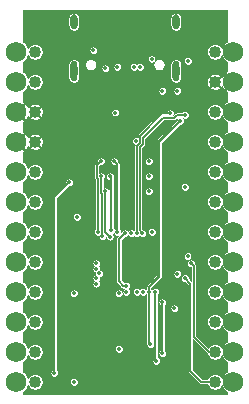
<source format=gbr>
%TF.GenerationSoftware,KiCad,Pcbnew,(5.1.10-6-gecec324121)-1*%
%TF.CreationDate,2021-07-07T13:29:09-07:00*%
%TF.ProjectId,SparkFun_ProMicro-RP2040,53706172-6b46-4756-9e5f-50726f4d6963,rev?*%
%TF.SameCoordinates,Original*%
%TF.FileFunction,Copper,L2,Inr*%
%TF.FilePolarity,Positive*%
%FSLAX46Y46*%
G04 Gerber Fmt 4.6, Leading zero omitted, Abs format (unit mm)*
G04 Created by KiCad (PCBNEW (5.1.10-6-gecec324121)-1) date 2021-07-07 13:29:09*
%MOMM*%
%LPD*%
G01*
G04 APERTURE LIST*
%TA.AperFunction,EtchedComponent*%
%ADD10C,0.100000*%
%TD*%
%TA.AperFunction,ComponentPad*%
%ADD11C,1.750000*%
%TD*%
%TA.AperFunction,ComponentPad*%
%ADD12C,1.016000*%
%TD*%
%TA.AperFunction,ComponentPad*%
%ADD13O,0.600000X1.200000*%
%TD*%
%TA.AperFunction,ViaPad*%
%ADD14C,0.352400*%
%TD*%
%TA.AperFunction,Conductor*%
%ADD15C,0.127000*%
%TD*%
%TA.AperFunction,Conductor*%
%ADD16C,0.203200*%
%TD*%
%TA.AperFunction,Conductor*%
%ADD17C,0.050800*%
%TD*%
%TA.AperFunction,Conductor*%
%ADD18C,0.100000*%
%TD*%
G04 APERTURE END LIST*
D10*
%TO.C,J5*%
G36*
X144183100Y-89143600D02*
G01*
X144333100Y-89183792D01*
X144442908Y-89293600D01*
X144483100Y-89443600D01*
X144483100Y-90063600D01*
X144442908Y-90213600D01*
X144333100Y-90323408D01*
X144183100Y-90363600D01*
X144033100Y-90323408D01*
X143923292Y-90213600D01*
X143883100Y-90063600D01*
X143883100Y-89443600D01*
X143923292Y-89293600D01*
X144033100Y-89183792D01*
X144183100Y-89143600D01*
G37*
G36*
X153119100Y-89443600D02*
G01*
X153119100Y-90063600D01*
X153078908Y-90213600D01*
X152969100Y-90323408D01*
X152819100Y-90363600D01*
X152669100Y-90323408D01*
X152559292Y-90213600D01*
X152519100Y-90063600D01*
X152519100Y-89443600D01*
X152559292Y-89293600D01*
X152669100Y-89183792D01*
X152819100Y-89143600D01*
X152969100Y-89183792D01*
X153078908Y-89293600D01*
X153119100Y-89443600D01*
G37*
G36*
X143883100Y-94478600D02*
G01*
X143883100Y-93378600D01*
X143923292Y-93228600D01*
X144033100Y-93118792D01*
X144183100Y-93078600D01*
X144333100Y-93118792D01*
X144442908Y-93228600D01*
X144483100Y-93378600D01*
X144483100Y-94478600D01*
X144442908Y-94628600D01*
X144333100Y-94738408D01*
X144183100Y-94778600D01*
X144033100Y-94738408D01*
X143923292Y-94628600D01*
X143883100Y-94478600D01*
G37*
G36*
X152519100Y-94478600D02*
G01*
X152519100Y-93378600D01*
X152559292Y-93228600D01*
X152669100Y-93118792D01*
X152819100Y-93078600D01*
X152969100Y-93118792D01*
X153078908Y-93228600D01*
X153119100Y-93378600D01*
X153119100Y-94478600D01*
X153078908Y-94628600D01*
X152969100Y-94738408D01*
X152819100Y-94778600D01*
X152669100Y-94738408D01*
X152559292Y-94628600D01*
X152519100Y-94478600D01*
G37*
%TD*%
D11*
%TO.N,/9/RX1*%
%TO.C,J3*%
X139311100Y-120243600D03*
%TO.N,/8/TX1*%
X139311100Y-117703600D03*
%TO.N,/7*%
X139311100Y-115163600D03*
%TO.N,/6*%
X139311100Y-112623600D03*
%TO.N,/5*%
X139311100Y-110083600D03*
%TO.N,/4*%
X139311100Y-107543600D03*
%TO.N,/3*%
X139311100Y-105003600D03*
%TO.N,/2*%
X139311100Y-102463600D03*
%TO.N,GND*%
X139311100Y-99923600D03*
X139311100Y-97383600D03*
%TO.N,/1/RX0*%
X139311100Y-94843600D03*
%TO.N,/0/TX0*%
X139311100Y-92303600D03*
D12*
%TO.N,/9/RX1*%
X140881100Y-120243600D03*
%TO.N,/8/TX1*%
X140881100Y-117703600D03*
%TO.N,/6*%
X140881100Y-112623600D03*
%TO.N,/7*%
X140881100Y-115163600D03*
%TO.N,/5*%
X140881100Y-110083600D03*
%TO.N,/0/TX0*%
X140881100Y-92303600D03*
%TO.N,GND*%
X140881100Y-99923600D03*
%TO.N,/1/RX0*%
X140881100Y-94843600D03*
%TO.N,GND*%
X140881100Y-97383600D03*
%TO.N,/4*%
X140881100Y-107543600D03*
%TO.N,/2*%
X140881100Y-102463600D03*
%TO.N,/3*%
X140881100Y-105003600D03*
%TD*%
D11*
%TO.N,/RAW*%
%TO.C,J4*%
X157691100Y-92303600D03*
%TO.N,GND*%
X157691100Y-94843600D03*
%TO.N,/~RESET~*%
X157691100Y-97383600D03*
%TO.N,3.3V*%
X157691100Y-99923600D03*
%TO.N,/A3*%
X157691100Y-102463600D03*
%TO.N,/A2*%
X157691100Y-105003600D03*
%TO.N,/A1*%
X157691100Y-107543600D03*
%TO.N,/A0*%
X157691100Y-110083600D03*
%TO.N,/22/SPI_SCK*%
X157691100Y-112623600D03*
%TO.N,/20/SPI_CIPO*%
X157691100Y-115163600D03*
%TO.N,/23/SPI_COPI*%
X157691100Y-117703600D03*
%TO.N,/21/SPI_~CS~*%
X157691100Y-120243600D03*
D12*
%TO.N,/RAW*%
X156121100Y-92303600D03*
%TO.N,GND*%
X156121100Y-94843600D03*
%TO.N,3.3V*%
X156121100Y-99923600D03*
%TO.N,/~RESET~*%
X156121100Y-97383600D03*
%TO.N,/A3*%
X156121100Y-102463600D03*
%TO.N,/21/SPI_~CS~*%
X156121100Y-120243600D03*
%TO.N,/22/SPI_SCK*%
X156121100Y-112623600D03*
%TO.N,/23/SPI_COPI*%
X156121100Y-117703600D03*
%TO.N,/20/SPI_CIPO*%
X156121100Y-115163600D03*
%TO.N,/A2*%
X156121100Y-105003600D03*
%TO.N,/A0*%
X156121100Y-110083600D03*
%TO.N,/A1*%
X156121100Y-107543600D03*
%TD*%
D13*
%TO.N,Net-(J5-PadSHLD1)*%
%TO.C,J5*%
X152819100Y-93928600D03*
X144183100Y-93928600D03*
X144183100Y-89748600D03*
X152819100Y-89748600D03*
%TD*%
D14*
%TO.N,GND*%
X148501100Y-97002600D03*
X143802100Y-105638600D03*
X145326100Y-105384600D03*
X149009100Y-104622600D03*
X151041100Y-104749600D03*
X153581100Y-104495600D03*
X152946100Y-101828600D03*
X152946100Y-99034600D03*
X152184100Y-98272600D03*
X152057100Y-92938600D03*
X144945100Y-92811600D03*
X143421100Y-90398600D03*
X146596100Y-91922600D03*
X153581100Y-90525600D03*
X145707100Y-103479600D03*
X147485100Y-112369600D03*
X150025100Y-114274600D03*
X146977100Y-114274600D03*
X144183100Y-117703600D03*
%TO.N,/BOOT*%
X144183100Y-120243600D03*
%TO.N,GND*%
X153327100Y-115671600D03*
X142913100Y-109829600D03*
X147231100Y-111353600D03*
X147231100Y-108813600D03*
X149771100Y-108813600D03*
X148501100Y-111353600D03*
X148501100Y-110083600D03*
X147231100Y-110083600D03*
X149771100Y-110083600D03*
X148501100Y-108813600D03*
%TO.N,/RAW*%
X147675600Y-97447100D03*
%TO.N,Net-(J5-PadA5)*%
X149771100Y-93573600D03*
X153835100Y-93065600D03*
%TO.N,Net-(J5-PadB5)*%
X146850100Y-93700600D03*
X145834100Y-92176600D03*
%TO.N,V_USB*%
X150761300Y-92912800D03*
%TO.N,3.3V*%
X152692100Y-114020600D03*
X152946100Y-111099600D03*
X148628100Y-112623600D03*
X147993100Y-117449600D03*
X150787100Y-107543600D03*
X149063100Y-107670600D03*
X144437100Y-106273600D03*
X146322156Y-111072600D03*
X153581100Y-103733600D03*
X149451100Y-99857600D03*
%TO.N,/~RESET~*%
X150533100Y-112623600D03*
X150660100Y-117068600D03*
X153200100Y-98145600D03*
%TO.N,/SWDIO*%
X150025100Y-112623600D03*
%TO.N,/SWDCK*%
X149517100Y-112623600D03*
%TO.N,/23/SPI_COPI*%
X154089100Y-110210600D03*
%TO.N,/8/TX1*%
X146088100Y-111480600D03*
%TO.N,/9/RX1*%
X146088100Y-111934600D03*
%TO.N,/6*%
X146088100Y-110210600D03*
%TO.N,/7*%
X146088100Y-110664600D03*
%TO.N,/21/SPI_~CS~*%
X153581100Y-111466100D03*
%TO.N,/17/SCL*%
X151676100Y-113512600D03*
X151676100Y-117830600D03*
%TO.N,/16/SDA*%
X151063300Y-112623600D03*
X151168100Y-118465600D03*
%TO.N,/QSPI-CLK*%
X147335900Y-107427000D03*
X147231100Y-102844600D03*
X150533100Y-102844600D03*
%TO.N,/QSPI-0*%
X147231100Y-107957200D03*
X146850100Y-104114600D03*
X150533100Y-104114600D03*
%TO.N,/QSPI-3*%
X147866100Y-107543600D03*
X147612100Y-101574600D03*
X150533100Y-101574600D03*
%TO.N,Net-(C13-Pad2)*%
X147993100Y-112750600D03*
X144183100Y-112750600D03*
%TO.N,Net-(R12-Pad2)*%
X149971100Y-107670600D03*
X153581100Y-97637600D03*
%TO.N,Net-(R13-Pad2)*%
X149517100Y-107670600D03*
X152311100Y-97510600D03*
%TO.N,1.1V*%
X148628100Y-112115600D03*
X148501100Y-107670600D03*
%TO.N,/QSPI-1*%
X146215100Y-107543600D03*
X146469100Y-101574600D03*
%TO.N,/QSPI-2*%
X146596100Y-107924600D03*
X146469100Y-102844600D03*
%TO.N,/RP_D+*%
X151676100Y-95605600D03*
X147866100Y-93573600D03*
%TO.N,/RP_D-*%
X152946100Y-95605600D03*
X149263100Y-93573600D03*
%TO.N,/BOOT*%
X142532100Y-119481600D03*
X143802100Y-103352600D03*
%TO.N,*%
X153811100Y-109613600D03*
%TO.N,GND*%
X153581100Y-120243600D03*
X154470100Y-117703600D03*
%TD*%
D15*
%TO.N,/~RESET~*%
X150533100Y-112623600D02*
X150533100Y-116941600D01*
X150533100Y-116941600D02*
X150660100Y-117068600D01*
X150533100Y-112623600D02*
X150533100Y-112242600D01*
X151422100Y-111353600D02*
X150533100Y-112242600D01*
X151422100Y-99923600D02*
X151422100Y-111353600D01*
X151422100Y-99923600D02*
X153200100Y-98145600D01*
%TO.N,/23/SPI_COPI*%
X154089100Y-110210600D02*
X154343100Y-110464600D01*
X154343100Y-110464600D02*
X154343100Y-116433600D01*
X154343100Y-116433600D02*
X155613100Y-117703600D01*
X155613100Y-117703600D02*
X156121100Y-117703600D01*
%TO.N,/21/SPI_~CS~*%
X153581100Y-111466100D02*
X154038300Y-111923300D01*
X154038300Y-119303800D02*
X154978100Y-120243600D01*
X154978100Y-120243600D02*
X156121100Y-120243600D01*
X154038300Y-111923300D02*
X154038300Y-119303800D01*
%TO.N,/17/SCL*%
X151676100Y-113512600D02*
X151676100Y-117830600D01*
%TO.N,/16/SDA*%
X151063300Y-112623600D02*
X151063300Y-116881363D01*
X151063300Y-116881363D02*
X151077600Y-116895663D01*
X151077600Y-118375100D02*
X151168100Y-118465600D01*
X151077600Y-116895663D02*
X151077600Y-118375100D01*
%TO.N,/QSPI-CLK*%
X147335900Y-107427000D02*
X147335900Y-102949400D01*
X147335900Y-102949400D02*
X147231100Y-102844600D01*
%TO.N,/QSPI-0*%
X147231100Y-107957200D02*
X146850100Y-107576200D01*
X146850100Y-107576200D02*
X146850100Y-104114600D01*
%TO.N,/QSPI-3*%
X147866100Y-107543600D02*
X147866100Y-101828600D01*
X147866100Y-101828600D02*
X147612100Y-101574600D01*
%TO.N,Net-(R12-Pad2)*%
X149971100Y-107670600D02*
X149858400Y-107557900D01*
X149858400Y-107557900D02*
X149858400Y-107529225D01*
X149858400Y-107529225D02*
X149745700Y-107416525D01*
X152946100Y-97637600D02*
X153581100Y-97637600D01*
X152946100Y-97637600D02*
X152692100Y-97891600D01*
X151745393Y-97891600D02*
X152692100Y-97891600D01*
X149745700Y-107416525D02*
X149745700Y-100368969D01*
X149745700Y-100368969D02*
X150021000Y-100093669D01*
X150021000Y-99615994D02*
X151745393Y-97891600D01*
X150021000Y-100093669D02*
X150021000Y-99615994D01*
%TO.N,Net-(R13-Pad2)*%
X151676100Y-97510600D02*
X152311100Y-97510600D01*
X149517100Y-107670600D02*
X149517100Y-100274275D01*
X149792400Y-99394300D02*
X151676100Y-97510600D01*
X149517100Y-100274275D02*
X149792400Y-99998975D01*
X149792400Y-99998975D02*
X149792400Y-99394300D01*
D16*
%TO.N,1.1V*%
X148628100Y-112115600D02*
X148374100Y-112115600D01*
X148374100Y-112115600D02*
X147993100Y-111734600D01*
X147993100Y-108178600D02*
X148501100Y-107670600D01*
X147993100Y-108178600D02*
X147993100Y-111734600D01*
D15*
%TO.N,/QSPI-1*%
X146215100Y-107543600D02*
X146215100Y-103073275D01*
X146215100Y-103073275D02*
X146127800Y-102985975D01*
X146127800Y-102985975D02*
X146127800Y-101915900D01*
X146127800Y-101915900D02*
X146469100Y-101574600D01*
%TO.N,/QSPI-2*%
X146596100Y-107924600D02*
X146596100Y-104343275D01*
X146596100Y-104343275D02*
X146508800Y-104255975D01*
X146508800Y-102884300D02*
X146469100Y-102844600D01*
X146508800Y-104255975D02*
X146508800Y-102884300D01*
%TO.N,/BOOT*%
X142532100Y-119481600D02*
X142532100Y-104622600D01*
X142532100Y-104622600D02*
X143802100Y-103352600D01*
%TO.N,*%
X153811100Y-109613600D02*
X153922400Y-109502300D01*
%TD*%
D17*
%TO.N,GND*%
X157137101Y-91438127D02*
X157036171Y-91505566D01*
X156893066Y-91648671D01*
X156780630Y-91816944D01*
X156707482Y-91993541D01*
X156706339Y-91990783D01*
X156634066Y-91882620D01*
X156542080Y-91790634D01*
X156433917Y-91718361D01*
X156313731Y-91668579D01*
X156186144Y-91643200D01*
X156056056Y-91643200D01*
X155928469Y-91668579D01*
X155808283Y-91718361D01*
X155700120Y-91790634D01*
X155608134Y-91882620D01*
X155535861Y-91990783D01*
X155486079Y-92110969D01*
X155460700Y-92238556D01*
X155460700Y-92368644D01*
X155486079Y-92496231D01*
X155535861Y-92616417D01*
X155608134Y-92724580D01*
X155700120Y-92816566D01*
X155808283Y-92888839D01*
X155928469Y-92938621D01*
X156056056Y-92964000D01*
X156186144Y-92964000D01*
X156313731Y-92938621D01*
X156433917Y-92888839D01*
X156542080Y-92816566D01*
X156634066Y-92724580D01*
X156706339Y-92616417D01*
X156707482Y-92613659D01*
X156780630Y-92790256D01*
X156893066Y-92958529D01*
X157036171Y-93101634D01*
X157137101Y-93169073D01*
X157137101Y-93945921D01*
X157111239Y-93959744D01*
X157011440Y-94092663D01*
X157137101Y-94218324D01*
X157137101Y-94360878D01*
X156940163Y-94163940D01*
X156807244Y-94263739D01*
X156711102Y-94447313D01*
X156701940Y-94478458D01*
X156610764Y-94425213D01*
X156192376Y-94843600D01*
X156610764Y-95261987D01*
X156702871Y-95208198D01*
X156717920Y-95256345D01*
X156807244Y-95423461D01*
X156940163Y-95523260D01*
X157137101Y-95326322D01*
X157137101Y-95468876D01*
X157011440Y-95594537D01*
X157111239Y-95727456D01*
X157137101Y-95741000D01*
X157137101Y-96518127D01*
X157036171Y-96585566D01*
X156893066Y-96728671D01*
X156780630Y-96896944D01*
X156707482Y-97073541D01*
X156706339Y-97070783D01*
X156634066Y-96962620D01*
X156542080Y-96870634D01*
X156433917Y-96798361D01*
X156313731Y-96748579D01*
X156186144Y-96723200D01*
X156056056Y-96723200D01*
X155928469Y-96748579D01*
X155808283Y-96798361D01*
X155700120Y-96870634D01*
X155608134Y-96962620D01*
X155535861Y-97070783D01*
X155486079Y-97190969D01*
X155460700Y-97318556D01*
X155460700Y-97448644D01*
X155486079Y-97576231D01*
X155535861Y-97696417D01*
X155608134Y-97804580D01*
X155700120Y-97896566D01*
X155808283Y-97968839D01*
X155928469Y-98018621D01*
X156056056Y-98044000D01*
X156186144Y-98044000D01*
X156313731Y-98018621D01*
X156433917Y-97968839D01*
X156542080Y-97896566D01*
X156634066Y-97804580D01*
X156706339Y-97696417D01*
X156707482Y-97693659D01*
X156780630Y-97870256D01*
X156893066Y-98038529D01*
X157036171Y-98181634D01*
X157137101Y-98249073D01*
X157137101Y-99058127D01*
X157036171Y-99125566D01*
X156893066Y-99268671D01*
X156780630Y-99436944D01*
X156707482Y-99613541D01*
X156706339Y-99610783D01*
X156634066Y-99502620D01*
X156542080Y-99410634D01*
X156433917Y-99338361D01*
X156313731Y-99288579D01*
X156186144Y-99263200D01*
X156056056Y-99263200D01*
X155928469Y-99288579D01*
X155808283Y-99338361D01*
X155700120Y-99410634D01*
X155608134Y-99502620D01*
X155535861Y-99610783D01*
X155486079Y-99730969D01*
X155460700Y-99858556D01*
X155460700Y-99988644D01*
X155486079Y-100116231D01*
X155535861Y-100236417D01*
X155608134Y-100344580D01*
X155700120Y-100436566D01*
X155808283Y-100508839D01*
X155928469Y-100558621D01*
X156056056Y-100584000D01*
X156186144Y-100584000D01*
X156313731Y-100558621D01*
X156433917Y-100508839D01*
X156542080Y-100436566D01*
X156634066Y-100344580D01*
X156706339Y-100236417D01*
X156707482Y-100233659D01*
X156780630Y-100410256D01*
X156893066Y-100578529D01*
X157036171Y-100721634D01*
X157137101Y-100789073D01*
X157137101Y-101598127D01*
X157036171Y-101665566D01*
X156893066Y-101808671D01*
X156780630Y-101976944D01*
X156707482Y-102153541D01*
X156706339Y-102150783D01*
X156634066Y-102042620D01*
X156542080Y-101950634D01*
X156433917Y-101878361D01*
X156313731Y-101828579D01*
X156186144Y-101803200D01*
X156056056Y-101803200D01*
X155928469Y-101828579D01*
X155808283Y-101878361D01*
X155700120Y-101950634D01*
X155608134Y-102042620D01*
X155535861Y-102150783D01*
X155486079Y-102270969D01*
X155460700Y-102398556D01*
X155460700Y-102528644D01*
X155486079Y-102656231D01*
X155535861Y-102776417D01*
X155608134Y-102884580D01*
X155700120Y-102976566D01*
X155808283Y-103048839D01*
X155928469Y-103098621D01*
X156056056Y-103124000D01*
X156186144Y-103124000D01*
X156313731Y-103098621D01*
X156433917Y-103048839D01*
X156542080Y-102976566D01*
X156634066Y-102884580D01*
X156706339Y-102776417D01*
X156707482Y-102773659D01*
X156780630Y-102950256D01*
X156893066Y-103118529D01*
X157036171Y-103261634D01*
X157137101Y-103329073D01*
X157137101Y-104138127D01*
X157036171Y-104205566D01*
X156893066Y-104348671D01*
X156780630Y-104516944D01*
X156707482Y-104693541D01*
X156706339Y-104690783D01*
X156634066Y-104582620D01*
X156542080Y-104490634D01*
X156433917Y-104418361D01*
X156313731Y-104368579D01*
X156186144Y-104343200D01*
X156056056Y-104343200D01*
X155928469Y-104368579D01*
X155808283Y-104418361D01*
X155700120Y-104490634D01*
X155608134Y-104582620D01*
X155535861Y-104690783D01*
X155486079Y-104810969D01*
X155460700Y-104938556D01*
X155460700Y-105068644D01*
X155486079Y-105196231D01*
X155535861Y-105316417D01*
X155608134Y-105424580D01*
X155700120Y-105516566D01*
X155808283Y-105588839D01*
X155928469Y-105638621D01*
X156056056Y-105664000D01*
X156186144Y-105664000D01*
X156313731Y-105638621D01*
X156433917Y-105588839D01*
X156542080Y-105516566D01*
X156634066Y-105424580D01*
X156706339Y-105316417D01*
X156707482Y-105313659D01*
X156780630Y-105490256D01*
X156893066Y-105658529D01*
X157036171Y-105801634D01*
X157137100Y-105869073D01*
X157137100Y-106678127D01*
X157036171Y-106745566D01*
X156893066Y-106888671D01*
X156780630Y-107056944D01*
X156707482Y-107233541D01*
X156706339Y-107230783D01*
X156634066Y-107122620D01*
X156542080Y-107030634D01*
X156433917Y-106958361D01*
X156313731Y-106908579D01*
X156186144Y-106883200D01*
X156056056Y-106883200D01*
X155928469Y-106908579D01*
X155808283Y-106958361D01*
X155700120Y-107030634D01*
X155608134Y-107122620D01*
X155535861Y-107230783D01*
X155486079Y-107350969D01*
X155460700Y-107478556D01*
X155460700Y-107608644D01*
X155486079Y-107736231D01*
X155535861Y-107856417D01*
X155608134Y-107964580D01*
X155700120Y-108056566D01*
X155808283Y-108128839D01*
X155928469Y-108178621D01*
X156056056Y-108204000D01*
X156186144Y-108204000D01*
X156313731Y-108178621D01*
X156433917Y-108128839D01*
X156542080Y-108056566D01*
X156634066Y-107964580D01*
X156706339Y-107856417D01*
X156707482Y-107853659D01*
X156780630Y-108030256D01*
X156893066Y-108198529D01*
X157036171Y-108341634D01*
X157137100Y-108409073D01*
X157137100Y-109218127D01*
X157036171Y-109285566D01*
X156893066Y-109428671D01*
X156780630Y-109596944D01*
X156707482Y-109773541D01*
X156706339Y-109770783D01*
X156634066Y-109662620D01*
X156542080Y-109570634D01*
X156433917Y-109498361D01*
X156313731Y-109448579D01*
X156186144Y-109423200D01*
X156056056Y-109423200D01*
X155928469Y-109448579D01*
X155808283Y-109498361D01*
X155700120Y-109570634D01*
X155608134Y-109662620D01*
X155535861Y-109770783D01*
X155486079Y-109890969D01*
X155460700Y-110018556D01*
X155460700Y-110148644D01*
X155486079Y-110276231D01*
X155535861Y-110396417D01*
X155608134Y-110504580D01*
X155700120Y-110596566D01*
X155808283Y-110668839D01*
X155928469Y-110718621D01*
X156056056Y-110744000D01*
X156186144Y-110744000D01*
X156313731Y-110718621D01*
X156433917Y-110668839D01*
X156542080Y-110596566D01*
X156634066Y-110504580D01*
X156706339Y-110396417D01*
X156707482Y-110393659D01*
X156780630Y-110570256D01*
X156893066Y-110738529D01*
X157036171Y-110881634D01*
X157137100Y-110949073D01*
X157137100Y-111758127D01*
X157036171Y-111825566D01*
X156893066Y-111968671D01*
X156780630Y-112136944D01*
X156707482Y-112313541D01*
X156706339Y-112310783D01*
X156634066Y-112202620D01*
X156542080Y-112110634D01*
X156433917Y-112038361D01*
X156313731Y-111988579D01*
X156186144Y-111963200D01*
X156056056Y-111963200D01*
X155928469Y-111988579D01*
X155808283Y-112038361D01*
X155700120Y-112110634D01*
X155608134Y-112202620D01*
X155535861Y-112310783D01*
X155486079Y-112430969D01*
X155460700Y-112558556D01*
X155460700Y-112688644D01*
X155486079Y-112816231D01*
X155535861Y-112936417D01*
X155608134Y-113044580D01*
X155700120Y-113136566D01*
X155808283Y-113208839D01*
X155928469Y-113258621D01*
X156056056Y-113284000D01*
X156186144Y-113284000D01*
X156313731Y-113258621D01*
X156433917Y-113208839D01*
X156542080Y-113136566D01*
X156634066Y-113044580D01*
X156706339Y-112936417D01*
X156707482Y-112933659D01*
X156780630Y-113110256D01*
X156893066Y-113278529D01*
X157036171Y-113421634D01*
X157137100Y-113489073D01*
X157137100Y-114298128D01*
X157036171Y-114365566D01*
X156893066Y-114508671D01*
X156780630Y-114676944D01*
X156707482Y-114853541D01*
X156706339Y-114850783D01*
X156634066Y-114742620D01*
X156542080Y-114650634D01*
X156433917Y-114578361D01*
X156313731Y-114528579D01*
X156186144Y-114503200D01*
X156056056Y-114503200D01*
X155928469Y-114528579D01*
X155808283Y-114578361D01*
X155700120Y-114650634D01*
X155608134Y-114742620D01*
X155535861Y-114850783D01*
X155486079Y-114970969D01*
X155460700Y-115098556D01*
X155460700Y-115228644D01*
X155486079Y-115356231D01*
X155535861Y-115476417D01*
X155608134Y-115584580D01*
X155700120Y-115676566D01*
X155808283Y-115748839D01*
X155928469Y-115798621D01*
X156056056Y-115824000D01*
X156186144Y-115824000D01*
X156313731Y-115798621D01*
X156433917Y-115748839D01*
X156542080Y-115676566D01*
X156634066Y-115584580D01*
X156706339Y-115476417D01*
X156707482Y-115473659D01*
X156780630Y-115650256D01*
X156893066Y-115818529D01*
X157036171Y-115961634D01*
X157137100Y-116029072D01*
X157137100Y-116838128D01*
X157036171Y-116905566D01*
X156893066Y-117048671D01*
X156780630Y-117216944D01*
X156707482Y-117393541D01*
X156706339Y-117390783D01*
X156634066Y-117282620D01*
X156542080Y-117190634D01*
X156433917Y-117118361D01*
X156313731Y-117068579D01*
X156186144Y-117043200D01*
X156056056Y-117043200D01*
X155928469Y-117068579D01*
X155808283Y-117118361D01*
X155700120Y-117190634D01*
X155608134Y-117282620D01*
X155563799Y-117348971D01*
X154559000Y-116344173D01*
X154559000Y-110475198D01*
X154560044Y-110464599D01*
X154555875Y-110422276D01*
X154551957Y-110409360D01*
X154543530Y-110381579D01*
X154523482Y-110344072D01*
X154496503Y-110311197D01*
X154488263Y-110304435D01*
X154417700Y-110233872D01*
X154417700Y-110178236D01*
X154405072Y-110114751D01*
X154380302Y-110054950D01*
X154344340Y-110001130D01*
X154298570Y-109955360D01*
X154244750Y-109919398D01*
X154184949Y-109894628D01*
X154121464Y-109882000D01*
X154056736Y-109882000D01*
X153993251Y-109894628D01*
X153933450Y-109919398D01*
X153879630Y-109955360D01*
X153833860Y-110001130D01*
X153797898Y-110054950D01*
X153773128Y-110114751D01*
X153760500Y-110178236D01*
X153760500Y-110242964D01*
X153773128Y-110306449D01*
X153797898Y-110366250D01*
X153833860Y-110420070D01*
X153879630Y-110465840D01*
X153933450Y-110501802D01*
X153993251Y-110526572D01*
X154056736Y-110539200D01*
X154112372Y-110539200D01*
X154127200Y-110554028D01*
X154127200Y-111706872D01*
X153909700Y-111489372D01*
X153909700Y-111433736D01*
X153897072Y-111370251D01*
X153872302Y-111310450D01*
X153836340Y-111256630D01*
X153790570Y-111210860D01*
X153736750Y-111174898D01*
X153676949Y-111150128D01*
X153613464Y-111137500D01*
X153548736Y-111137500D01*
X153485251Y-111150128D01*
X153425450Y-111174898D01*
X153371630Y-111210860D01*
X153325860Y-111256630D01*
X153289898Y-111310450D01*
X153265128Y-111370251D01*
X153252500Y-111433736D01*
X153252500Y-111498464D01*
X153265128Y-111561949D01*
X153289898Y-111621750D01*
X153325860Y-111675570D01*
X153371630Y-111721340D01*
X153425450Y-111757302D01*
X153485251Y-111782072D01*
X153548736Y-111794700D01*
X153604372Y-111794700D01*
X153822400Y-112012729D01*
X153822401Y-119293191D01*
X153821356Y-119303800D01*
X153825525Y-119346123D01*
X153837870Y-119386820D01*
X153837871Y-119386821D01*
X153857919Y-119424328D01*
X153884898Y-119457203D01*
X153893139Y-119463966D01*
X154817938Y-120388767D01*
X154824697Y-120397003D01*
X154857572Y-120423982D01*
X154895079Y-120444030D01*
X154935776Y-120456375D01*
X154978100Y-120460544D01*
X154988699Y-120459500D01*
X155495717Y-120459500D01*
X155535861Y-120556417D01*
X155608134Y-120664580D01*
X155700120Y-120756566D01*
X155808283Y-120828839D01*
X155928469Y-120878621D01*
X156056056Y-120904000D01*
X156186144Y-120904000D01*
X156313731Y-120878621D01*
X156433917Y-120828839D01*
X156542080Y-120756566D01*
X156634066Y-120664580D01*
X156706339Y-120556417D01*
X156707482Y-120553659D01*
X156780630Y-120730256D01*
X156893066Y-120898529D01*
X157036171Y-121041634D01*
X157137100Y-121109072D01*
X157137100Y-121259600D01*
X139865100Y-121259600D01*
X139865100Y-121109072D01*
X139966029Y-121041634D01*
X140109134Y-120898529D01*
X140221570Y-120730256D01*
X140294718Y-120553659D01*
X140295861Y-120556417D01*
X140368134Y-120664580D01*
X140460120Y-120756566D01*
X140568283Y-120828839D01*
X140688469Y-120878621D01*
X140816056Y-120904000D01*
X140946144Y-120904000D01*
X141073731Y-120878621D01*
X141193917Y-120828839D01*
X141302080Y-120756566D01*
X141394066Y-120664580D01*
X141466339Y-120556417D01*
X141516121Y-120436231D01*
X141541500Y-120308644D01*
X141541500Y-120211236D01*
X143854500Y-120211236D01*
X143854500Y-120275964D01*
X143867128Y-120339449D01*
X143891898Y-120399250D01*
X143927860Y-120453070D01*
X143973630Y-120498840D01*
X144027450Y-120534802D01*
X144087251Y-120559572D01*
X144150736Y-120572200D01*
X144215464Y-120572200D01*
X144278949Y-120559572D01*
X144338750Y-120534802D01*
X144392570Y-120498840D01*
X144438340Y-120453070D01*
X144474302Y-120399250D01*
X144499072Y-120339449D01*
X144511700Y-120275964D01*
X144511700Y-120211236D01*
X144499072Y-120147751D01*
X144474302Y-120087950D01*
X144438340Y-120034130D01*
X144392570Y-119988360D01*
X144338750Y-119952398D01*
X144278949Y-119927628D01*
X144215464Y-119915000D01*
X144150736Y-119915000D01*
X144087251Y-119927628D01*
X144027450Y-119952398D01*
X143973630Y-119988360D01*
X143927860Y-120034130D01*
X143891898Y-120087950D01*
X143867128Y-120147751D01*
X143854500Y-120211236D01*
X141541500Y-120211236D01*
X141541500Y-120178556D01*
X141516121Y-120050969D01*
X141466339Y-119930783D01*
X141394066Y-119822620D01*
X141302080Y-119730634D01*
X141193917Y-119658361D01*
X141073731Y-119608579D01*
X140946144Y-119583200D01*
X140816056Y-119583200D01*
X140688469Y-119608579D01*
X140568283Y-119658361D01*
X140460120Y-119730634D01*
X140368134Y-119822620D01*
X140295861Y-119930783D01*
X140294718Y-119933541D01*
X140221570Y-119756944D01*
X140109134Y-119588671D01*
X139969699Y-119449236D01*
X142203500Y-119449236D01*
X142203500Y-119513964D01*
X142216128Y-119577449D01*
X142240898Y-119637250D01*
X142276860Y-119691070D01*
X142322630Y-119736840D01*
X142376450Y-119772802D01*
X142436251Y-119797572D01*
X142499736Y-119810200D01*
X142564464Y-119810200D01*
X142627949Y-119797572D01*
X142687750Y-119772802D01*
X142741570Y-119736840D01*
X142787340Y-119691070D01*
X142823302Y-119637250D01*
X142848072Y-119577449D01*
X142860700Y-119513964D01*
X142860700Y-119449236D01*
X142848072Y-119385751D01*
X142823302Y-119325950D01*
X142787340Y-119272130D01*
X142748000Y-119232790D01*
X142748000Y-117417236D01*
X147664500Y-117417236D01*
X147664500Y-117481964D01*
X147677128Y-117545449D01*
X147701898Y-117605250D01*
X147737860Y-117659070D01*
X147783630Y-117704840D01*
X147837450Y-117740802D01*
X147897251Y-117765572D01*
X147960736Y-117778200D01*
X148025464Y-117778200D01*
X148088949Y-117765572D01*
X148148750Y-117740802D01*
X148202570Y-117704840D01*
X148248340Y-117659070D01*
X148284302Y-117605250D01*
X148309072Y-117545449D01*
X148321700Y-117481964D01*
X148321700Y-117417236D01*
X148309072Y-117353751D01*
X148284302Y-117293950D01*
X148248340Y-117240130D01*
X148202570Y-117194360D01*
X148148750Y-117158398D01*
X148088949Y-117133628D01*
X148025464Y-117121000D01*
X147960736Y-117121000D01*
X147897251Y-117133628D01*
X147837450Y-117158398D01*
X147783630Y-117194360D01*
X147737860Y-117240130D01*
X147701898Y-117293950D01*
X147677128Y-117353751D01*
X147664500Y-117417236D01*
X142748000Y-117417236D01*
X142748000Y-112718236D01*
X143854500Y-112718236D01*
X143854500Y-112782964D01*
X143867128Y-112846449D01*
X143891898Y-112906250D01*
X143927860Y-112960070D01*
X143973630Y-113005840D01*
X144027450Y-113041802D01*
X144087251Y-113066572D01*
X144150736Y-113079200D01*
X144215464Y-113079200D01*
X144278949Y-113066572D01*
X144338750Y-113041802D01*
X144392570Y-113005840D01*
X144438340Y-112960070D01*
X144474302Y-112906250D01*
X144499072Y-112846449D01*
X144511700Y-112782964D01*
X144511700Y-112718236D01*
X144499072Y-112654751D01*
X144474302Y-112594950D01*
X144438340Y-112541130D01*
X144392570Y-112495360D01*
X144338750Y-112459398D01*
X144278949Y-112434628D01*
X144215464Y-112422000D01*
X144150736Y-112422000D01*
X144087251Y-112434628D01*
X144027450Y-112459398D01*
X143973630Y-112495360D01*
X143927860Y-112541130D01*
X143891898Y-112594950D01*
X143867128Y-112654751D01*
X143854500Y-112718236D01*
X142748000Y-112718236D01*
X142748000Y-110178236D01*
X145759500Y-110178236D01*
X145759500Y-110242964D01*
X145772128Y-110306449D01*
X145796898Y-110366250D01*
X145832860Y-110420070D01*
X145850390Y-110437600D01*
X145832860Y-110455130D01*
X145796898Y-110508950D01*
X145772128Y-110568751D01*
X145759500Y-110632236D01*
X145759500Y-110696964D01*
X145772128Y-110760449D01*
X145796898Y-110820250D01*
X145832860Y-110874070D01*
X145878630Y-110919840D01*
X145932450Y-110955802D01*
X145992251Y-110980572D01*
X146004923Y-110983093D01*
X145993556Y-111040236D01*
X145993556Y-111104964D01*
X146004923Y-111162107D01*
X145992251Y-111164628D01*
X145932450Y-111189398D01*
X145878630Y-111225360D01*
X145832860Y-111271130D01*
X145796898Y-111324950D01*
X145772128Y-111384751D01*
X145759500Y-111448236D01*
X145759500Y-111512964D01*
X145772128Y-111576449D01*
X145796898Y-111636250D01*
X145832860Y-111690070D01*
X145850390Y-111707600D01*
X145832860Y-111725130D01*
X145796898Y-111778950D01*
X145772128Y-111838751D01*
X145759500Y-111902236D01*
X145759500Y-111966964D01*
X145772128Y-112030449D01*
X145796898Y-112090250D01*
X145832860Y-112144070D01*
X145878630Y-112189840D01*
X145932450Y-112225802D01*
X145992251Y-112250572D01*
X146055736Y-112263200D01*
X146120464Y-112263200D01*
X146183949Y-112250572D01*
X146243750Y-112225802D01*
X146297570Y-112189840D01*
X146343340Y-112144070D01*
X146379302Y-112090250D01*
X146404072Y-112030449D01*
X146416700Y-111966964D01*
X146416700Y-111902236D01*
X146404072Y-111838751D01*
X146379302Y-111778950D01*
X146343340Y-111725130D01*
X146325810Y-111707600D01*
X146343340Y-111690070D01*
X146379302Y-111636250D01*
X146404072Y-111576449D01*
X146416700Y-111512964D01*
X146416700Y-111448236D01*
X146405333Y-111391093D01*
X146418005Y-111388572D01*
X146477806Y-111363802D01*
X146531626Y-111327840D01*
X146577396Y-111282070D01*
X146613358Y-111228250D01*
X146638128Y-111168449D01*
X146650756Y-111104964D01*
X146650756Y-111040236D01*
X146638128Y-110976751D01*
X146613358Y-110916950D01*
X146577396Y-110863130D01*
X146531626Y-110817360D01*
X146477806Y-110781398D01*
X146418005Y-110756628D01*
X146405333Y-110754107D01*
X146416700Y-110696964D01*
X146416700Y-110632236D01*
X146404072Y-110568751D01*
X146379302Y-110508950D01*
X146343340Y-110455130D01*
X146325810Y-110437600D01*
X146343340Y-110420070D01*
X146379302Y-110366250D01*
X146404072Y-110306449D01*
X146416700Y-110242964D01*
X146416700Y-110178236D01*
X146404072Y-110114751D01*
X146379302Y-110054950D01*
X146343340Y-110001130D01*
X146297570Y-109955360D01*
X146243750Y-109919398D01*
X146183949Y-109894628D01*
X146120464Y-109882000D01*
X146055736Y-109882000D01*
X145992251Y-109894628D01*
X145932450Y-109919398D01*
X145878630Y-109955360D01*
X145832860Y-110001130D01*
X145796898Y-110054950D01*
X145772128Y-110114751D01*
X145759500Y-110178236D01*
X142748000Y-110178236D01*
X142748000Y-107511236D01*
X145886500Y-107511236D01*
X145886500Y-107575964D01*
X145899128Y-107639449D01*
X145923898Y-107699250D01*
X145959860Y-107753070D01*
X146005630Y-107798840D01*
X146059450Y-107834802D01*
X146119251Y-107859572D01*
X146182736Y-107872200D01*
X146247464Y-107872200D01*
X146272475Y-107867225D01*
X146267500Y-107892236D01*
X146267500Y-107956964D01*
X146280128Y-108020449D01*
X146304898Y-108080250D01*
X146340860Y-108134070D01*
X146386630Y-108179840D01*
X146440450Y-108215802D01*
X146500251Y-108240572D01*
X146563736Y-108253200D01*
X146628464Y-108253200D01*
X146691949Y-108240572D01*
X146751750Y-108215802D01*
X146805570Y-108179840D01*
X146851340Y-108134070D01*
X146887302Y-108080250D01*
X146909756Y-108026041D01*
X146915128Y-108053049D01*
X146939898Y-108112850D01*
X146975860Y-108166670D01*
X147021630Y-108212440D01*
X147075450Y-108248402D01*
X147135251Y-108273172D01*
X147198736Y-108285800D01*
X147263464Y-108285800D01*
X147326949Y-108273172D01*
X147386750Y-108248402D01*
X147440570Y-108212440D01*
X147486340Y-108166670D01*
X147522302Y-108112850D01*
X147547072Y-108053049D01*
X147559700Y-107989564D01*
X147559700Y-107924836D01*
X147547072Y-107861351D01*
X147522302Y-107801550D01*
X147486340Y-107747730D01*
X147466986Y-107728376D01*
X147491550Y-107718202D01*
X147545370Y-107682240D01*
X147561267Y-107666343D01*
X147574898Y-107699250D01*
X147610860Y-107753070D01*
X147656630Y-107798840D01*
X147710450Y-107834802D01*
X147770251Y-107859572D01*
X147833736Y-107872200D01*
X147898464Y-107872200D01*
X147950676Y-107861814D01*
X147822309Y-107990181D01*
X147812627Y-107998127D01*
X147804681Y-108007809D01*
X147804678Y-108007812D01*
X147794449Y-108020277D01*
X147780886Y-108036803D01*
X147757300Y-108080929D01*
X147742776Y-108128808D01*
X147739100Y-108166132D01*
X147739100Y-108166142D01*
X147737873Y-108178600D01*
X147739100Y-108191058D01*
X147739101Y-111722132D01*
X147737873Y-111734600D01*
X147739101Y-111747068D01*
X147739101Y-111747069D01*
X147742777Y-111784393D01*
X147747183Y-111798916D01*
X147757300Y-111832271D01*
X147780886Y-111876396D01*
X147804678Y-111905388D01*
X147804687Y-111905397D01*
X147812628Y-111915073D01*
X147822304Y-111923014D01*
X148185681Y-112286391D01*
X148193627Y-112296073D01*
X148203309Y-112304019D01*
X148203311Y-112304021D01*
X148232302Y-112327814D01*
X148276428Y-112351400D01*
X148324307Y-112365924D01*
X148361631Y-112369600D01*
X148361641Y-112369600D01*
X148374099Y-112370827D01*
X148386557Y-112369600D01*
X148417390Y-112369600D01*
X148372860Y-112414130D01*
X148336898Y-112467950D01*
X148312128Y-112527751D01*
X148299500Y-112591236D01*
X148299500Y-112631642D01*
X148284302Y-112594950D01*
X148248340Y-112541130D01*
X148202570Y-112495360D01*
X148148750Y-112459398D01*
X148088949Y-112434628D01*
X148025464Y-112422000D01*
X147960736Y-112422000D01*
X147897251Y-112434628D01*
X147837450Y-112459398D01*
X147783630Y-112495360D01*
X147737860Y-112541130D01*
X147701898Y-112594950D01*
X147677128Y-112654751D01*
X147664500Y-112718236D01*
X147664500Y-112782964D01*
X147677128Y-112846449D01*
X147701898Y-112906250D01*
X147737860Y-112960070D01*
X147783630Y-113005840D01*
X147837450Y-113041802D01*
X147897251Y-113066572D01*
X147960736Y-113079200D01*
X148025464Y-113079200D01*
X148088949Y-113066572D01*
X148148750Y-113041802D01*
X148202570Y-113005840D01*
X148248340Y-112960070D01*
X148284302Y-112906250D01*
X148309072Y-112846449D01*
X148321700Y-112782964D01*
X148321700Y-112742558D01*
X148336898Y-112779250D01*
X148372860Y-112833070D01*
X148418630Y-112878840D01*
X148472450Y-112914802D01*
X148532251Y-112939572D01*
X148595736Y-112952200D01*
X148660464Y-112952200D01*
X148723949Y-112939572D01*
X148783750Y-112914802D01*
X148837570Y-112878840D01*
X148883340Y-112833070D01*
X148919302Y-112779250D01*
X148944072Y-112719449D01*
X148956700Y-112655964D01*
X148956700Y-112591236D01*
X148944072Y-112527751D01*
X148919302Y-112467950D01*
X148883340Y-112414130D01*
X148838810Y-112369600D01*
X148883340Y-112325070D01*
X148919302Y-112271250D01*
X148944072Y-112211449D01*
X148956700Y-112147964D01*
X148956700Y-112083236D01*
X148944072Y-112019751D01*
X148919302Y-111959950D01*
X148883340Y-111906130D01*
X148837570Y-111860360D01*
X148783750Y-111824398D01*
X148723949Y-111799628D01*
X148660464Y-111787000D01*
X148595736Y-111787000D01*
X148532251Y-111799628D01*
X148472450Y-111824398D01*
X148454261Y-111836551D01*
X148247100Y-111629390D01*
X148247100Y-108283810D01*
X148531710Y-107999200D01*
X148533464Y-107999200D01*
X148596949Y-107986572D01*
X148656750Y-107961802D01*
X148710570Y-107925840D01*
X148756340Y-107880070D01*
X148782100Y-107841518D01*
X148807860Y-107880070D01*
X148853630Y-107925840D01*
X148907450Y-107961802D01*
X148967251Y-107986572D01*
X149030736Y-107999200D01*
X149095464Y-107999200D01*
X149158949Y-107986572D01*
X149218750Y-107961802D01*
X149272570Y-107925840D01*
X149290100Y-107908310D01*
X149307630Y-107925840D01*
X149361450Y-107961802D01*
X149421251Y-107986572D01*
X149484736Y-107999200D01*
X149549464Y-107999200D01*
X149612949Y-107986572D01*
X149672750Y-107961802D01*
X149726570Y-107925840D01*
X149744100Y-107908310D01*
X149761630Y-107925840D01*
X149815450Y-107961802D01*
X149875251Y-107986572D01*
X149938736Y-107999200D01*
X150003464Y-107999200D01*
X150066949Y-107986572D01*
X150126750Y-107961802D01*
X150180570Y-107925840D01*
X150226340Y-107880070D01*
X150262302Y-107826250D01*
X150287072Y-107766449D01*
X150299700Y-107702964D01*
X150299700Y-107638236D01*
X150287072Y-107574751D01*
X150262302Y-107514950D01*
X150259821Y-107511236D01*
X150458500Y-107511236D01*
X150458500Y-107575964D01*
X150471128Y-107639449D01*
X150495898Y-107699250D01*
X150531860Y-107753070D01*
X150577630Y-107798840D01*
X150631450Y-107834802D01*
X150691251Y-107859572D01*
X150754736Y-107872200D01*
X150819464Y-107872200D01*
X150882949Y-107859572D01*
X150942750Y-107834802D01*
X150996570Y-107798840D01*
X151042340Y-107753070D01*
X151078302Y-107699250D01*
X151103072Y-107639449D01*
X151115700Y-107575964D01*
X151115700Y-107511236D01*
X151103072Y-107447751D01*
X151078302Y-107387950D01*
X151042340Y-107334130D01*
X150996570Y-107288360D01*
X150942750Y-107252398D01*
X150882949Y-107227628D01*
X150819464Y-107215000D01*
X150754736Y-107215000D01*
X150691251Y-107227628D01*
X150631450Y-107252398D01*
X150577630Y-107288360D01*
X150531860Y-107334130D01*
X150495898Y-107387950D01*
X150471128Y-107447751D01*
X150458500Y-107511236D01*
X150259821Y-107511236D01*
X150226340Y-107461130D01*
X150180570Y-107415360D01*
X150126750Y-107379398D01*
X150066949Y-107354628D01*
X150003464Y-107342000D01*
X149976503Y-107342000D01*
X149961600Y-107327097D01*
X149961600Y-104082236D01*
X150204500Y-104082236D01*
X150204500Y-104146964D01*
X150217128Y-104210449D01*
X150241898Y-104270250D01*
X150277860Y-104324070D01*
X150323630Y-104369840D01*
X150377450Y-104405802D01*
X150437251Y-104430572D01*
X150500736Y-104443200D01*
X150565464Y-104443200D01*
X150628949Y-104430572D01*
X150688750Y-104405802D01*
X150742570Y-104369840D01*
X150788340Y-104324070D01*
X150824302Y-104270250D01*
X150849072Y-104210449D01*
X150861700Y-104146964D01*
X150861700Y-104082236D01*
X150849072Y-104018751D01*
X150824302Y-103958950D01*
X150788340Y-103905130D01*
X150742570Y-103859360D01*
X150688750Y-103823398D01*
X150628949Y-103798628D01*
X150565464Y-103786000D01*
X150500736Y-103786000D01*
X150437251Y-103798628D01*
X150377450Y-103823398D01*
X150323630Y-103859360D01*
X150277860Y-103905130D01*
X150241898Y-103958950D01*
X150217128Y-104018751D01*
X150204500Y-104082236D01*
X149961600Y-104082236D01*
X149961600Y-102812236D01*
X150204500Y-102812236D01*
X150204500Y-102876964D01*
X150217128Y-102940449D01*
X150241898Y-103000250D01*
X150277860Y-103054070D01*
X150323630Y-103099840D01*
X150377450Y-103135802D01*
X150437251Y-103160572D01*
X150500736Y-103173200D01*
X150565464Y-103173200D01*
X150628949Y-103160572D01*
X150688750Y-103135802D01*
X150742570Y-103099840D01*
X150788340Y-103054070D01*
X150824302Y-103000250D01*
X150849072Y-102940449D01*
X150861700Y-102876964D01*
X150861700Y-102812236D01*
X150849072Y-102748751D01*
X150824302Y-102688950D01*
X150788340Y-102635130D01*
X150742570Y-102589360D01*
X150688750Y-102553398D01*
X150628949Y-102528628D01*
X150565464Y-102516000D01*
X150500736Y-102516000D01*
X150437251Y-102528628D01*
X150377450Y-102553398D01*
X150323630Y-102589360D01*
X150277860Y-102635130D01*
X150241898Y-102688950D01*
X150217128Y-102748751D01*
X150204500Y-102812236D01*
X149961600Y-102812236D01*
X149961600Y-101542236D01*
X150204500Y-101542236D01*
X150204500Y-101606964D01*
X150217128Y-101670449D01*
X150241898Y-101730250D01*
X150277860Y-101784070D01*
X150323630Y-101829840D01*
X150377450Y-101865802D01*
X150437251Y-101890572D01*
X150500736Y-101903200D01*
X150565464Y-101903200D01*
X150628949Y-101890572D01*
X150688750Y-101865802D01*
X150742570Y-101829840D01*
X150788340Y-101784070D01*
X150824302Y-101730250D01*
X150849072Y-101670449D01*
X150861700Y-101606964D01*
X150861700Y-101542236D01*
X150849072Y-101478751D01*
X150824302Y-101418950D01*
X150788340Y-101365130D01*
X150742570Y-101319360D01*
X150688750Y-101283398D01*
X150628949Y-101258628D01*
X150565464Y-101246000D01*
X150500736Y-101246000D01*
X150437251Y-101258628D01*
X150377450Y-101283398D01*
X150323630Y-101319360D01*
X150277860Y-101365130D01*
X150241898Y-101418950D01*
X150217128Y-101478751D01*
X150204500Y-101542236D01*
X149961600Y-101542236D01*
X149961600Y-100458396D01*
X150166163Y-100253834D01*
X150174403Y-100247072D01*
X150201382Y-100214197D01*
X150221430Y-100176690D01*
X150233775Y-100135993D01*
X150236900Y-100104268D01*
X150236900Y-100104267D01*
X150237944Y-100093669D01*
X150236900Y-100083070D01*
X150236900Y-99705421D01*
X151834822Y-98107500D01*
X152681501Y-98107500D01*
X152692100Y-98108544D01*
X152702699Y-98107500D01*
X152734424Y-98104375D01*
X152775121Y-98092030D01*
X152812628Y-98071982D01*
X152845503Y-98045003D01*
X152852270Y-98036757D01*
X152928675Y-97960353D01*
X152908898Y-97989950D01*
X152884128Y-98049751D01*
X152871500Y-98113236D01*
X152871500Y-98168871D01*
X151276944Y-99763429D01*
X151268697Y-99770197D01*
X151247214Y-99796376D01*
X151241718Y-99803073D01*
X151221670Y-99840580D01*
X151209325Y-99881277D01*
X151205156Y-99923600D01*
X151206200Y-99934199D01*
X151206201Y-111264170D01*
X150387939Y-112082434D01*
X150379698Y-112089197D01*
X150362106Y-112110634D01*
X150352718Y-112122073D01*
X150332670Y-112159580D01*
X150320325Y-112200277D01*
X150316156Y-112242600D01*
X150317201Y-112253208D01*
X150317201Y-112374789D01*
X150279100Y-112412890D01*
X150234570Y-112368360D01*
X150180750Y-112332398D01*
X150120949Y-112307628D01*
X150057464Y-112295000D01*
X149992736Y-112295000D01*
X149929251Y-112307628D01*
X149869450Y-112332398D01*
X149815630Y-112368360D01*
X149771100Y-112412890D01*
X149726570Y-112368360D01*
X149672750Y-112332398D01*
X149612949Y-112307628D01*
X149549464Y-112295000D01*
X149484736Y-112295000D01*
X149421251Y-112307628D01*
X149361450Y-112332398D01*
X149307630Y-112368360D01*
X149261860Y-112414130D01*
X149225898Y-112467950D01*
X149201128Y-112527751D01*
X149188500Y-112591236D01*
X149188500Y-112655964D01*
X149201128Y-112719449D01*
X149225898Y-112779250D01*
X149261860Y-112833070D01*
X149307630Y-112878840D01*
X149361450Y-112914802D01*
X149421251Y-112939572D01*
X149484736Y-112952200D01*
X149549464Y-112952200D01*
X149612949Y-112939572D01*
X149672750Y-112914802D01*
X149726570Y-112878840D01*
X149771100Y-112834310D01*
X149815630Y-112878840D01*
X149869450Y-112914802D01*
X149929251Y-112939572D01*
X149992736Y-112952200D01*
X150057464Y-112952200D01*
X150120949Y-112939572D01*
X150180750Y-112914802D01*
X150234570Y-112878840D01*
X150279100Y-112834310D01*
X150317200Y-112872410D01*
X150317201Y-116930991D01*
X150316156Y-116941600D01*
X150320325Y-116983923D01*
X150332670Y-117024620D01*
X150333501Y-117026175D01*
X150331500Y-117036236D01*
X150331500Y-117100964D01*
X150344128Y-117164449D01*
X150368898Y-117224250D01*
X150404860Y-117278070D01*
X150450630Y-117323840D01*
X150504450Y-117359802D01*
X150564251Y-117384572D01*
X150627736Y-117397200D01*
X150692464Y-117397200D01*
X150755949Y-117384572D01*
X150815750Y-117359802D01*
X150861700Y-117329098D01*
X150861701Y-118346639D01*
X150852128Y-118369751D01*
X150839500Y-118433236D01*
X150839500Y-118497964D01*
X150852128Y-118561449D01*
X150876898Y-118621250D01*
X150912860Y-118675070D01*
X150958630Y-118720840D01*
X151012450Y-118756802D01*
X151072251Y-118781572D01*
X151135736Y-118794200D01*
X151200464Y-118794200D01*
X151263949Y-118781572D01*
X151323750Y-118756802D01*
X151377570Y-118720840D01*
X151423340Y-118675070D01*
X151459302Y-118621250D01*
X151484072Y-118561449D01*
X151496700Y-118497964D01*
X151496700Y-118433236D01*
X151484072Y-118369751D01*
X151459302Y-118309950D01*
X151423340Y-118256130D01*
X151377570Y-118210360D01*
X151323750Y-118174398D01*
X151293500Y-118161868D01*
X151293500Y-116906261D01*
X151294544Y-116895662D01*
X151290375Y-116853340D01*
X151290375Y-116853339D01*
X151279200Y-116816499D01*
X151279200Y-113480236D01*
X151347500Y-113480236D01*
X151347500Y-113544964D01*
X151360128Y-113608449D01*
X151384898Y-113668250D01*
X151420860Y-113722070D01*
X151460200Y-113761410D01*
X151460201Y-117581789D01*
X151420860Y-117621130D01*
X151384898Y-117674950D01*
X151360128Y-117734751D01*
X151347500Y-117798236D01*
X151347500Y-117862964D01*
X151360128Y-117926449D01*
X151384898Y-117986250D01*
X151420860Y-118040070D01*
X151466630Y-118085840D01*
X151520450Y-118121802D01*
X151580251Y-118146572D01*
X151643736Y-118159200D01*
X151708464Y-118159200D01*
X151771949Y-118146572D01*
X151831750Y-118121802D01*
X151885570Y-118085840D01*
X151931340Y-118040070D01*
X151967302Y-117986250D01*
X151992072Y-117926449D01*
X152004700Y-117862964D01*
X152004700Y-117798236D01*
X151992072Y-117734751D01*
X151967302Y-117674950D01*
X151931340Y-117621130D01*
X151892000Y-117581790D01*
X151892000Y-113988236D01*
X152363500Y-113988236D01*
X152363500Y-114052964D01*
X152376128Y-114116449D01*
X152400898Y-114176250D01*
X152436860Y-114230070D01*
X152482630Y-114275840D01*
X152536450Y-114311802D01*
X152596251Y-114336572D01*
X152659736Y-114349200D01*
X152724464Y-114349200D01*
X152787949Y-114336572D01*
X152847750Y-114311802D01*
X152901570Y-114275840D01*
X152947340Y-114230070D01*
X152983302Y-114176250D01*
X153008072Y-114116449D01*
X153020700Y-114052964D01*
X153020700Y-113988236D01*
X153008072Y-113924751D01*
X152983302Y-113864950D01*
X152947340Y-113811130D01*
X152901570Y-113765360D01*
X152847750Y-113729398D01*
X152787949Y-113704628D01*
X152724464Y-113692000D01*
X152659736Y-113692000D01*
X152596251Y-113704628D01*
X152536450Y-113729398D01*
X152482630Y-113765360D01*
X152436860Y-113811130D01*
X152400898Y-113864950D01*
X152376128Y-113924751D01*
X152363500Y-113988236D01*
X151892000Y-113988236D01*
X151892000Y-113761410D01*
X151931340Y-113722070D01*
X151967302Y-113668250D01*
X151992072Y-113608449D01*
X152004700Y-113544964D01*
X152004700Y-113480236D01*
X151992072Y-113416751D01*
X151967302Y-113356950D01*
X151931340Y-113303130D01*
X151885570Y-113257360D01*
X151831750Y-113221398D01*
X151771949Y-113196628D01*
X151708464Y-113184000D01*
X151643736Y-113184000D01*
X151580251Y-113196628D01*
X151520450Y-113221398D01*
X151466630Y-113257360D01*
X151420860Y-113303130D01*
X151384898Y-113356950D01*
X151360128Y-113416751D01*
X151347500Y-113480236D01*
X151279200Y-113480236D01*
X151279200Y-112872410D01*
X151318540Y-112833070D01*
X151354502Y-112779250D01*
X151379272Y-112719449D01*
X151391900Y-112655964D01*
X151391900Y-112591236D01*
X151379272Y-112527751D01*
X151354502Y-112467950D01*
X151318540Y-112414130D01*
X151272770Y-112368360D01*
X151218950Y-112332398D01*
X151159149Y-112307628D01*
X151095664Y-112295000D01*
X151030936Y-112295000D01*
X150967451Y-112307628D01*
X150907650Y-112332398D01*
X150853830Y-112368360D01*
X150808060Y-112414130D01*
X150798200Y-112428886D01*
X150788340Y-112414130D01*
X150749000Y-112374790D01*
X150749000Y-112332027D01*
X151567267Y-111513762D01*
X151575503Y-111507003D01*
X151602482Y-111474128D01*
X151622530Y-111436621D01*
X151634875Y-111395924D01*
X151638000Y-111364199D01*
X151639044Y-111353600D01*
X151638000Y-111343001D01*
X151638000Y-111067236D01*
X152617500Y-111067236D01*
X152617500Y-111131964D01*
X152630128Y-111195449D01*
X152654898Y-111255250D01*
X152690860Y-111309070D01*
X152736630Y-111354840D01*
X152790450Y-111390802D01*
X152850251Y-111415572D01*
X152913736Y-111428200D01*
X152978464Y-111428200D01*
X153041949Y-111415572D01*
X153101750Y-111390802D01*
X153155570Y-111354840D01*
X153201340Y-111309070D01*
X153237302Y-111255250D01*
X153262072Y-111195449D01*
X153274700Y-111131964D01*
X153274700Y-111067236D01*
X153262072Y-111003751D01*
X153237302Y-110943950D01*
X153201340Y-110890130D01*
X153155570Y-110844360D01*
X153101750Y-110808398D01*
X153041949Y-110783628D01*
X152978464Y-110771000D01*
X152913736Y-110771000D01*
X152850251Y-110783628D01*
X152790450Y-110808398D01*
X152736630Y-110844360D01*
X152690860Y-110890130D01*
X152654898Y-110943950D01*
X152630128Y-111003751D01*
X152617500Y-111067236D01*
X151638000Y-111067236D01*
X151638000Y-109581236D01*
X153482500Y-109581236D01*
X153482500Y-109645964D01*
X153495128Y-109709449D01*
X153519898Y-109769250D01*
X153555860Y-109823070D01*
X153601630Y-109868840D01*
X153655450Y-109904802D01*
X153715251Y-109929572D01*
X153778736Y-109942200D01*
X153843464Y-109942200D01*
X153906949Y-109929572D01*
X153966750Y-109904802D01*
X154020570Y-109868840D01*
X154066340Y-109823070D01*
X154102302Y-109769250D01*
X154127072Y-109709449D01*
X154139700Y-109645964D01*
X154139700Y-109581236D01*
X154133510Y-109550114D01*
X154135175Y-109544624D01*
X154139344Y-109502300D01*
X154135175Y-109459977D01*
X154122830Y-109419280D01*
X154102782Y-109381773D01*
X154075802Y-109348898D01*
X154042927Y-109321918D01*
X154005420Y-109301870D01*
X153964723Y-109289525D01*
X153922400Y-109285356D01*
X153880076Y-109289525D01*
X153874586Y-109291190D01*
X153843464Y-109285000D01*
X153778736Y-109285000D01*
X153715251Y-109297628D01*
X153655450Y-109322398D01*
X153601630Y-109358360D01*
X153555860Y-109404130D01*
X153519898Y-109457950D01*
X153495128Y-109517751D01*
X153482500Y-109581236D01*
X151638000Y-109581236D01*
X151638000Y-103701236D01*
X153252500Y-103701236D01*
X153252500Y-103765964D01*
X153265128Y-103829449D01*
X153289898Y-103889250D01*
X153325860Y-103943070D01*
X153371630Y-103988840D01*
X153425450Y-104024802D01*
X153485251Y-104049572D01*
X153548736Y-104062200D01*
X153613464Y-104062200D01*
X153676949Y-104049572D01*
X153736750Y-104024802D01*
X153790570Y-103988840D01*
X153836340Y-103943070D01*
X153872302Y-103889250D01*
X153897072Y-103829449D01*
X153909700Y-103765964D01*
X153909700Y-103701236D01*
X153897072Y-103637751D01*
X153872302Y-103577950D01*
X153836340Y-103524130D01*
X153790570Y-103478360D01*
X153736750Y-103442398D01*
X153676949Y-103417628D01*
X153613464Y-103405000D01*
X153548736Y-103405000D01*
X153485251Y-103417628D01*
X153425450Y-103442398D01*
X153371630Y-103478360D01*
X153325860Y-103524130D01*
X153289898Y-103577950D01*
X153265128Y-103637751D01*
X153252500Y-103701236D01*
X151638000Y-103701236D01*
X151638000Y-100013027D01*
X153176829Y-98474200D01*
X153232464Y-98474200D01*
X153295949Y-98461572D01*
X153355750Y-98436802D01*
X153409570Y-98400840D01*
X153455340Y-98355070D01*
X153491302Y-98301250D01*
X153516072Y-98241449D01*
X153528700Y-98177964D01*
X153528700Y-98113236D01*
X153516072Y-98049751D01*
X153491302Y-97989950D01*
X153460008Y-97943116D01*
X153485251Y-97953572D01*
X153548736Y-97966200D01*
X153613464Y-97966200D01*
X153676949Y-97953572D01*
X153736750Y-97928802D01*
X153790570Y-97892840D01*
X153836340Y-97847070D01*
X153872302Y-97793250D01*
X153897072Y-97733449D01*
X153909700Y-97669964D01*
X153909700Y-97605236D01*
X153897072Y-97541751D01*
X153872302Y-97481950D01*
X153836340Y-97428130D01*
X153790570Y-97382360D01*
X153736750Y-97346398D01*
X153676949Y-97321628D01*
X153613464Y-97309000D01*
X153548736Y-97309000D01*
X153485251Y-97321628D01*
X153425450Y-97346398D01*
X153371630Y-97382360D01*
X153332290Y-97421700D01*
X152956698Y-97421700D01*
X152946099Y-97420656D01*
X152903776Y-97424825D01*
X152863079Y-97437170D01*
X152825572Y-97457218D01*
X152792697Y-97484197D01*
X152785934Y-97492438D01*
X152602673Y-97675700D01*
X152595988Y-97675700D01*
X152602302Y-97666250D01*
X152627072Y-97606449D01*
X152639700Y-97542964D01*
X152639700Y-97478236D01*
X152627072Y-97414751D01*
X152602302Y-97354950D01*
X152566340Y-97301130D01*
X152520570Y-97255360D01*
X152466750Y-97219398D01*
X152406949Y-97194628D01*
X152343464Y-97182000D01*
X152278736Y-97182000D01*
X152215251Y-97194628D01*
X152155450Y-97219398D01*
X152101630Y-97255360D01*
X152062290Y-97294700D01*
X151686698Y-97294700D01*
X151676099Y-97293656D01*
X151633776Y-97297825D01*
X151593079Y-97310170D01*
X151555572Y-97330218D01*
X151522697Y-97357197D01*
X151515934Y-97365438D01*
X149647239Y-99234134D01*
X149638998Y-99240897D01*
X149620695Y-99263200D01*
X149612018Y-99273773D01*
X149591970Y-99311280D01*
X149579625Y-99351977D01*
X149575456Y-99394300D01*
X149576501Y-99404908D01*
X149576501Y-99553869D01*
X149546949Y-99541628D01*
X149483464Y-99529000D01*
X149418736Y-99529000D01*
X149355251Y-99541628D01*
X149295450Y-99566398D01*
X149241630Y-99602360D01*
X149195860Y-99648130D01*
X149159898Y-99701950D01*
X149135128Y-99761751D01*
X149122500Y-99825236D01*
X149122500Y-99889964D01*
X149135128Y-99953449D01*
X149159898Y-100013250D01*
X149195860Y-100067070D01*
X149241630Y-100112840D01*
X149295450Y-100148802D01*
X149331402Y-100163694D01*
X149316670Y-100191255D01*
X149304325Y-100231952D01*
X149300156Y-100274275D01*
X149301201Y-100284884D01*
X149301200Y-107421790D01*
X149290100Y-107432890D01*
X149272570Y-107415360D01*
X149218750Y-107379398D01*
X149158949Y-107354628D01*
X149095464Y-107342000D01*
X149030736Y-107342000D01*
X148967251Y-107354628D01*
X148907450Y-107379398D01*
X148853630Y-107415360D01*
X148807860Y-107461130D01*
X148782100Y-107499682D01*
X148756340Y-107461130D01*
X148710570Y-107415360D01*
X148656750Y-107379398D01*
X148596949Y-107354628D01*
X148533464Y-107342000D01*
X148468736Y-107342000D01*
X148405251Y-107354628D01*
X148345450Y-107379398D01*
X148291630Y-107415360D01*
X148245860Y-107461130D01*
X148209898Y-107514950D01*
X148194700Y-107551642D01*
X148194700Y-107511236D01*
X148182072Y-107447751D01*
X148157302Y-107387950D01*
X148121340Y-107334130D01*
X148082000Y-107294790D01*
X148082000Y-101839198D01*
X148083044Y-101828599D01*
X148078875Y-101786276D01*
X148078206Y-101784070D01*
X148066530Y-101745579D01*
X148046482Y-101708072D01*
X148019503Y-101675197D01*
X148011262Y-101668434D01*
X147940700Y-101597872D01*
X147940700Y-101542236D01*
X147928072Y-101478751D01*
X147903302Y-101418950D01*
X147867340Y-101365130D01*
X147821570Y-101319360D01*
X147767750Y-101283398D01*
X147707949Y-101258628D01*
X147644464Y-101246000D01*
X147579736Y-101246000D01*
X147516251Y-101258628D01*
X147456450Y-101283398D01*
X147402630Y-101319360D01*
X147356860Y-101365130D01*
X147320898Y-101418950D01*
X147296128Y-101478751D01*
X147283500Y-101542236D01*
X147283500Y-101606964D01*
X147296128Y-101670449D01*
X147320898Y-101730250D01*
X147356860Y-101784070D01*
X147402630Y-101829840D01*
X147456450Y-101865802D01*
X147516251Y-101890572D01*
X147579736Y-101903200D01*
X147635372Y-101903200D01*
X147650201Y-101918029D01*
X147650200Y-107294790D01*
X147640733Y-107304257D01*
X147627102Y-107271350D01*
X147591140Y-107217530D01*
X147551800Y-107178190D01*
X147551800Y-102959999D01*
X147552844Y-102949400D01*
X147551800Y-102938801D01*
X147550343Y-102924006D01*
X147559700Y-102876964D01*
X147559700Y-102812236D01*
X147547072Y-102748751D01*
X147522302Y-102688950D01*
X147486340Y-102635130D01*
X147440570Y-102589360D01*
X147386750Y-102553398D01*
X147326949Y-102528628D01*
X147263464Y-102516000D01*
X147198736Y-102516000D01*
X147135251Y-102528628D01*
X147075450Y-102553398D01*
X147021630Y-102589360D01*
X146975860Y-102635130D01*
X146939898Y-102688950D01*
X146915128Y-102748751D01*
X146902500Y-102812236D01*
X146902500Y-102876964D01*
X146915128Y-102940449D01*
X146939898Y-103000250D01*
X146975860Y-103054070D01*
X147021630Y-103099840D01*
X147075450Y-103135802D01*
X147120001Y-103154255D01*
X147120001Y-103927071D01*
X147105340Y-103905130D01*
X147059570Y-103859360D01*
X147005750Y-103823398D01*
X146945949Y-103798628D01*
X146882464Y-103786000D01*
X146817736Y-103786000D01*
X146754251Y-103798628D01*
X146724700Y-103810868D01*
X146724700Y-103053531D01*
X146760302Y-103000250D01*
X146785072Y-102940449D01*
X146797700Y-102876964D01*
X146797700Y-102812236D01*
X146785072Y-102748751D01*
X146760302Y-102688950D01*
X146724340Y-102635130D01*
X146678570Y-102589360D01*
X146624750Y-102553398D01*
X146564949Y-102528628D01*
X146501464Y-102516000D01*
X146436736Y-102516000D01*
X146373251Y-102528628D01*
X146343700Y-102540868D01*
X146343700Y-102005327D01*
X146445827Y-101903200D01*
X146501464Y-101903200D01*
X146564949Y-101890572D01*
X146624750Y-101865802D01*
X146678570Y-101829840D01*
X146724340Y-101784070D01*
X146760302Y-101730250D01*
X146785072Y-101670449D01*
X146797700Y-101606964D01*
X146797700Y-101542236D01*
X146785072Y-101478751D01*
X146760302Y-101418950D01*
X146724340Y-101365130D01*
X146678570Y-101319360D01*
X146624750Y-101283398D01*
X146564949Y-101258628D01*
X146501464Y-101246000D01*
X146436736Y-101246000D01*
X146373251Y-101258628D01*
X146313450Y-101283398D01*
X146259630Y-101319360D01*
X146213860Y-101365130D01*
X146177898Y-101418950D01*
X146153128Y-101478751D01*
X146140500Y-101542236D01*
X146140500Y-101597873D01*
X145982639Y-101755734D01*
X145974398Y-101762497D01*
X145954884Y-101786276D01*
X145947418Y-101795373D01*
X145927370Y-101832880D01*
X145915025Y-101873577D01*
X145910856Y-101915900D01*
X145911901Y-101926508D01*
X145911900Y-102975376D01*
X145910856Y-102985975D01*
X145911900Y-102996573D01*
X145915025Y-103028298D01*
X145927370Y-103068995D01*
X145947418Y-103106502D01*
X145974397Y-103139378D01*
X145982643Y-103146145D01*
X145999201Y-103162703D01*
X145999200Y-107294790D01*
X145959860Y-107334130D01*
X145923898Y-107387950D01*
X145899128Y-107447751D01*
X145886500Y-107511236D01*
X142748000Y-107511236D01*
X142748000Y-106241236D01*
X144108500Y-106241236D01*
X144108500Y-106305964D01*
X144121128Y-106369449D01*
X144145898Y-106429250D01*
X144181860Y-106483070D01*
X144227630Y-106528840D01*
X144281450Y-106564802D01*
X144341251Y-106589572D01*
X144404736Y-106602200D01*
X144469464Y-106602200D01*
X144532949Y-106589572D01*
X144592750Y-106564802D01*
X144646570Y-106528840D01*
X144692340Y-106483070D01*
X144728302Y-106429250D01*
X144753072Y-106369449D01*
X144765700Y-106305964D01*
X144765700Y-106241236D01*
X144753072Y-106177751D01*
X144728302Y-106117950D01*
X144692340Y-106064130D01*
X144646570Y-106018360D01*
X144592750Y-105982398D01*
X144532949Y-105957628D01*
X144469464Y-105945000D01*
X144404736Y-105945000D01*
X144341251Y-105957628D01*
X144281450Y-105982398D01*
X144227630Y-106018360D01*
X144181860Y-106064130D01*
X144145898Y-106117950D01*
X144121128Y-106177751D01*
X144108500Y-106241236D01*
X142748000Y-106241236D01*
X142748000Y-104712027D01*
X143778828Y-103681200D01*
X143834464Y-103681200D01*
X143897949Y-103668572D01*
X143957750Y-103643802D01*
X144011570Y-103607840D01*
X144057340Y-103562070D01*
X144093302Y-103508250D01*
X144118072Y-103448449D01*
X144130700Y-103384964D01*
X144130700Y-103320236D01*
X144118072Y-103256751D01*
X144093302Y-103196950D01*
X144057340Y-103143130D01*
X144011570Y-103097360D01*
X143957750Y-103061398D01*
X143897949Y-103036628D01*
X143834464Y-103024000D01*
X143769736Y-103024000D01*
X143706251Y-103036628D01*
X143646450Y-103061398D01*
X143592630Y-103097360D01*
X143546860Y-103143130D01*
X143510898Y-103196950D01*
X143486128Y-103256751D01*
X143473500Y-103320236D01*
X143473500Y-103375872D01*
X142386939Y-104462434D01*
X142378698Y-104469197D01*
X142354229Y-104499013D01*
X142351718Y-104502073D01*
X142331670Y-104539580D01*
X142319325Y-104580277D01*
X142315156Y-104622600D01*
X142316201Y-104633209D01*
X142316200Y-119232790D01*
X142276860Y-119272130D01*
X142240898Y-119325950D01*
X142216128Y-119385751D01*
X142203500Y-119449236D01*
X139969699Y-119449236D01*
X139966029Y-119445566D01*
X139865100Y-119378128D01*
X139865100Y-118569072D01*
X139966029Y-118501634D01*
X140109134Y-118358529D01*
X140221570Y-118190256D01*
X140294718Y-118013659D01*
X140295861Y-118016417D01*
X140368134Y-118124580D01*
X140460120Y-118216566D01*
X140568283Y-118288839D01*
X140688469Y-118338621D01*
X140816056Y-118364000D01*
X140946144Y-118364000D01*
X141073731Y-118338621D01*
X141193917Y-118288839D01*
X141302080Y-118216566D01*
X141394066Y-118124580D01*
X141466339Y-118016417D01*
X141516121Y-117896231D01*
X141541500Y-117768644D01*
X141541500Y-117638556D01*
X141516121Y-117510969D01*
X141466339Y-117390783D01*
X141394066Y-117282620D01*
X141302080Y-117190634D01*
X141193917Y-117118361D01*
X141073731Y-117068579D01*
X140946144Y-117043200D01*
X140816056Y-117043200D01*
X140688469Y-117068579D01*
X140568283Y-117118361D01*
X140460120Y-117190634D01*
X140368134Y-117282620D01*
X140295861Y-117390783D01*
X140294718Y-117393541D01*
X140221570Y-117216944D01*
X140109134Y-117048671D01*
X139966029Y-116905566D01*
X139865100Y-116838128D01*
X139865100Y-116029072D01*
X139966029Y-115961634D01*
X140109134Y-115818529D01*
X140221570Y-115650256D01*
X140294718Y-115473659D01*
X140295861Y-115476417D01*
X140368134Y-115584580D01*
X140460120Y-115676566D01*
X140568283Y-115748839D01*
X140688469Y-115798621D01*
X140816056Y-115824000D01*
X140946144Y-115824000D01*
X141073731Y-115798621D01*
X141193917Y-115748839D01*
X141302080Y-115676566D01*
X141394066Y-115584580D01*
X141466339Y-115476417D01*
X141516121Y-115356231D01*
X141541500Y-115228644D01*
X141541500Y-115098556D01*
X141516121Y-114970969D01*
X141466339Y-114850783D01*
X141394066Y-114742620D01*
X141302080Y-114650634D01*
X141193917Y-114578361D01*
X141073731Y-114528579D01*
X140946144Y-114503200D01*
X140816056Y-114503200D01*
X140688469Y-114528579D01*
X140568283Y-114578361D01*
X140460120Y-114650634D01*
X140368134Y-114742620D01*
X140295861Y-114850783D01*
X140294718Y-114853541D01*
X140221570Y-114676944D01*
X140109134Y-114508671D01*
X139966029Y-114365566D01*
X139865100Y-114298128D01*
X139865100Y-113489072D01*
X139966029Y-113421634D01*
X140109134Y-113278529D01*
X140221570Y-113110256D01*
X140294718Y-112933659D01*
X140295861Y-112936417D01*
X140368134Y-113044580D01*
X140460120Y-113136566D01*
X140568283Y-113208839D01*
X140688469Y-113258621D01*
X140816056Y-113284000D01*
X140946144Y-113284000D01*
X141073731Y-113258621D01*
X141193917Y-113208839D01*
X141302080Y-113136566D01*
X141394066Y-113044580D01*
X141466339Y-112936417D01*
X141516121Y-112816231D01*
X141541500Y-112688644D01*
X141541500Y-112558556D01*
X141516121Y-112430969D01*
X141466339Y-112310783D01*
X141394066Y-112202620D01*
X141302080Y-112110634D01*
X141193917Y-112038361D01*
X141073731Y-111988579D01*
X140946144Y-111963200D01*
X140816056Y-111963200D01*
X140688469Y-111988579D01*
X140568283Y-112038361D01*
X140460120Y-112110634D01*
X140368134Y-112202620D01*
X140295861Y-112310783D01*
X140294718Y-112313541D01*
X140221570Y-112136944D01*
X140109134Y-111968671D01*
X139966029Y-111825566D01*
X139865100Y-111758128D01*
X139865100Y-110949072D01*
X139966029Y-110881634D01*
X140109134Y-110738529D01*
X140221570Y-110570256D01*
X140294718Y-110393659D01*
X140295861Y-110396417D01*
X140368134Y-110504580D01*
X140460120Y-110596566D01*
X140568283Y-110668839D01*
X140688469Y-110718621D01*
X140816056Y-110744000D01*
X140946144Y-110744000D01*
X141073731Y-110718621D01*
X141193917Y-110668839D01*
X141302080Y-110596566D01*
X141394066Y-110504580D01*
X141466339Y-110396417D01*
X141516121Y-110276231D01*
X141541500Y-110148644D01*
X141541500Y-110018556D01*
X141516121Y-109890969D01*
X141466339Y-109770783D01*
X141394066Y-109662620D01*
X141302080Y-109570634D01*
X141193917Y-109498361D01*
X141073731Y-109448579D01*
X140946144Y-109423200D01*
X140816056Y-109423200D01*
X140688469Y-109448579D01*
X140568283Y-109498361D01*
X140460120Y-109570634D01*
X140368134Y-109662620D01*
X140295861Y-109770783D01*
X140294718Y-109773541D01*
X140221570Y-109596944D01*
X140109134Y-109428671D01*
X139966029Y-109285566D01*
X139865100Y-109218128D01*
X139865100Y-108409072D01*
X139966029Y-108341634D01*
X140109134Y-108198529D01*
X140221570Y-108030256D01*
X140294718Y-107853659D01*
X140295861Y-107856417D01*
X140368134Y-107964580D01*
X140460120Y-108056566D01*
X140568283Y-108128839D01*
X140688469Y-108178621D01*
X140816056Y-108204000D01*
X140946144Y-108204000D01*
X141073731Y-108178621D01*
X141193917Y-108128839D01*
X141302080Y-108056566D01*
X141394066Y-107964580D01*
X141466339Y-107856417D01*
X141516121Y-107736231D01*
X141541500Y-107608644D01*
X141541500Y-107478556D01*
X141516121Y-107350969D01*
X141466339Y-107230783D01*
X141394066Y-107122620D01*
X141302080Y-107030634D01*
X141193917Y-106958361D01*
X141073731Y-106908579D01*
X140946144Y-106883200D01*
X140816056Y-106883200D01*
X140688469Y-106908579D01*
X140568283Y-106958361D01*
X140460120Y-107030634D01*
X140368134Y-107122620D01*
X140295861Y-107230783D01*
X140294718Y-107233541D01*
X140221570Y-107056944D01*
X140109134Y-106888671D01*
X139966029Y-106745566D01*
X139865100Y-106678128D01*
X139865100Y-105869072D01*
X139966029Y-105801634D01*
X140109134Y-105658529D01*
X140221570Y-105490256D01*
X140294718Y-105313659D01*
X140295861Y-105316417D01*
X140368134Y-105424580D01*
X140460120Y-105516566D01*
X140568283Y-105588839D01*
X140688469Y-105638621D01*
X140816056Y-105664000D01*
X140946144Y-105664000D01*
X141073731Y-105638621D01*
X141193917Y-105588839D01*
X141302080Y-105516566D01*
X141394066Y-105424580D01*
X141466339Y-105316417D01*
X141516121Y-105196231D01*
X141541500Y-105068644D01*
X141541500Y-104938556D01*
X141516121Y-104810969D01*
X141466339Y-104690783D01*
X141394066Y-104582620D01*
X141302080Y-104490634D01*
X141193917Y-104418361D01*
X141073731Y-104368579D01*
X140946144Y-104343200D01*
X140816056Y-104343200D01*
X140688469Y-104368579D01*
X140568283Y-104418361D01*
X140460120Y-104490634D01*
X140368134Y-104582620D01*
X140295861Y-104690783D01*
X140294718Y-104693541D01*
X140221570Y-104516944D01*
X140109134Y-104348671D01*
X139966029Y-104205566D01*
X139865100Y-104138128D01*
X139865100Y-103329072D01*
X139966029Y-103261634D01*
X140109134Y-103118529D01*
X140221570Y-102950256D01*
X140294718Y-102773659D01*
X140295861Y-102776417D01*
X140368134Y-102884580D01*
X140460120Y-102976566D01*
X140568283Y-103048839D01*
X140688469Y-103098621D01*
X140816056Y-103124000D01*
X140946144Y-103124000D01*
X141073731Y-103098621D01*
X141193917Y-103048839D01*
X141302080Y-102976566D01*
X141394066Y-102884580D01*
X141466339Y-102776417D01*
X141516121Y-102656231D01*
X141541500Y-102528644D01*
X141541500Y-102398556D01*
X141516121Y-102270969D01*
X141466339Y-102150783D01*
X141394066Y-102042620D01*
X141302080Y-101950634D01*
X141193917Y-101878361D01*
X141073731Y-101828579D01*
X140946144Y-101803200D01*
X140816056Y-101803200D01*
X140688469Y-101828579D01*
X140568283Y-101878361D01*
X140460120Y-101950634D01*
X140368134Y-102042620D01*
X140295861Y-102150783D01*
X140294718Y-102153541D01*
X140221570Y-101976944D01*
X140109134Y-101808671D01*
X139966029Y-101665566D01*
X139865100Y-101598128D01*
X139865100Y-100821279D01*
X139890961Y-100807456D01*
X139990760Y-100674537D01*
X139865100Y-100548877D01*
X139865100Y-100406323D01*
X140062037Y-100603260D01*
X140194956Y-100503461D01*
X140242194Y-100413264D01*
X140462713Y-100413264D01*
X140518380Y-100508587D01*
X140639475Y-100568109D01*
X140769855Y-100602864D01*
X140904511Y-100611514D01*
X141038267Y-100593729D01*
X141165983Y-100550191D01*
X141243820Y-100508587D01*
X141299487Y-100413264D01*
X140881100Y-99994876D01*
X140462713Y-100413264D01*
X140242194Y-100413264D01*
X140291098Y-100319887D01*
X140300260Y-100288742D01*
X140391436Y-100341987D01*
X140809824Y-99923600D01*
X140952376Y-99923600D01*
X141370764Y-100341987D01*
X141466087Y-100286320D01*
X141525609Y-100165225D01*
X141560364Y-100034845D01*
X141569014Y-99900189D01*
X141551229Y-99766433D01*
X141507691Y-99638717D01*
X141466087Y-99560880D01*
X141370764Y-99505213D01*
X140952376Y-99923600D01*
X140809824Y-99923600D01*
X140391436Y-99505213D01*
X140299329Y-99559002D01*
X140284280Y-99510855D01*
X140243167Y-99433936D01*
X140462713Y-99433936D01*
X140881100Y-99852324D01*
X141299487Y-99433936D01*
X141243820Y-99338613D01*
X141122725Y-99279091D01*
X140992345Y-99244336D01*
X140857689Y-99235686D01*
X140723933Y-99253471D01*
X140596217Y-99297009D01*
X140518380Y-99338613D01*
X140462713Y-99433936D01*
X140243167Y-99433936D01*
X140194956Y-99343739D01*
X140062037Y-99243940D01*
X139865100Y-99440877D01*
X139865100Y-99298323D01*
X139990760Y-99172663D01*
X139890961Y-99039744D01*
X139865100Y-99026200D01*
X139865100Y-98281279D01*
X139890961Y-98267456D01*
X139990760Y-98134537D01*
X139865100Y-98008877D01*
X139865100Y-97866323D01*
X140062037Y-98063260D01*
X140194956Y-97963461D01*
X140242194Y-97873264D01*
X140462713Y-97873264D01*
X140518380Y-97968587D01*
X140639475Y-98028109D01*
X140769855Y-98062864D01*
X140904511Y-98071514D01*
X141038267Y-98053729D01*
X141165983Y-98010191D01*
X141243820Y-97968587D01*
X141299487Y-97873264D01*
X140881100Y-97454876D01*
X140462713Y-97873264D01*
X140242194Y-97873264D01*
X140291098Y-97779887D01*
X140300260Y-97748742D01*
X140391436Y-97801987D01*
X140809824Y-97383600D01*
X140952376Y-97383600D01*
X141370764Y-97801987D01*
X141466087Y-97746320D01*
X141525609Y-97625225D01*
X141560364Y-97494845D01*
X141565510Y-97414736D01*
X147347000Y-97414736D01*
X147347000Y-97479464D01*
X147359628Y-97542949D01*
X147384398Y-97602750D01*
X147420360Y-97656570D01*
X147466130Y-97702340D01*
X147519950Y-97738302D01*
X147579751Y-97763072D01*
X147643236Y-97775700D01*
X147707964Y-97775700D01*
X147771449Y-97763072D01*
X147831250Y-97738302D01*
X147885070Y-97702340D01*
X147930840Y-97656570D01*
X147966802Y-97602750D01*
X147991572Y-97542949D01*
X148004200Y-97479464D01*
X148004200Y-97414736D01*
X147991572Y-97351251D01*
X147966802Y-97291450D01*
X147930840Y-97237630D01*
X147885070Y-97191860D01*
X147831250Y-97155898D01*
X147771449Y-97131128D01*
X147707964Y-97118500D01*
X147643236Y-97118500D01*
X147579751Y-97131128D01*
X147519950Y-97155898D01*
X147466130Y-97191860D01*
X147420360Y-97237630D01*
X147384398Y-97291450D01*
X147359628Y-97351251D01*
X147347000Y-97414736D01*
X141565510Y-97414736D01*
X141569014Y-97360189D01*
X141551229Y-97226433D01*
X141507691Y-97098717D01*
X141466087Y-97020880D01*
X141370764Y-96965213D01*
X140952376Y-97383600D01*
X140809824Y-97383600D01*
X140391436Y-96965213D01*
X140299329Y-97019002D01*
X140284280Y-96970855D01*
X140243167Y-96893936D01*
X140462713Y-96893936D01*
X140881100Y-97312324D01*
X141299487Y-96893936D01*
X141243820Y-96798613D01*
X141122725Y-96739091D01*
X140992345Y-96704336D01*
X140857689Y-96695686D01*
X140723933Y-96713471D01*
X140596217Y-96757009D01*
X140518380Y-96798613D01*
X140462713Y-96893936D01*
X140243167Y-96893936D01*
X140194956Y-96803739D01*
X140062037Y-96703940D01*
X139865100Y-96900877D01*
X139865100Y-96758323D01*
X139990760Y-96632663D01*
X139890961Y-96499744D01*
X139865100Y-96486200D01*
X139865100Y-95709072D01*
X139966029Y-95641634D01*
X140034427Y-95573236D01*
X151347500Y-95573236D01*
X151347500Y-95637964D01*
X151360128Y-95701449D01*
X151384898Y-95761250D01*
X151420860Y-95815070D01*
X151466630Y-95860840D01*
X151520450Y-95896802D01*
X151580251Y-95921572D01*
X151643736Y-95934200D01*
X151708464Y-95934200D01*
X151771949Y-95921572D01*
X151831750Y-95896802D01*
X151885570Y-95860840D01*
X151931340Y-95815070D01*
X151967302Y-95761250D01*
X151992072Y-95701449D01*
X152004700Y-95637964D01*
X152004700Y-95573236D01*
X152617500Y-95573236D01*
X152617500Y-95637964D01*
X152630128Y-95701449D01*
X152654898Y-95761250D01*
X152690860Y-95815070D01*
X152736630Y-95860840D01*
X152790450Y-95896802D01*
X152850251Y-95921572D01*
X152913736Y-95934200D01*
X152978464Y-95934200D01*
X153041949Y-95921572D01*
X153101750Y-95896802D01*
X153155570Y-95860840D01*
X153201340Y-95815070D01*
X153237302Y-95761250D01*
X153262072Y-95701449D01*
X153274700Y-95637964D01*
X153274700Y-95573236D01*
X153262072Y-95509751D01*
X153237302Y-95449950D01*
X153201340Y-95396130D01*
X153155570Y-95350360D01*
X153129985Y-95333264D01*
X155702713Y-95333264D01*
X155758380Y-95428587D01*
X155879475Y-95488109D01*
X156009855Y-95522864D01*
X156144511Y-95531514D01*
X156278267Y-95513729D01*
X156405983Y-95470191D01*
X156483820Y-95428587D01*
X156539487Y-95333264D01*
X156121100Y-94914876D01*
X155702713Y-95333264D01*
X153129985Y-95333264D01*
X153101750Y-95314398D01*
X153041949Y-95289628D01*
X152978464Y-95277000D01*
X152913736Y-95277000D01*
X152850251Y-95289628D01*
X152790450Y-95314398D01*
X152736630Y-95350360D01*
X152690860Y-95396130D01*
X152654898Y-95449950D01*
X152630128Y-95509751D01*
X152617500Y-95573236D01*
X152004700Y-95573236D01*
X151992072Y-95509751D01*
X151967302Y-95449950D01*
X151931340Y-95396130D01*
X151885570Y-95350360D01*
X151831750Y-95314398D01*
X151771949Y-95289628D01*
X151708464Y-95277000D01*
X151643736Y-95277000D01*
X151580251Y-95289628D01*
X151520450Y-95314398D01*
X151466630Y-95350360D01*
X151420860Y-95396130D01*
X151384898Y-95449950D01*
X151360128Y-95509751D01*
X151347500Y-95573236D01*
X140034427Y-95573236D01*
X140109134Y-95498529D01*
X140221570Y-95330256D01*
X140294718Y-95153659D01*
X140295861Y-95156417D01*
X140368134Y-95264580D01*
X140460120Y-95356566D01*
X140568283Y-95428839D01*
X140688469Y-95478621D01*
X140816056Y-95504000D01*
X140946144Y-95504000D01*
X141073731Y-95478621D01*
X141193917Y-95428839D01*
X141302080Y-95356566D01*
X141394066Y-95264580D01*
X141466339Y-95156417D01*
X141516121Y-95036231D01*
X141541500Y-94908644D01*
X141541500Y-94778556D01*
X141516121Y-94650969D01*
X141466339Y-94530783D01*
X141394066Y-94422620D01*
X141302080Y-94330634D01*
X141193917Y-94258361D01*
X141073731Y-94208579D01*
X140946144Y-94183200D01*
X140816056Y-94183200D01*
X140688469Y-94208579D01*
X140568283Y-94258361D01*
X140460120Y-94330634D01*
X140368134Y-94422620D01*
X140295861Y-94530783D01*
X140294718Y-94533541D01*
X140221570Y-94356944D01*
X140109134Y-94188671D01*
X139966029Y-94045566D01*
X139865100Y-93978128D01*
X139865100Y-93378600D01*
X143730700Y-93378600D01*
X143730700Y-94500814D01*
X143737247Y-94567285D01*
X143763115Y-94652562D01*
X143805124Y-94731155D01*
X143861658Y-94800042D01*
X143930544Y-94856576D01*
X144009137Y-94898585D01*
X144094414Y-94924453D01*
X144183100Y-94933188D01*
X144271785Y-94924453D01*
X144357062Y-94898585D01*
X144435655Y-94856576D01*
X144504542Y-94800042D01*
X144561076Y-94731156D01*
X144603085Y-94652563D01*
X144628953Y-94567286D01*
X144635500Y-94500815D01*
X144635500Y-93356385D01*
X144635027Y-93351580D01*
X145133700Y-93351580D01*
X145133700Y-93445620D01*
X145152046Y-93537852D01*
X145188034Y-93624734D01*
X145240279Y-93702925D01*
X145306775Y-93769421D01*
X145384966Y-93821666D01*
X145471848Y-93857654D01*
X145564080Y-93876000D01*
X145658120Y-93876000D01*
X145750352Y-93857654D01*
X145837234Y-93821666D01*
X145915425Y-93769421D01*
X145981921Y-93702925D01*
X146005099Y-93668236D01*
X146521500Y-93668236D01*
X146521500Y-93732964D01*
X146534128Y-93796449D01*
X146558898Y-93856250D01*
X146594860Y-93910070D01*
X146640630Y-93955840D01*
X146694450Y-93991802D01*
X146754251Y-94016572D01*
X146817736Y-94029200D01*
X146882464Y-94029200D01*
X146945949Y-94016572D01*
X147005750Y-93991802D01*
X147059570Y-93955840D01*
X147105340Y-93910070D01*
X147141302Y-93856250D01*
X147166072Y-93796449D01*
X147178700Y-93732964D01*
X147178700Y-93668236D01*
X147166072Y-93604751D01*
X147141302Y-93544950D01*
X147138821Y-93541236D01*
X147537500Y-93541236D01*
X147537500Y-93605964D01*
X147550128Y-93669449D01*
X147574898Y-93729250D01*
X147610860Y-93783070D01*
X147656630Y-93828840D01*
X147710450Y-93864802D01*
X147770251Y-93889572D01*
X147833736Y-93902200D01*
X147898464Y-93902200D01*
X147961949Y-93889572D01*
X148021750Y-93864802D01*
X148075570Y-93828840D01*
X148121340Y-93783070D01*
X148157302Y-93729250D01*
X148182072Y-93669449D01*
X148194700Y-93605964D01*
X148194700Y-93541236D01*
X148934500Y-93541236D01*
X148934500Y-93605964D01*
X148947128Y-93669449D01*
X148971898Y-93729250D01*
X149007860Y-93783070D01*
X149053630Y-93828840D01*
X149107450Y-93864802D01*
X149167251Y-93889572D01*
X149230736Y-93902200D01*
X149295464Y-93902200D01*
X149358949Y-93889572D01*
X149418750Y-93864802D01*
X149472570Y-93828840D01*
X149517100Y-93784310D01*
X149561630Y-93828840D01*
X149615450Y-93864802D01*
X149675251Y-93889572D01*
X149738736Y-93902200D01*
X149803464Y-93902200D01*
X149866949Y-93889572D01*
X149926750Y-93864802D01*
X149980570Y-93828840D01*
X150026340Y-93783070D01*
X150062302Y-93729250D01*
X150087072Y-93669449D01*
X150099700Y-93605964D01*
X150099700Y-93541236D01*
X150087072Y-93477751D01*
X150062302Y-93417950D01*
X150026340Y-93364130D01*
X149980570Y-93318360D01*
X149926750Y-93282398D01*
X149866949Y-93257628D01*
X149803464Y-93245000D01*
X149738736Y-93245000D01*
X149675251Y-93257628D01*
X149615450Y-93282398D01*
X149561630Y-93318360D01*
X149517100Y-93362890D01*
X149472570Y-93318360D01*
X149418750Y-93282398D01*
X149358949Y-93257628D01*
X149295464Y-93245000D01*
X149230736Y-93245000D01*
X149167251Y-93257628D01*
X149107450Y-93282398D01*
X149053630Y-93318360D01*
X149007860Y-93364130D01*
X148971898Y-93417950D01*
X148947128Y-93477751D01*
X148934500Y-93541236D01*
X148194700Y-93541236D01*
X148182072Y-93477751D01*
X148157302Y-93417950D01*
X148121340Y-93364130D01*
X148075570Y-93318360D01*
X148021750Y-93282398D01*
X147961949Y-93257628D01*
X147898464Y-93245000D01*
X147833736Y-93245000D01*
X147770251Y-93257628D01*
X147710450Y-93282398D01*
X147656630Y-93318360D01*
X147610860Y-93364130D01*
X147574898Y-93417950D01*
X147550128Y-93477751D01*
X147537500Y-93541236D01*
X147138821Y-93541236D01*
X147105340Y-93491130D01*
X147059570Y-93445360D01*
X147005750Y-93409398D01*
X146945949Y-93384628D01*
X146882464Y-93372000D01*
X146817736Y-93372000D01*
X146754251Y-93384628D01*
X146694450Y-93409398D01*
X146640630Y-93445360D01*
X146594860Y-93491130D01*
X146558898Y-93544950D01*
X146534128Y-93604751D01*
X146521500Y-93668236D01*
X146005099Y-93668236D01*
X146034166Y-93624734D01*
X146070154Y-93537852D01*
X146088500Y-93445620D01*
X146088500Y-93351580D01*
X146070154Y-93259348D01*
X146034166Y-93172466D01*
X145981921Y-93094275D01*
X145915425Y-93027779D01*
X145837234Y-92975534D01*
X145750352Y-92939546D01*
X145658120Y-92921200D01*
X145564080Y-92921200D01*
X145471848Y-92939546D01*
X145384966Y-92975534D01*
X145306775Y-93027779D01*
X145240279Y-93094275D01*
X145188034Y-93172466D01*
X145152046Y-93259348D01*
X145133700Y-93351580D01*
X144635027Y-93351580D01*
X144628953Y-93289914D01*
X144603085Y-93204637D01*
X144561076Y-93126044D01*
X144504542Y-93057158D01*
X144435656Y-93000624D01*
X144357063Y-92958615D01*
X144271786Y-92932747D01*
X144183100Y-92924012D01*
X144094415Y-92932747D01*
X144009138Y-92958615D01*
X143930545Y-93000624D01*
X143861659Y-93057158D01*
X143805125Y-93126044D01*
X143763116Y-93204637D01*
X143737248Y-93289914D01*
X143730701Y-93356385D01*
X143730701Y-93378399D01*
X143730700Y-93378600D01*
X139865100Y-93378600D01*
X139865100Y-93169072D01*
X139966029Y-93101634D01*
X140109134Y-92958529D01*
X140221570Y-92790256D01*
X140294718Y-92613659D01*
X140295861Y-92616417D01*
X140368134Y-92724580D01*
X140460120Y-92816566D01*
X140568283Y-92888839D01*
X140688469Y-92938621D01*
X140816056Y-92964000D01*
X140946144Y-92964000D01*
X141073731Y-92938621D01*
X141193917Y-92888839D01*
X141206492Y-92880436D01*
X150432700Y-92880436D01*
X150432700Y-92945164D01*
X150445328Y-93008649D01*
X150470098Y-93068450D01*
X150506060Y-93122270D01*
X150551830Y-93168040D01*
X150605650Y-93204002D01*
X150665451Y-93228772D01*
X150728936Y-93241400D01*
X150793664Y-93241400D01*
X150857149Y-93228772D01*
X150916950Y-93204002D01*
X150970770Y-93168040D01*
X150971437Y-93167373D01*
X150968034Y-93172466D01*
X150932046Y-93259348D01*
X150913700Y-93351580D01*
X150913700Y-93445620D01*
X150932046Y-93537852D01*
X150968034Y-93624734D01*
X151020279Y-93702925D01*
X151086775Y-93769421D01*
X151164966Y-93821666D01*
X151251848Y-93857654D01*
X151344080Y-93876000D01*
X151438120Y-93876000D01*
X151530352Y-93857654D01*
X151617234Y-93821666D01*
X151695425Y-93769421D01*
X151761921Y-93702925D01*
X151814166Y-93624734D01*
X151850154Y-93537852D01*
X151868500Y-93445620D01*
X151868500Y-93378600D01*
X152366700Y-93378600D01*
X152366700Y-94500814D01*
X152373247Y-94567285D01*
X152399115Y-94652562D01*
X152441124Y-94731155D01*
X152497658Y-94800042D01*
X152566544Y-94856576D01*
X152645137Y-94898585D01*
X152730414Y-94924453D01*
X152819100Y-94933188D01*
X152907785Y-94924453D01*
X152993062Y-94898585D01*
X153052132Y-94867011D01*
X155433186Y-94867011D01*
X155450971Y-95000767D01*
X155494509Y-95128483D01*
X155536113Y-95206320D01*
X155631436Y-95261987D01*
X156049824Y-94843600D01*
X155631436Y-94425213D01*
X155536113Y-94480880D01*
X155476591Y-94601975D01*
X155441836Y-94732355D01*
X155433186Y-94867011D01*
X153052132Y-94867011D01*
X153071655Y-94856576D01*
X153140542Y-94800042D01*
X153197076Y-94731156D01*
X153239085Y-94652563D01*
X153264953Y-94567286D01*
X153271500Y-94500815D01*
X153271500Y-94353936D01*
X155702713Y-94353936D01*
X156121100Y-94772324D01*
X156539487Y-94353936D01*
X156483820Y-94258613D01*
X156362725Y-94199091D01*
X156232345Y-94164336D01*
X156097689Y-94155686D01*
X155963933Y-94173471D01*
X155836217Y-94217009D01*
X155758380Y-94258613D01*
X155702713Y-94353936D01*
X153271500Y-94353936D01*
X153271500Y-93356385D01*
X153264953Y-93289914D01*
X153239085Y-93204637D01*
X153197076Y-93126044D01*
X153140542Y-93057158D01*
X153111394Y-93033236D01*
X153506500Y-93033236D01*
X153506500Y-93097964D01*
X153519128Y-93161449D01*
X153543898Y-93221250D01*
X153579860Y-93275070D01*
X153625630Y-93320840D01*
X153679450Y-93356802D01*
X153739251Y-93381572D01*
X153802736Y-93394200D01*
X153867464Y-93394200D01*
X153930949Y-93381572D01*
X153990750Y-93356802D01*
X154044570Y-93320840D01*
X154090340Y-93275070D01*
X154126302Y-93221250D01*
X154151072Y-93161449D01*
X154163700Y-93097964D01*
X154163700Y-93033236D01*
X154151072Y-92969751D01*
X154126302Y-92909950D01*
X154090340Y-92856130D01*
X154044570Y-92810360D01*
X153990750Y-92774398D01*
X153930949Y-92749628D01*
X153867464Y-92737000D01*
X153802736Y-92737000D01*
X153739251Y-92749628D01*
X153679450Y-92774398D01*
X153625630Y-92810360D01*
X153579860Y-92856130D01*
X153543898Y-92909950D01*
X153519128Y-92969751D01*
X153506500Y-93033236D01*
X153111394Y-93033236D01*
X153071656Y-93000624D01*
X152993063Y-92958615D01*
X152907786Y-92932747D01*
X152819100Y-92924012D01*
X152730415Y-92932747D01*
X152645138Y-92958615D01*
X152566545Y-93000624D01*
X152497659Y-93057158D01*
X152441125Y-93126044D01*
X152399116Y-93204637D01*
X152373248Y-93289914D01*
X152366701Y-93356385D01*
X152366701Y-93378399D01*
X152366700Y-93378600D01*
X151868500Y-93378600D01*
X151868500Y-93351580D01*
X151850154Y-93259348D01*
X151814166Y-93172466D01*
X151761921Y-93094275D01*
X151695425Y-93027779D01*
X151617234Y-92975534D01*
X151530352Y-92939546D01*
X151438120Y-92921200D01*
X151344080Y-92921200D01*
X151251848Y-92939546D01*
X151164966Y-92975534D01*
X151086775Y-93027779D01*
X151057026Y-93057528D01*
X151077272Y-93008649D01*
X151089900Y-92945164D01*
X151089900Y-92880436D01*
X151077272Y-92816951D01*
X151052502Y-92757150D01*
X151016540Y-92703330D01*
X150970770Y-92657560D01*
X150916950Y-92621598D01*
X150857149Y-92596828D01*
X150793664Y-92584200D01*
X150728936Y-92584200D01*
X150665451Y-92596828D01*
X150605650Y-92621598D01*
X150551830Y-92657560D01*
X150506060Y-92703330D01*
X150470098Y-92757150D01*
X150445328Y-92816951D01*
X150432700Y-92880436D01*
X141206492Y-92880436D01*
X141302080Y-92816566D01*
X141394066Y-92724580D01*
X141466339Y-92616417D01*
X141516121Y-92496231D01*
X141541500Y-92368644D01*
X141541500Y-92238556D01*
X141522739Y-92144236D01*
X145505500Y-92144236D01*
X145505500Y-92208964D01*
X145518128Y-92272449D01*
X145542898Y-92332250D01*
X145578860Y-92386070D01*
X145624630Y-92431840D01*
X145678450Y-92467802D01*
X145738251Y-92492572D01*
X145801736Y-92505200D01*
X145866464Y-92505200D01*
X145929949Y-92492572D01*
X145989750Y-92467802D01*
X146043570Y-92431840D01*
X146089340Y-92386070D01*
X146125302Y-92332250D01*
X146150072Y-92272449D01*
X146162700Y-92208964D01*
X146162700Y-92144236D01*
X146150072Y-92080751D01*
X146125302Y-92020950D01*
X146089340Y-91967130D01*
X146043570Y-91921360D01*
X145989750Y-91885398D01*
X145929949Y-91860628D01*
X145866464Y-91848000D01*
X145801736Y-91848000D01*
X145738251Y-91860628D01*
X145678450Y-91885398D01*
X145624630Y-91921360D01*
X145578860Y-91967130D01*
X145542898Y-92020950D01*
X145518128Y-92080751D01*
X145505500Y-92144236D01*
X141522739Y-92144236D01*
X141516121Y-92110969D01*
X141466339Y-91990783D01*
X141394066Y-91882620D01*
X141302080Y-91790634D01*
X141193917Y-91718361D01*
X141073731Y-91668579D01*
X140946144Y-91643200D01*
X140816056Y-91643200D01*
X140688469Y-91668579D01*
X140568283Y-91718361D01*
X140460120Y-91790634D01*
X140368134Y-91882620D01*
X140295861Y-91990783D01*
X140294718Y-91993541D01*
X140221570Y-91816944D01*
X140109134Y-91648671D01*
X139966029Y-91505566D01*
X139865100Y-91438128D01*
X139865100Y-89443600D01*
X143730700Y-89443600D01*
X143730700Y-90085814D01*
X143737247Y-90152285D01*
X143763115Y-90237562D01*
X143805124Y-90316155D01*
X143861658Y-90385042D01*
X143930544Y-90441576D01*
X144009137Y-90483585D01*
X144094414Y-90509453D01*
X144183100Y-90518188D01*
X144271785Y-90509453D01*
X144357062Y-90483585D01*
X144435655Y-90441576D01*
X144504542Y-90385042D01*
X144561076Y-90316156D01*
X144603085Y-90237563D01*
X144628953Y-90152286D01*
X144635500Y-90085815D01*
X144635500Y-89443600D01*
X152366700Y-89443600D01*
X152366700Y-90085814D01*
X152373247Y-90152285D01*
X152399115Y-90237562D01*
X152441124Y-90316155D01*
X152497658Y-90385042D01*
X152566544Y-90441576D01*
X152645137Y-90483585D01*
X152730414Y-90509453D01*
X152819100Y-90518188D01*
X152907785Y-90509453D01*
X152993062Y-90483585D01*
X153071655Y-90441576D01*
X153140542Y-90385042D01*
X153197076Y-90316156D01*
X153239085Y-90237563D01*
X153264953Y-90152286D01*
X153271500Y-90085815D01*
X153271500Y-89421385D01*
X153264953Y-89354914D01*
X153239085Y-89269637D01*
X153197076Y-89191044D01*
X153140542Y-89122158D01*
X153071656Y-89065624D01*
X152993063Y-89023615D01*
X152907786Y-88997747D01*
X152819100Y-88989012D01*
X152730415Y-88997747D01*
X152645138Y-89023615D01*
X152566545Y-89065624D01*
X152497659Y-89122158D01*
X152441125Y-89191044D01*
X152399116Y-89269637D01*
X152373248Y-89354914D01*
X152366701Y-89421385D01*
X152366701Y-89443399D01*
X152366700Y-89443600D01*
X144635500Y-89443600D01*
X144635500Y-89421385D01*
X144628953Y-89354914D01*
X144603085Y-89269637D01*
X144561076Y-89191044D01*
X144504542Y-89122158D01*
X144435656Y-89065624D01*
X144357063Y-89023615D01*
X144271786Y-88997747D01*
X144183100Y-88989012D01*
X144094415Y-88997747D01*
X144009138Y-89023615D01*
X143930545Y-89065624D01*
X143861659Y-89122158D01*
X143805125Y-89191044D01*
X143763116Y-89269637D01*
X143737248Y-89354914D01*
X143730701Y-89421385D01*
X143730701Y-89443399D01*
X143730700Y-89443600D01*
X139865100Y-89443600D01*
X139865100Y-88747600D01*
X157137101Y-88747600D01*
X157137101Y-91438127D01*
%TA.AperFunction,Conductor*%
D18*
G36*
X157137101Y-91438127D02*
G01*
X157036171Y-91505566D01*
X156893066Y-91648671D01*
X156780630Y-91816944D01*
X156707482Y-91993541D01*
X156706339Y-91990783D01*
X156634066Y-91882620D01*
X156542080Y-91790634D01*
X156433917Y-91718361D01*
X156313731Y-91668579D01*
X156186144Y-91643200D01*
X156056056Y-91643200D01*
X155928469Y-91668579D01*
X155808283Y-91718361D01*
X155700120Y-91790634D01*
X155608134Y-91882620D01*
X155535861Y-91990783D01*
X155486079Y-92110969D01*
X155460700Y-92238556D01*
X155460700Y-92368644D01*
X155486079Y-92496231D01*
X155535861Y-92616417D01*
X155608134Y-92724580D01*
X155700120Y-92816566D01*
X155808283Y-92888839D01*
X155928469Y-92938621D01*
X156056056Y-92964000D01*
X156186144Y-92964000D01*
X156313731Y-92938621D01*
X156433917Y-92888839D01*
X156542080Y-92816566D01*
X156634066Y-92724580D01*
X156706339Y-92616417D01*
X156707482Y-92613659D01*
X156780630Y-92790256D01*
X156893066Y-92958529D01*
X157036171Y-93101634D01*
X157137101Y-93169073D01*
X157137101Y-93945921D01*
X157111239Y-93959744D01*
X157011440Y-94092663D01*
X157137101Y-94218324D01*
X157137101Y-94360878D01*
X156940163Y-94163940D01*
X156807244Y-94263739D01*
X156711102Y-94447313D01*
X156701940Y-94478458D01*
X156610764Y-94425213D01*
X156192376Y-94843600D01*
X156610764Y-95261987D01*
X156702871Y-95208198D01*
X156717920Y-95256345D01*
X156807244Y-95423461D01*
X156940163Y-95523260D01*
X157137101Y-95326322D01*
X157137101Y-95468876D01*
X157011440Y-95594537D01*
X157111239Y-95727456D01*
X157137101Y-95741000D01*
X157137101Y-96518127D01*
X157036171Y-96585566D01*
X156893066Y-96728671D01*
X156780630Y-96896944D01*
X156707482Y-97073541D01*
X156706339Y-97070783D01*
X156634066Y-96962620D01*
X156542080Y-96870634D01*
X156433917Y-96798361D01*
X156313731Y-96748579D01*
X156186144Y-96723200D01*
X156056056Y-96723200D01*
X155928469Y-96748579D01*
X155808283Y-96798361D01*
X155700120Y-96870634D01*
X155608134Y-96962620D01*
X155535861Y-97070783D01*
X155486079Y-97190969D01*
X155460700Y-97318556D01*
X155460700Y-97448644D01*
X155486079Y-97576231D01*
X155535861Y-97696417D01*
X155608134Y-97804580D01*
X155700120Y-97896566D01*
X155808283Y-97968839D01*
X155928469Y-98018621D01*
X156056056Y-98044000D01*
X156186144Y-98044000D01*
X156313731Y-98018621D01*
X156433917Y-97968839D01*
X156542080Y-97896566D01*
X156634066Y-97804580D01*
X156706339Y-97696417D01*
X156707482Y-97693659D01*
X156780630Y-97870256D01*
X156893066Y-98038529D01*
X157036171Y-98181634D01*
X157137101Y-98249073D01*
X157137101Y-99058127D01*
X157036171Y-99125566D01*
X156893066Y-99268671D01*
X156780630Y-99436944D01*
X156707482Y-99613541D01*
X156706339Y-99610783D01*
X156634066Y-99502620D01*
X156542080Y-99410634D01*
X156433917Y-99338361D01*
X156313731Y-99288579D01*
X156186144Y-99263200D01*
X156056056Y-99263200D01*
X155928469Y-99288579D01*
X155808283Y-99338361D01*
X155700120Y-99410634D01*
X155608134Y-99502620D01*
X155535861Y-99610783D01*
X155486079Y-99730969D01*
X155460700Y-99858556D01*
X155460700Y-99988644D01*
X155486079Y-100116231D01*
X155535861Y-100236417D01*
X155608134Y-100344580D01*
X155700120Y-100436566D01*
X155808283Y-100508839D01*
X155928469Y-100558621D01*
X156056056Y-100584000D01*
X156186144Y-100584000D01*
X156313731Y-100558621D01*
X156433917Y-100508839D01*
X156542080Y-100436566D01*
X156634066Y-100344580D01*
X156706339Y-100236417D01*
X156707482Y-100233659D01*
X156780630Y-100410256D01*
X156893066Y-100578529D01*
X157036171Y-100721634D01*
X157137101Y-100789073D01*
X157137101Y-101598127D01*
X157036171Y-101665566D01*
X156893066Y-101808671D01*
X156780630Y-101976944D01*
X156707482Y-102153541D01*
X156706339Y-102150783D01*
X156634066Y-102042620D01*
X156542080Y-101950634D01*
X156433917Y-101878361D01*
X156313731Y-101828579D01*
X156186144Y-101803200D01*
X156056056Y-101803200D01*
X155928469Y-101828579D01*
X155808283Y-101878361D01*
X155700120Y-101950634D01*
X155608134Y-102042620D01*
X155535861Y-102150783D01*
X155486079Y-102270969D01*
X155460700Y-102398556D01*
X155460700Y-102528644D01*
X155486079Y-102656231D01*
X155535861Y-102776417D01*
X155608134Y-102884580D01*
X155700120Y-102976566D01*
X155808283Y-103048839D01*
X155928469Y-103098621D01*
X156056056Y-103124000D01*
X156186144Y-103124000D01*
X156313731Y-103098621D01*
X156433917Y-103048839D01*
X156542080Y-102976566D01*
X156634066Y-102884580D01*
X156706339Y-102776417D01*
X156707482Y-102773659D01*
X156780630Y-102950256D01*
X156893066Y-103118529D01*
X157036171Y-103261634D01*
X157137101Y-103329073D01*
X157137101Y-104138127D01*
X157036171Y-104205566D01*
X156893066Y-104348671D01*
X156780630Y-104516944D01*
X156707482Y-104693541D01*
X156706339Y-104690783D01*
X156634066Y-104582620D01*
X156542080Y-104490634D01*
X156433917Y-104418361D01*
X156313731Y-104368579D01*
X156186144Y-104343200D01*
X156056056Y-104343200D01*
X155928469Y-104368579D01*
X155808283Y-104418361D01*
X155700120Y-104490634D01*
X155608134Y-104582620D01*
X155535861Y-104690783D01*
X155486079Y-104810969D01*
X155460700Y-104938556D01*
X155460700Y-105068644D01*
X155486079Y-105196231D01*
X155535861Y-105316417D01*
X155608134Y-105424580D01*
X155700120Y-105516566D01*
X155808283Y-105588839D01*
X155928469Y-105638621D01*
X156056056Y-105664000D01*
X156186144Y-105664000D01*
X156313731Y-105638621D01*
X156433917Y-105588839D01*
X156542080Y-105516566D01*
X156634066Y-105424580D01*
X156706339Y-105316417D01*
X156707482Y-105313659D01*
X156780630Y-105490256D01*
X156893066Y-105658529D01*
X157036171Y-105801634D01*
X157137100Y-105869073D01*
X157137100Y-106678127D01*
X157036171Y-106745566D01*
X156893066Y-106888671D01*
X156780630Y-107056944D01*
X156707482Y-107233541D01*
X156706339Y-107230783D01*
X156634066Y-107122620D01*
X156542080Y-107030634D01*
X156433917Y-106958361D01*
X156313731Y-106908579D01*
X156186144Y-106883200D01*
X156056056Y-106883200D01*
X155928469Y-106908579D01*
X155808283Y-106958361D01*
X155700120Y-107030634D01*
X155608134Y-107122620D01*
X155535861Y-107230783D01*
X155486079Y-107350969D01*
X155460700Y-107478556D01*
X155460700Y-107608644D01*
X155486079Y-107736231D01*
X155535861Y-107856417D01*
X155608134Y-107964580D01*
X155700120Y-108056566D01*
X155808283Y-108128839D01*
X155928469Y-108178621D01*
X156056056Y-108204000D01*
X156186144Y-108204000D01*
X156313731Y-108178621D01*
X156433917Y-108128839D01*
X156542080Y-108056566D01*
X156634066Y-107964580D01*
X156706339Y-107856417D01*
X156707482Y-107853659D01*
X156780630Y-108030256D01*
X156893066Y-108198529D01*
X157036171Y-108341634D01*
X157137100Y-108409073D01*
X157137100Y-109218127D01*
X157036171Y-109285566D01*
X156893066Y-109428671D01*
X156780630Y-109596944D01*
X156707482Y-109773541D01*
X156706339Y-109770783D01*
X156634066Y-109662620D01*
X156542080Y-109570634D01*
X156433917Y-109498361D01*
X156313731Y-109448579D01*
X156186144Y-109423200D01*
X156056056Y-109423200D01*
X155928469Y-109448579D01*
X155808283Y-109498361D01*
X155700120Y-109570634D01*
X155608134Y-109662620D01*
X155535861Y-109770783D01*
X155486079Y-109890969D01*
X155460700Y-110018556D01*
X155460700Y-110148644D01*
X155486079Y-110276231D01*
X155535861Y-110396417D01*
X155608134Y-110504580D01*
X155700120Y-110596566D01*
X155808283Y-110668839D01*
X155928469Y-110718621D01*
X156056056Y-110744000D01*
X156186144Y-110744000D01*
X156313731Y-110718621D01*
X156433917Y-110668839D01*
X156542080Y-110596566D01*
X156634066Y-110504580D01*
X156706339Y-110396417D01*
X156707482Y-110393659D01*
X156780630Y-110570256D01*
X156893066Y-110738529D01*
X157036171Y-110881634D01*
X157137100Y-110949073D01*
X157137100Y-111758127D01*
X157036171Y-111825566D01*
X156893066Y-111968671D01*
X156780630Y-112136944D01*
X156707482Y-112313541D01*
X156706339Y-112310783D01*
X156634066Y-112202620D01*
X156542080Y-112110634D01*
X156433917Y-112038361D01*
X156313731Y-111988579D01*
X156186144Y-111963200D01*
X156056056Y-111963200D01*
X155928469Y-111988579D01*
X155808283Y-112038361D01*
X155700120Y-112110634D01*
X155608134Y-112202620D01*
X155535861Y-112310783D01*
X155486079Y-112430969D01*
X155460700Y-112558556D01*
X155460700Y-112688644D01*
X155486079Y-112816231D01*
X155535861Y-112936417D01*
X155608134Y-113044580D01*
X155700120Y-113136566D01*
X155808283Y-113208839D01*
X155928469Y-113258621D01*
X156056056Y-113284000D01*
X156186144Y-113284000D01*
X156313731Y-113258621D01*
X156433917Y-113208839D01*
X156542080Y-113136566D01*
X156634066Y-113044580D01*
X156706339Y-112936417D01*
X156707482Y-112933659D01*
X156780630Y-113110256D01*
X156893066Y-113278529D01*
X157036171Y-113421634D01*
X157137100Y-113489073D01*
X157137100Y-114298128D01*
X157036171Y-114365566D01*
X156893066Y-114508671D01*
X156780630Y-114676944D01*
X156707482Y-114853541D01*
X156706339Y-114850783D01*
X156634066Y-114742620D01*
X156542080Y-114650634D01*
X156433917Y-114578361D01*
X156313731Y-114528579D01*
X156186144Y-114503200D01*
X156056056Y-114503200D01*
X155928469Y-114528579D01*
X155808283Y-114578361D01*
X155700120Y-114650634D01*
X155608134Y-114742620D01*
X155535861Y-114850783D01*
X155486079Y-114970969D01*
X155460700Y-115098556D01*
X155460700Y-115228644D01*
X155486079Y-115356231D01*
X155535861Y-115476417D01*
X155608134Y-115584580D01*
X155700120Y-115676566D01*
X155808283Y-115748839D01*
X155928469Y-115798621D01*
X156056056Y-115824000D01*
X156186144Y-115824000D01*
X156313731Y-115798621D01*
X156433917Y-115748839D01*
X156542080Y-115676566D01*
X156634066Y-115584580D01*
X156706339Y-115476417D01*
X156707482Y-115473659D01*
X156780630Y-115650256D01*
X156893066Y-115818529D01*
X157036171Y-115961634D01*
X157137100Y-116029072D01*
X157137100Y-116838128D01*
X157036171Y-116905566D01*
X156893066Y-117048671D01*
X156780630Y-117216944D01*
X156707482Y-117393541D01*
X156706339Y-117390783D01*
X156634066Y-117282620D01*
X156542080Y-117190634D01*
X156433917Y-117118361D01*
X156313731Y-117068579D01*
X156186144Y-117043200D01*
X156056056Y-117043200D01*
X155928469Y-117068579D01*
X155808283Y-117118361D01*
X155700120Y-117190634D01*
X155608134Y-117282620D01*
X155563799Y-117348971D01*
X154559000Y-116344173D01*
X154559000Y-110475198D01*
X154560044Y-110464599D01*
X154555875Y-110422276D01*
X154551957Y-110409360D01*
X154543530Y-110381579D01*
X154523482Y-110344072D01*
X154496503Y-110311197D01*
X154488263Y-110304435D01*
X154417700Y-110233872D01*
X154417700Y-110178236D01*
X154405072Y-110114751D01*
X154380302Y-110054950D01*
X154344340Y-110001130D01*
X154298570Y-109955360D01*
X154244750Y-109919398D01*
X154184949Y-109894628D01*
X154121464Y-109882000D01*
X154056736Y-109882000D01*
X153993251Y-109894628D01*
X153933450Y-109919398D01*
X153879630Y-109955360D01*
X153833860Y-110001130D01*
X153797898Y-110054950D01*
X153773128Y-110114751D01*
X153760500Y-110178236D01*
X153760500Y-110242964D01*
X153773128Y-110306449D01*
X153797898Y-110366250D01*
X153833860Y-110420070D01*
X153879630Y-110465840D01*
X153933450Y-110501802D01*
X153993251Y-110526572D01*
X154056736Y-110539200D01*
X154112372Y-110539200D01*
X154127200Y-110554028D01*
X154127200Y-111706872D01*
X153909700Y-111489372D01*
X153909700Y-111433736D01*
X153897072Y-111370251D01*
X153872302Y-111310450D01*
X153836340Y-111256630D01*
X153790570Y-111210860D01*
X153736750Y-111174898D01*
X153676949Y-111150128D01*
X153613464Y-111137500D01*
X153548736Y-111137500D01*
X153485251Y-111150128D01*
X153425450Y-111174898D01*
X153371630Y-111210860D01*
X153325860Y-111256630D01*
X153289898Y-111310450D01*
X153265128Y-111370251D01*
X153252500Y-111433736D01*
X153252500Y-111498464D01*
X153265128Y-111561949D01*
X153289898Y-111621750D01*
X153325860Y-111675570D01*
X153371630Y-111721340D01*
X153425450Y-111757302D01*
X153485251Y-111782072D01*
X153548736Y-111794700D01*
X153604372Y-111794700D01*
X153822400Y-112012729D01*
X153822401Y-119293191D01*
X153821356Y-119303800D01*
X153825525Y-119346123D01*
X153837870Y-119386820D01*
X153837871Y-119386821D01*
X153857919Y-119424328D01*
X153884898Y-119457203D01*
X153893139Y-119463966D01*
X154817938Y-120388767D01*
X154824697Y-120397003D01*
X154857572Y-120423982D01*
X154895079Y-120444030D01*
X154935776Y-120456375D01*
X154978100Y-120460544D01*
X154988699Y-120459500D01*
X155495717Y-120459500D01*
X155535861Y-120556417D01*
X155608134Y-120664580D01*
X155700120Y-120756566D01*
X155808283Y-120828839D01*
X155928469Y-120878621D01*
X156056056Y-120904000D01*
X156186144Y-120904000D01*
X156313731Y-120878621D01*
X156433917Y-120828839D01*
X156542080Y-120756566D01*
X156634066Y-120664580D01*
X156706339Y-120556417D01*
X156707482Y-120553659D01*
X156780630Y-120730256D01*
X156893066Y-120898529D01*
X157036171Y-121041634D01*
X157137100Y-121109072D01*
X157137100Y-121259600D01*
X139865100Y-121259600D01*
X139865100Y-121109072D01*
X139966029Y-121041634D01*
X140109134Y-120898529D01*
X140221570Y-120730256D01*
X140294718Y-120553659D01*
X140295861Y-120556417D01*
X140368134Y-120664580D01*
X140460120Y-120756566D01*
X140568283Y-120828839D01*
X140688469Y-120878621D01*
X140816056Y-120904000D01*
X140946144Y-120904000D01*
X141073731Y-120878621D01*
X141193917Y-120828839D01*
X141302080Y-120756566D01*
X141394066Y-120664580D01*
X141466339Y-120556417D01*
X141516121Y-120436231D01*
X141541500Y-120308644D01*
X141541500Y-120211236D01*
X143854500Y-120211236D01*
X143854500Y-120275964D01*
X143867128Y-120339449D01*
X143891898Y-120399250D01*
X143927860Y-120453070D01*
X143973630Y-120498840D01*
X144027450Y-120534802D01*
X144087251Y-120559572D01*
X144150736Y-120572200D01*
X144215464Y-120572200D01*
X144278949Y-120559572D01*
X144338750Y-120534802D01*
X144392570Y-120498840D01*
X144438340Y-120453070D01*
X144474302Y-120399250D01*
X144499072Y-120339449D01*
X144511700Y-120275964D01*
X144511700Y-120211236D01*
X144499072Y-120147751D01*
X144474302Y-120087950D01*
X144438340Y-120034130D01*
X144392570Y-119988360D01*
X144338750Y-119952398D01*
X144278949Y-119927628D01*
X144215464Y-119915000D01*
X144150736Y-119915000D01*
X144087251Y-119927628D01*
X144027450Y-119952398D01*
X143973630Y-119988360D01*
X143927860Y-120034130D01*
X143891898Y-120087950D01*
X143867128Y-120147751D01*
X143854500Y-120211236D01*
X141541500Y-120211236D01*
X141541500Y-120178556D01*
X141516121Y-120050969D01*
X141466339Y-119930783D01*
X141394066Y-119822620D01*
X141302080Y-119730634D01*
X141193917Y-119658361D01*
X141073731Y-119608579D01*
X140946144Y-119583200D01*
X140816056Y-119583200D01*
X140688469Y-119608579D01*
X140568283Y-119658361D01*
X140460120Y-119730634D01*
X140368134Y-119822620D01*
X140295861Y-119930783D01*
X140294718Y-119933541D01*
X140221570Y-119756944D01*
X140109134Y-119588671D01*
X139969699Y-119449236D01*
X142203500Y-119449236D01*
X142203500Y-119513964D01*
X142216128Y-119577449D01*
X142240898Y-119637250D01*
X142276860Y-119691070D01*
X142322630Y-119736840D01*
X142376450Y-119772802D01*
X142436251Y-119797572D01*
X142499736Y-119810200D01*
X142564464Y-119810200D01*
X142627949Y-119797572D01*
X142687750Y-119772802D01*
X142741570Y-119736840D01*
X142787340Y-119691070D01*
X142823302Y-119637250D01*
X142848072Y-119577449D01*
X142860700Y-119513964D01*
X142860700Y-119449236D01*
X142848072Y-119385751D01*
X142823302Y-119325950D01*
X142787340Y-119272130D01*
X142748000Y-119232790D01*
X142748000Y-117417236D01*
X147664500Y-117417236D01*
X147664500Y-117481964D01*
X147677128Y-117545449D01*
X147701898Y-117605250D01*
X147737860Y-117659070D01*
X147783630Y-117704840D01*
X147837450Y-117740802D01*
X147897251Y-117765572D01*
X147960736Y-117778200D01*
X148025464Y-117778200D01*
X148088949Y-117765572D01*
X148148750Y-117740802D01*
X148202570Y-117704840D01*
X148248340Y-117659070D01*
X148284302Y-117605250D01*
X148309072Y-117545449D01*
X148321700Y-117481964D01*
X148321700Y-117417236D01*
X148309072Y-117353751D01*
X148284302Y-117293950D01*
X148248340Y-117240130D01*
X148202570Y-117194360D01*
X148148750Y-117158398D01*
X148088949Y-117133628D01*
X148025464Y-117121000D01*
X147960736Y-117121000D01*
X147897251Y-117133628D01*
X147837450Y-117158398D01*
X147783630Y-117194360D01*
X147737860Y-117240130D01*
X147701898Y-117293950D01*
X147677128Y-117353751D01*
X147664500Y-117417236D01*
X142748000Y-117417236D01*
X142748000Y-112718236D01*
X143854500Y-112718236D01*
X143854500Y-112782964D01*
X143867128Y-112846449D01*
X143891898Y-112906250D01*
X143927860Y-112960070D01*
X143973630Y-113005840D01*
X144027450Y-113041802D01*
X144087251Y-113066572D01*
X144150736Y-113079200D01*
X144215464Y-113079200D01*
X144278949Y-113066572D01*
X144338750Y-113041802D01*
X144392570Y-113005840D01*
X144438340Y-112960070D01*
X144474302Y-112906250D01*
X144499072Y-112846449D01*
X144511700Y-112782964D01*
X144511700Y-112718236D01*
X144499072Y-112654751D01*
X144474302Y-112594950D01*
X144438340Y-112541130D01*
X144392570Y-112495360D01*
X144338750Y-112459398D01*
X144278949Y-112434628D01*
X144215464Y-112422000D01*
X144150736Y-112422000D01*
X144087251Y-112434628D01*
X144027450Y-112459398D01*
X143973630Y-112495360D01*
X143927860Y-112541130D01*
X143891898Y-112594950D01*
X143867128Y-112654751D01*
X143854500Y-112718236D01*
X142748000Y-112718236D01*
X142748000Y-110178236D01*
X145759500Y-110178236D01*
X145759500Y-110242964D01*
X145772128Y-110306449D01*
X145796898Y-110366250D01*
X145832860Y-110420070D01*
X145850390Y-110437600D01*
X145832860Y-110455130D01*
X145796898Y-110508950D01*
X145772128Y-110568751D01*
X145759500Y-110632236D01*
X145759500Y-110696964D01*
X145772128Y-110760449D01*
X145796898Y-110820250D01*
X145832860Y-110874070D01*
X145878630Y-110919840D01*
X145932450Y-110955802D01*
X145992251Y-110980572D01*
X146004923Y-110983093D01*
X145993556Y-111040236D01*
X145993556Y-111104964D01*
X146004923Y-111162107D01*
X145992251Y-111164628D01*
X145932450Y-111189398D01*
X145878630Y-111225360D01*
X145832860Y-111271130D01*
X145796898Y-111324950D01*
X145772128Y-111384751D01*
X145759500Y-111448236D01*
X145759500Y-111512964D01*
X145772128Y-111576449D01*
X145796898Y-111636250D01*
X145832860Y-111690070D01*
X145850390Y-111707600D01*
X145832860Y-111725130D01*
X145796898Y-111778950D01*
X145772128Y-111838751D01*
X145759500Y-111902236D01*
X145759500Y-111966964D01*
X145772128Y-112030449D01*
X145796898Y-112090250D01*
X145832860Y-112144070D01*
X145878630Y-112189840D01*
X145932450Y-112225802D01*
X145992251Y-112250572D01*
X146055736Y-112263200D01*
X146120464Y-112263200D01*
X146183949Y-112250572D01*
X146243750Y-112225802D01*
X146297570Y-112189840D01*
X146343340Y-112144070D01*
X146379302Y-112090250D01*
X146404072Y-112030449D01*
X146416700Y-111966964D01*
X146416700Y-111902236D01*
X146404072Y-111838751D01*
X146379302Y-111778950D01*
X146343340Y-111725130D01*
X146325810Y-111707600D01*
X146343340Y-111690070D01*
X146379302Y-111636250D01*
X146404072Y-111576449D01*
X146416700Y-111512964D01*
X146416700Y-111448236D01*
X146405333Y-111391093D01*
X146418005Y-111388572D01*
X146477806Y-111363802D01*
X146531626Y-111327840D01*
X146577396Y-111282070D01*
X146613358Y-111228250D01*
X146638128Y-111168449D01*
X146650756Y-111104964D01*
X146650756Y-111040236D01*
X146638128Y-110976751D01*
X146613358Y-110916950D01*
X146577396Y-110863130D01*
X146531626Y-110817360D01*
X146477806Y-110781398D01*
X146418005Y-110756628D01*
X146405333Y-110754107D01*
X146416700Y-110696964D01*
X146416700Y-110632236D01*
X146404072Y-110568751D01*
X146379302Y-110508950D01*
X146343340Y-110455130D01*
X146325810Y-110437600D01*
X146343340Y-110420070D01*
X146379302Y-110366250D01*
X146404072Y-110306449D01*
X146416700Y-110242964D01*
X146416700Y-110178236D01*
X146404072Y-110114751D01*
X146379302Y-110054950D01*
X146343340Y-110001130D01*
X146297570Y-109955360D01*
X146243750Y-109919398D01*
X146183949Y-109894628D01*
X146120464Y-109882000D01*
X146055736Y-109882000D01*
X145992251Y-109894628D01*
X145932450Y-109919398D01*
X145878630Y-109955360D01*
X145832860Y-110001130D01*
X145796898Y-110054950D01*
X145772128Y-110114751D01*
X145759500Y-110178236D01*
X142748000Y-110178236D01*
X142748000Y-107511236D01*
X145886500Y-107511236D01*
X145886500Y-107575964D01*
X145899128Y-107639449D01*
X145923898Y-107699250D01*
X145959860Y-107753070D01*
X146005630Y-107798840D01*
X146059450Y-107834802D01*
X146119251Y-107859572D01*
X146182736Y-107872200D01*
X146247464Y-107872200D01*
X146272475Y-107867225D01*
X146267500Y-107892236D01*
X146267500Y-107956964D01*
X146280128Y-108020449D01*
X146304898Y-108080250D01*
X146340860Y-108134070D01*
X146386630Y-108179840D01*
X146440450Y-108215802D01*
X146500251Y-108240572D01*
X146563736Y-108253200D01*
X146628464Y-108253200D01*
X146691949Y-108240572D01*
X146751750Y-108215802D01*
X146805570Y-108179840D01*
X146851340Y-108134070D01*
X146887302Y-108080250D01*
X146909756Y-108026041D01*
X146915128Y-108053049D01*
X146939898Y-108112850D01*
X146975860Y-108166670D01*
X147021630Y-108212440D01*
X147075450Y-108248402D01*
X147135251Y-108273172D01*
X147198736Y-108285800D01*
X147263464Y-108285800D01*
X147326949Y-108273172D01*
X147386750Y-108248402D01*
X147440570Y-108212440D01*
X147486340Y-108166670D01*
X147522302Y-108112850D01*
X147547072Y-108053049D01*
X147559700Y-107989564D01*
X147559700Y-107924836D01*
X147547072Y-107861351D01*
X147522302Y-107801550D01*
X147486340Y-107747730D01*
X147466986Y-107728376D01*
X147491550Y-107718202D01*
X147545370Y-107682240D01*
X147561267Y-107666343D01*
X147574898Y-107699250D01*
X147610860Y-107753070D01*
X147656630Y-107798840D01*
X147710450Y-107834802D01*
X147770251Y-107859572D01*
X147833736Y-107872200D01*
X147898464Y-107872200D01*
X147950676Y-107861814D01*
X147822309Y-107990181D01*
X147812627Y-107998127D01*
X147804681Y-108007809D01*
X147804678Y-108007812D01*
X147794449Y-108020277D01*
X147780886Y-108036803D01*
X147757300Y-108080929D01*
X147742776Y-108128808D01*
X147739100Y-108166132D01*
X147739100Y-108166142D01*
X147737873Y-108178600D01*
X147739100Y-108191058D01*
X147739101Y-111722132D01*
X147737873Y-111734600D01*
X147739101Y-111747068D01*
X147739101Y-111747069D01*
X147742777Y-111784393D01*
X147747183Y-111798916D01*
X147757300Y-111832271D01*
X147780886Y-111876396D01*
X147804678Y-111905388D01*
X147804687Y-111905397D01*
X147812628Y-111915073D01*
X147822304Y-111923014D01*
X148185681Y-112286391D01*
X148193627Y-112296073D01*
X148203309Y-112304019D01*
X148203311Y-112304021D01*
X148232302Y-112327814D01*
X148276428Y-112351400D01*
X148324307Y-112365924D01*
X148361631Y-112369600D01*
X148361641Y-112369600D01*
X148374099Y-112370827D01*
X148386557Y-112369600D01*
X148417390Y-112369600D01*
X148372860Y-112414130D01*
X148336898Y-112467950D01*
X148312128Y-112527751D01*
X148299500Y-112591236D01*
X148299500Y-112631642D01*
X148284302Y-112594950D01*
X148248340Y-112541130D01*
X148202570Y-112495360D01*
X148148750Y-112459398D01*
X148088949Y-112434628D01*
X148025464Y-112422000D01*
X147960736Y-112422000D01*
X147897251Y-112434628D01*
X147837450Y-112459398D01*
X147783630Y-112495360D01*
X147737860Y-112541130D01*
X147701898Y-112594950D01*
X147677128Y-112654751D01*
X147664500Y-112718236D01*
X147664500Y-112782964D01*
X147677128Y-112846449D01*
X147701898Y-112906250D01*
X147737860Y-112960070D01*
X147783630Y-113005840D01*
X147837450Y-113041802D01*
X147897251Y-113066572D01*
X147960736Y-113079200D01*
X148025464Y-113079200D01*
X148088949Y-113066572D01*
X148148750Y-113041802D01*
X148202570Y-113005840D01*
X148248340Y-112960070D01*
X148284302Y-112906250D01*
X148309072Y-112846449D01*
X148321700Y-112782964D01*
X148321700Y-112742558D01*
X148336898Y-112779250D01*
X148372860Y-112833070D01*
X148418630Y-112878840D01*
X148472450Y-112914802D01*
X148532251Y-112939572D01*
X148595736Y-112952200D01*
X148660464Y-112952200D01*
X148723949Y-112939572D01*
X148783750Y-112914802D01*
X148837570Y-112878840D01*
X148883340Y-112833070D01*
X148919302Y-112779250D01*
X148944072Y-112719449D01*
X148956700Y-112655964D01*
X148956700Y-112591236D01*
X148944072Y-112527751D01*
X148919302Y-112467950D01*
X148883340Y-112414130D01*
X148838810Y-112369600D01*
X148883340Y-112325070D01*
X148919302Y-112271250D01*
X148944072Y-112211449D01*
X148956700Y-112147964D01*
X148956700Y-112083236D01*
X148944072Y-112019751D01*
X148919302Y-111959950D01*
X148883340Y-111906130D01*
X148837570Y-111860360D01*
X148783750Y-111824398D01*
X148723949Y-111799628D01*
X148660464Y-111787000D01*
X148595736Y-111787000D01*
X148532251Y-111799628D01*
X148472450Y-111824398D01*
X148454261Y-111836551D01*
X148247100Y-111629390D01*
X148247100Y-108283810D01*
X148531710Y-107999200D01*
X148533464Y-107999200D01*
X148596949Y-107986572D01*
X148656750Y-107961802D01*
X148710570Y-107925840D01*
X148756340Y-107880070D01*
X148782100Y-107841518D01*
X148807860Y-107880070D01*
X148853630Y-107925840D01*
X148907450Y-107961802D01*
X148967251Y-107986572D01*
X149030736Y-107999200D01*
X149095464Y-107999200D01*
X149158949Y-107986572D01*
X149218750Y-107961802D01*
X149272570Y-107925840D01*
X149290100Y-107908310D01*
X149307630Y-107925840D01*
X149361450Y-107961802D01*
X149421251Y-107986572D01*
X149484736Y-107999200D01*
X149549464Y-107999200D01*
X149612949Y-107986572D01*
X149672750Y-107961802D01*
X149726570Y-107925840D01*
X149744100Y-107908310D01*
X149761630Y-107925840D01*
X149815450Y-107961802D01*
X149875251Y-107986572D01*
X149938736Y-107999200D01*
X150003464Y-107999200D01*
X150066949Y-107986572D01*
X150126750Y-107961802D01*
X150180570Y-107925840D01*
X150226340Y-107880070D01*
X150262302Y-107826250D01*
X150287072Y-107766449D01*
X150299700Y-107702964D01*
X150299700Y-107638236D01*
X150287072Y-107574751D01*
X150262302Y-107514950D01*
X150259821Y-107511236D01*
X150458500Y-107511236D01*
X150458500Y-107575964D01*
X150471128Y-107639449D01*
X150495898Y-107699250D01*
X150531860Y-107753070D01*
X150577630Y-107798840D01*
X150631450Y-107834802D01*
X150691251Y-107859572D01*
X150754736Y-107872200D01*
X150819464Y-107872200D01*
X150882949Y-107859572D01*
X150942750Y-107834802D01*
X150996570Y-107798840D01*
X151042340Y-107753070D01*
X151078302Y-107699250D01*
X151103072Y-107639449D01*
X151115700Y-107575964D01*
X151115700Y-107511236D01*
X151103072Y-107447751D01*
X151078302Y-107387950D01*
X151042340Y-107334130D01*
X150996570Y-107288360D01*
X150942750Y-107252398D01*
X150882949Y-107227628D01*
X150819464Y-107215000D01*
X150754736Y-107215000D01*
X150691251Y-107227628D01*
X150631450Y-107252398D01*
X150577630Y-107288360D01*
X150531860Y-107334130D01*
X150495898Y-107387950D01*
X150471128Y-107447751D01*
X150458500Y-107511236D01*
X150259821Y-107511236D01*
X150226340Y-107461130D01*
X150180570Y-107415360D01*
X150126750Y-107379398D01*
X150066949Y-107354628D01*
X150003464Y-107342000D01*
X149976503Y-107342000D01*
X149961600Y-107327097D01*
X149961600Y-104082236D01*
X150204500Y-104082236D01*
X150204500Y-104146964D01*
X150217128Y-104210449D01*
X150241898Y-104270250D01*
X150277860Y-104324070D01*
X150323630Y-104369840D01*
X150377450Y-104405802D01*
X150437251Y-104430572D01*
X150500736Y-104443200D01*
X150565464Y-104443200D01*
X150628949Y-104430572D01*
X150688750Y-104405802D01*
X150742570Y-104369840D01*
X150788340Y-104324070D01*
X150824302Y-104270250D01*
X150849072Y-104210449D01*
X150861700Y-104146964D01*
X150861700Y-104082236D01*
X150849072Y-104018751D01*
X150824302Y-103958950D01*
X150788340Y-103905130D01*
X150742570Y-103859360D01*
X150688750Y-103823398D01*
X150628949Y-103798628D01*
X150565464Y-103786000D01*
X150500736Y-103786000D01*
X150437251Y-103798628D01*
X150377450Y-103823398D01*
X150323630Y-103859360D01*
X150277860Y-103905130D01*
X150241898Y-103958950D01*
X150217128Y-104018751D01*
X150204500Y-104082236D01*
X149961600Y-104082236D01*
X149961600Y-102812236D01*
X150204500Y-102812236D01*
X150204500Y-102876964D01*
X150217128Y-102940449D01*
X150241898Y-103000250D01*
X150277860Y-103054070D01*
X150323630Y-103099840D01*
X150377450Y-103135802D01*
X150437251Y-103160572D01*
X150500736Y-103173200D01*
X150565464Y-103173200D01*
X150628949Y-103160572D01*
X150688750Y-103135802D01*
X150742570Y-103099840D01*
X150788340Y-103054070D01*
X150824302Y-103000250D01*
X150849072Y-102940449D01*
X150861700Y-102876964D01*
X150861700Y-102812236D01*
X150849072Y-102748751D01*
X150824302Y-102688950D01*
X150788340Y-102635130D01*
X150742570Y-102589360D01*
X150688750Y-102553398D01*
X150628949Y-102528628D01*
X150565464Y-102516000D01*
X150500736Y-102516000D01*
X150437251Y-102528628D01*
X150377450Y-102553398D01*
X150323630Y-102589360D01*
X150277860Y-102635130D01*
X150241898Y-102688950D01*
X150217128Y-102748751D01*
X150204500Y-102812236D01*
X149961600Y-102812236D01*
X149961600Y-101542236D01*
X150204500Y-101542236D01*
X150204500Y-101606964D01*
X150217128Y-101670449D01*
X150241898Y-101730250D01*
X150277860Y-101784070D01*
X150323630Y-101829840D01*
X150377450Y-101865802D01*
X150437251Y-101890572D01*
X150500736Y-101903200D01*
X150565464Y-101903200D01*
X150628949Y-101890572D01*
X150688750Y-101865802D01*
X150742570Y-101829840D01*
X150788340Y-101784070D01*
X150824302Y-101730250D01*
X150849072Y-101670449D01*
X150861700Y-101606964D01*
X150861700Y-101542236D01*
X150849072Y-101478751D01*
X150824302Y-101418950D01*
X150788340Y-101365130D01*
X150742570Y-101319360D01*
X150688750Y-101283398D01*
X150628949Y-101258628D01*
X150565464Y-101246000D01*
X150500736Y-101246000D01*
X150437251Y-101258628D01*
X150377450Y-101283398D01*
X150323630Y-101319360D01*
X150277860Y-101365130D01*
X150241898Y-101418950D01*
X150217128Y-101478751D01*
X150204500Y-101542236D01*
X149961600Y-101542236D01*
X149961600Y-100458396D01*
X150166163Y-100253834D01*
X150174403Y-100247072D01*
X150201382Y-100214197D01*
X150221430Y-100176690D01*
X150233775Y-100135993D01*
X150236900Y-100104268D01*
X150236900Y-100104267D01*
X150237944Y-100093669D01*
X150236900Y-100083070D01*
X150236900Y-99705421D01*
X151834822Y-98107500D01*
X152681501Y-98107500D01*
X152692100Y-98108544D01*
X152702699Y-98107500D01*
X152734424Y-98104375D01*
X152775121Y-98092030D01*
X152812628Y-98071982D01*
X152845503Y-98045003D01*
X152852270Y-98036757D01*
X152928675Y-97960353D01*
X152908898Y-97989950D01*
X152884128Y-98049751D01*
X152871500Y-98113236D01*
X152871500Y-98168871D01*
X151276944Y-99763429D01*
X151268697Y-99770197D01*
X151247214Y-99796376D01*
X151241718Y-99803073D01*
X151221670Y-99840580D01*
X151209325Y-99881277D01*
X151205156Y-99923600D01*
X151206200Y-99934199D01*
X151206201Y-111264170D01*
X150387939Y-112082434D01*
X150379698Y-112089197D01*
X150362106Y-112110634D01*
X150352718Y-112122073D01*
X150332670Y-112159580D01*
X150320325Y-112200277D01*
X150316156Y-112242600D01*
X150317201Y-112253208D01*
X150317201Y-112374789D01*
X150279100Y-112412890D01*
X150234570Y-112368360D01*
X150180750Y-112332398D01*
X150120949Y-112307628D01*
X150057464Y-112295000D01*
X149992736Y-112295000D01*
X149929251Y-112307628D01*
X149869450Y-112332398D01*
X149815630Y-112368360D01*
X149771100Y-112412890D01*
X149726570Y-112368360D01*
X149672750Y-112332398D01*
X149612949Y-112307628D01*
X149549464Y-112295000D01*
X149484736Y-112295000D01*
X149421251Y-112307628D01*
X149361450Y-112332398D01*
X149307630Y-112368360D01*
X149261860Y-112414130D01*
X149225898Y-112467950D01*
X149201128Y-112527751D01*
X149188500Y-112591236D01*
X149188500Y-112655964D01*
X149201128Y-112719449D01*
X149225898Y-112779250D01*
X149261860Y-112833070D01*
X149307630Y-112878840D01*
X149361450Y-112914802D01*
X149421251Y-112939572D01*
X149484736Y-112952200D01*
X149549464Y-112952200D01*
X149612949Y-112939572D01*
X149672750Y-112914802D01*
X149726570Y-112878840D01*
X149771100Y-112834310D01*
X149815630Y-112878840D01*
X149869450Y-112914802D01*
X149929251Y-112939572D01*
X149992736Y-112952200D01*
X150057464Y-112952200D01*
X150120949Y-112939572D01*
X150180750Y-112914802D01*
X150234570Y-112878840D01*
X150279100Y-112834310D01*
X150317200Y-112872410D01*
X150317201Y-116930991D01*
X150316156Y-116941600D01*
X150320325Y-116983923D01*
X150332670Y-117024620D01*
X150333501Y-117026175D01*
X150331500Y-117036236D01*
X150331500Y-117100964D01*
X150344128Y-117164449D01*
X150368898Y-117224250D01*
X150404860Y-117278070D01*
X150450630Y-117323840D01*
X150504450Y-117359802D01*
X150564251Y-117384572D01*
X150627736Y-117397200D01*
X150692464Y-117397200D01*
X150755949Y-117384572D01*
X150815750Y-117359802D01*
X150861700Y-117329098D01*
X150861701Y-118346639D01*
X150852128Y-118369751D01*
X150839500Y-118433236D01*
X150839500Y-118497964D01*
X150852128Y-118561449D01*
X150876898Y-118621250D01*
X150912860Y-118675070D01*
X150958630Y-118720840D01*
X151012450Y-118756802D01*
X151072251Y-118781572D01*
X151135736Y-118794200D01*
X151200464Y-118794200D01*
X151263949Y-118781572D01*
X151323750Y-118756802D01*
X151377570Y-118720840D01*
X151423340Y-118675070D01*
X151459302Y-118621250D01*
X151484072Y-118561449D01*
X151496700Y-118497964D01*
X151496700Y-118433236D01*
X151484072Y-118369751D01*
X151459302Y-118309950D01*
X151423340Y-118256130D01*
X151377570Y-118210360D01*
X151323750Y-118174398D01*
X151293500Y-118161868D01*
X151293500Y-116906261D01*
X151294544Y-116895662D01*
X151290375Y-116853340D01*
X151290375Y-116853339D01*
X151279200Y-116816499D01*
X151279200Y-113480236D01*
X151347500Y-113480236D01*
X151347500Y-113544964D01*
X151360128Y-113608449D01*
X151384898Y-113668250D01*
X151420860Y-113722070D01*
X151460200Y-113761410D01*
X151460201Y-117581789D01*
X151420860Y-117621130D01*
X151384898Y-117674950D01*
X151360128Y-117734751D01*
X151347500Y-117798236D01*
X151347500Y-117862964D01*
X151360128Y-117926449D01*
X151384898Y-117986250D01*
X151420860Y-118040070D01*
X151466630Y-118085840D01*
X151520450Y-118121802D01*
X151580251Y-118146572D01*
X151643736Y-118159200D01*
X151708464Y-118159200D01*
X151771949Y-118146572D01*
X151831750Y-118121802D01*
X151885570Y-118085840D01*
X151931340Y-118040070D01*
X151967302Y-117986250D01*
X151992072Y-117926449D01*
X152004700Y-117862964D01*
X152004700Y-117798236D01*
X151992072Y-117734751D01*
X151967302Y-117674950D01*
X151931340Y-117621130D01*
X151892000Y-117581790D01*
X151892000Y-113988236D01*
X152363500Y-113988236D01*
X152363500Y-114052964D01*
X152376128Y-114116449D01*
X152400898Y-114176250D01*
X152436860Y-114230070D01*
X152482630Y-114275840D01*
X152536450Y-114311802D01*
X152596251Y-114336572D01*
X152659736Y-114349200D01*
X152724464Y-114349200D01*
X152787949Y-114336572D01*
X152847750Y-114311802D01*
X152901570Y-114275840D01*
X152947340Y-114230070D01*
X152983302Y-114176250D01*
X153008072Y-114116449D01*
X153020700Y-114052964D01*
X153020700Y-113988236D01*
X153008072Y-113924751D01*
X152983302Y-113864950D01*
X152947340Y-113811130D01*
X152901570Y-113765360D01*
X152847750Y-113729398D01*
X152787949Y-113704628D01*
X152724464Y-113692000D01*
X152659736Y-113692000D01*
X152596251Y-113704628D01*
X152536450Y-113729398D01*
X152482630Y-113765360D01*
X152436860Y-113811130D01*
X152400898Y-113864950D01*
X152376128Y-113924751D01*
X152363500Y-113988236D01*
X151892000Y-113988236D01*
X151892000Y-113761410D01*
X151931340Y-113722070D01*
X151967302Y-113668250D01*
X151992072Y-113608449D01*
X152004700Y-113544964D01*
X152004700Y-113480236D01*
X151992072Y-113416751D01*
X151967302Y-113356950D01*
X151931340Y-113303130D01*
X151885570Y-113257360D01*
X151831750Y-113221398D01*
X151771949Y-113196628D01*
X151708464Y-113184000D01*
X151643736Y-113184000D01*
X151580251Y-113196628D01*
X151520450Y-113221398D01*
X151466630Y-113257360D01*
X151420860Y-113303130D01*
X151384898Y-113356950D01*
X151360128Y-113416751D01*
X151347500Y-113480236D01*
X151279200Y-113480236D01*
X151279200Y-112872410D01*
X151318540Y-112833070D01*
X151354502Y-112779250D01*
X151379272Y-112719449D01*
X151391900Y-112655964D01*
X151391900Y-112591236D01*
X151379272Y-112527751D01*
X151354502Y-112467950D01*
X151318540Y-112414130D01*
X151272770Y-112368360D01*
X151218950Y-112332398D01*
X151159149Y-112307628D01*
X151095664Y-112295000D01*
X151030936Y-112295000D01*
X150967451Y-112307628D01*
X150907650Y-112332398D01*
X150853830Y-112368360D01*
X150808060Y-112414130D01*
X150798200Y-112428886D01*
X150788340Y-112414130D01*
X150749000Y-112374790D01*
X150749000Y-112332027D01*
X151567267Y-111513762D01*
X151575503Y-111507003D01*
X151602482Y-111474128D01*
X151622530Y-111436621D01*
X151634875Y-111395924D01*
X151638000Y-111364199D01*
X151639044Y-111353600D01*
X151638000Y-111343001D01*
X151638000Y-111067236D01*
X152617500Y-111067236D01*
X152617500Y-111131964D01*
X152630128Y-111195449D01*
X152654898Y-111255250D01*
X152690860Y-111309070D01*
X152736630Y-111354840D01*
X152790450Y-111390802D01*
X152850251Y-111415572D01*
X152913736Y-111428200D01*
X152978464Y-111428200D01*
X153041949Y-111415572D01*
X153101750Y-111390802D01*
X153155570Y-111354840D01*
X153201340Y-111309070D01*
X153237302Y-111255250D01*
X153262072Y-111195449D01*
X153274700Y-111131964D01*
X153274700Y-111067236D01*
X153262072Y-111003751D01*
X153237302Y-110943950D01*
X153201340Y-110890130D01*
X153155570Y-110844360D01*
X153101750Y-110808398D01*
X153041949Y-110783628D01*
X152978464Y-110771000D01*
X152913736Y-110771000D01*
X152850251Y-110783628D01*
X152790450Y-110808398D01*
X152736630Y-110844360D01*
X152690860Y-110890130D01*
X152654898Y-110943950D01*
X152630128Y-111003751D01*
X152617500Y-111067236D01*
X151638000Y-111067236D01*
X151638000Y-109581236D01*
X153482500Y-109581236D01*
X153482500Y-109645964D01*
X153495128Y-109709449D01*
X153519898Y-109769250D01*
X153555860Y-109823070D01*
X153601630Y-109868840D01*
X153655450Y-109904802D01*
X153715251Y-109929572D01*
X153778736Y-109942200D01*
X153843464Y-109942200D01*
X153906949Y-109929572D01*
X153966750Y-109904802D01*
X154020570Y-109868840D01*
X154066340Y-109823070D01*
X154102302Y-109769250D01*
X154127072Y-109709449D01*
X154139700Y-109645964D01*
X154139700Y-109581236D01*
X154133510Y-109550114D01*
X154135175Y-109544624D01*
X154139344Y-109502300D01*
X154135175Y-109459977D01*
X154122830Y-109419280D01*
X154102782Y-109381773D01*
X154075802Y-109348898D01*
X154042927Y-109321918D01*
X154005420Y-109301870D01*
X153964723Y-109289525D01*
X153922400Y-109285356D01*
X153880076Y-109289525D01*
X153874586Y-109291190D01*
X153843464Y-109285000D01*
X153778736Y-109285000D01*
X153715251Y-109297628D01*
X153655450Y-109322398D01*
X153601630Y-109358360D01*
X153555860Y-109404130D01*
X153519898Y-109457950D01*
X153495128Y-109517751D01*
X153482500Y-109581236D01*
X151638000Y-109581236D01*
X151638000Y-103701236D01*
X153252500Y-103701236D01*
X153252500Y-103765964D01*
X153265128Y-103829449D01*
X153289898Y-103889250D01*
X153325860Y-103943070D01*
X153371630Y-103988840D01*
X153425450Y-104024802D01*
X153485251Y-104049572D01*
X153548736Y-104062200D01*
X153613464Y-104062200D01*
X153676949Y-104049572D01*
X153736750Y-104024802D01*
X153790570Y-103988840D01*
X153836340Y-103943070D01*
X153872302Y-103889250D01*
X153897072Y-103829449D01*
X153909700Y-103765964D01*
X153909700Y-103701236D01*
X153897072Y-103637751D01*
X153872302Y-103577950D01*
X153836340Y-103524130D01*
X153790570Y-103478360D01*
X153736750Y-103442398D01*
X153676949Y-103417628D01*
X153613464Y-103405000D01*
X153548736Y-103405000D01*
X153485251Y-103417628D01*
X153425450Y-103442398D01*
X153371630Y-103478360D01*
X153325860Y-103524130D01*
X153289898Y-103577950D01*
X153265128Y-103637751D01*
X153252500Y-103701236D01*
X151638000Y-103701236D01*
X151638000Y-100013027D01*
X153176829Y-98474200D01*
X153232464Y-98474200D01*
X153295949Y-98461572D01*
X153355750Y-98436802D01*
X153409570Y-98400840D01*
X153455340Y-98355070D01*
X153491302Y-98301250D01*
X153516072Y-98241449D01*
X153528700Y-98177964D01*
X153528700Y-98113236D01*
X153516072Y-98049751D01*
X153491302Y-97989950D01*
X153460008Y-97943116D01*
X153485251Y-97953572D01*
X153548736Y-97966200D01*
X153613464Y-97966200D01*
X153676949Y-97953572D01*
X153736750Y-97928802D01*
X153790570Y-97892840D01*
X153836340Y-97847070D01*
X153872302Y-97793250D01*
X153897072Y-97733449D01*
X153909700Y-97669964D01*
X153909700Y-97605236D01*
X153897072Y-97541751D01*
X153872302Y-97481950D01*
X153836340Y-97428130D01*
X153790570Y-97382360D01*
X153736750Y-97346398D01*
X153676949Y-97321628D01*
X153613464Y-97309000D01*
X153548736Y-97309000D01*
X153485251Y-97321628D01*
X153425450Y-97346398D01*
X153371630Y-97382360D01*
X153332290Y-97421700D01*
X152956698Y-97421700D01*
X152946099Y-97420656D01*
X152903776Y-97424825D01*
X152863079Y-97437170D01*
X152825572Y-97457218D01*
X152792697Y-97484197D01*
X152785934Y-97492438D01*
X152602673Y-97675700D01*
X152595988Y-97675700D01*
X152602302Y-97666250D01*
X152627072Y-97606449D01*
X152639700Y-97542964D01*
X152639700Y-97478236D01*
X152627072Y-97414751D01*
X152602302Y-97354950D01*
X152566340Y-97301130D01*
X152520570Y-97255360D01*
X152466750Y-97219398D01*
X152406949Y-97194628D01*
X152343464Y-97182000D01*
X152278736Y-97182000D01*
X152215251Y-97194628D01*
X152155450Y-97219398D01*
X152101630Y-97255360D01*
X152062290Y-97294700D01*
X151686698Y-97294700D01*
X151676099Y-97293656D01*
X151633776Y-97297825D01*
X151593079Y-97310170D01*
X151555572Y-97330218D01*
X151522697Y-97357197D01*
X151515934Y-97365438D01*
X149647239Y-99234134D01*
X149638998Y-99240897D01*
X149620695Y-99263200D01*
X149612018Y-99273773D01*
X149591970Y-99311280D01*
X149579625Y-99351977D01*
X149575456Y-99394300D01*
X149576501Y-99404908D01*
X149576501Y-99553869D01*
X149546949Y-99541628D01*
X149483464Y-99529000D01*
X149418736Y-99529000D01*
X149355251Y-99541628D01*
X149295450Y-99566398D01*
X149241630Y-99602360D01*
X149195860Y-99648130D01*
X149159898Y-99701950D01*
X149135128Y-99761751D01*
X149122500Y-99825236D01*
X149122500Y-99889964D01*
X149135128Y-99953449D01*
X149159898Y-100013250D01*
X149195860Y-100067070D01*
X149241630Y-100112840D01*
X149295450Y-100148802D01*
X149331402Y-100163694D01*
X149316670Y-100191255D01*
X149304325Y-100231952D01*
X149300156Y-100274275D01*
X149301201Y-100284884D01*
X149301200Y-107421790D01*
X149290100Y-107432890D01*
X149272570Y-107415360D01*
X149218750Y-107379398D01*
X149158949Y-107354628D01*
X149095464Y-107342000D01*
X149030736Y-107342000D01*
X148967251Y-107354628D01*
X148907450Y-107379398D01*
X148853630Y-107415360D01*
X148807860Y-107461130D01*
X148782100Y-107499682D01*
X148756340Y-107461130D01*
X148710570Y-107415360D01*
X148656750Y-107379398D01*
X148596949Y-107354628D01*
X148533464Y-107342000D01*
X148468736Y-107342000D01*
X148405251Y-107354628D01*
X148345450Y-107379398D01*
X148291630Y-107415360D01*
X148245860Y-107461130D01*
X148209898Y-107514950D01*
X148194700Y-107551642D01*
X148194700Y-107511236D01*
X148182072Y-107447751D01*
X148157302Y-107387950D01*
X148121340Y-107334130D01*
X148082000Y-107294790D01*
X148082000Y-101839198D01*
X148083044Y-101828599D01*
X148078875Y-101786276D01*
X148078206Y-101784070D01*
X148066530Y-101745579D01*
X148046482Y-101708072D01*
X148019503Y-101675197D01*
X148011262Y-101668434D01*
X147940700Y-101597872D01*
X147940700Y-101542236D01*
X147928072Y-101478751D01*
X147903302Y-101418950D01*
X147867340Y-101365130D01*
X147821570Y-101319360D01*
X147767750Y-101283398D01*
X147707949Y-101258628D01*
X147644464Y-101246000D01*
X147579736Y-101246000D01*
X147516251Y-101258628D01*
X147456450Y-101283398D01*
X147402630Y-101319360D01*
X147356860Y-101365130D01*
X147320898Y-101418950D01*
X147296128Y-101478751D01*
X147283500Y-101542236D01*
X147283500Y-101606964D01*
X147296128Y-101670449D01*
X147320898Y-101730250D01*
X147356860Y-101784070D01*
X147402630Y-101829840D01*
X147456450Y-101865802D01*
X147516251Y-101890572D01*
X147579736Y-101903200D01*
X147635372Y-101903200D01*
X147650201Y-101918029D01*
X147650200Y-107294790D01*
X147640733Y-107304257D01*
X147627102Y-107271350D01*
X147591140Y-107217530D01*
X147551800Y-107178190D01*
X147551800Y-102959999D01*
X147552844Y-102949400D01*
X147551800Y-102938801D01*
X147550343Y-102924006D01*
X147559700Y-102876964D01*
X147559700Y-102812236D01*
X147547072Y-102748751D01*
X147522302Y-102688950D01*
X147486340Y-102635130D01*
X147440570Y-102589360D01*
X147386750Y-102553398D01*
X147326949Y-102528628D01*
X147263464Y-102516000D01*
X147198736Y-102516000D01*
X147135251Y-102528628D01*
X147075450Y-102553398D01*
X147021630Y-102589360D01*
X146975860Y-102635130D01*
X146939898Y-102688950D01*
X146915128Y-102748751D01*
X146902500Y-102812236D01*
X146902500Y-102876964D01*
X146915128Y-102940449D01*
X146939898Y-103000250D01*
X146975860Y-103054070D01*
X147021630Y-103099840D01*
X147075450Y-103135802D01*
X147120001Y-103154255D01*
X147120001Y-103927071D01*
X147105340Y-103905130D01*
X147059570Y-103859360D01*
X147005750Y-103823398D01*
X146945949Y-103798628D01*
X146882464Y-103786000D01*
X146817736Y-103786000D01*
X146754251Y-103798628D01*
X146724700Y-103810868D01*
X146724700Y-103053531D01*
X146760302Y-103000250D01*
X146785072Y-102940449D01*
X146797700Y-102876964D01*
X146797700Y-102812236D01*
X146785072Y-102748751D01*
X146760302Y-102688950D01*
X146724340Y-102635130D01*
X146678570Y-102589360D01*
X146624750Y-102553398D01*
X146564949Y-102528628D01*
X146501464Y-102516000D01*
X146436736Y-102516000D01*
X146373251Y-102528628D01*
X146343700Y-102540868D01*
X146343700Y-102005327D01*
X146445827Y-101903200D01*
X146501464Y-101903200D01*
X146564949Y-101890572D01*
X146624750Y-101865802D01*
X146678570Y-101829840D01*
X146724340Y-101784070D01*
X146760302Y-101730250D01*
X146785072Y-101670449D01*
X146797700Y-101606964D01*
X146797700Y-101542236D01*
X146785072Y-101478751D01*
X146760302Y-101418950D01*
X146724340Y-101365130D01*
X146678570Y-101319360D01*
X146624750Y-101283398D01*
X146564949Y-101258628D01*
X146501464Y-101246000D01*
X146436736Y-101246000D01*
X146373251Y-101258628D01*
X146313450Y-101283398D01*
X146259630Y-101319360D01*
X146213860Y-101365130D01*
X146177898Y-101418950D01*
X146153128Y-101478751D01*
X146140500Y-101542236D01*
X146140500Y-101597873D01*
X145982639Y-101755734D01*
X145974398Y-101762497D01*
X145954884Y-101786276D01*
X145947418Y-101795373D01*
X145927370Y-101832880D01*
X145915025Y-101873577D01*
X145910856Y-101915900D01*
X145911901Y-101926508D01*
X145911900Y-102975376D01*
X145910856Y-102985975D01*
X145911900Y-102996573D01*
X145915025Y-103028298D01*
X145927370Y-103068995D01*
X145947418Y-103106502D01*
X145974397Y-103139378D01*
X145982643Y-103146145D01*
X145999201Y-103162703D01*
X145999200Y-107294790D01*
X145959860Y-107334130D01*
X145923898Y-107387950D01*
X145899128Y-107447751D01*
X145886500Y-107511236D01*
X142748000Y-107511236D01*
X142748000Y-106241236D01*
X144108500Y-106241236D01*
X144108500Y-106305964D01*
X144121128Y-106369449D01*
X144145898Y-106429250D01*
X144181860Y-106483070D01*
X144227630Y-106528840D01*
X144281450Y-106564802D01*
X144341251Y-106589572D01*
X144404736Y-106602200D01*
X144469464Y-106602200D01*
X144532949Y-106589572D01*
X144592750Y-106564802D01*
X144646570Y-106528840D01*
X144692340Y-106483070D01*
X144728302Y-106429250D01*
X144753072Y-106369449D01*
X144765700Y-106305964D01*
X144765700Y-106241236D01*
X144753072Y-106177751D01*
X144728302Y-106117950D01*
X144692340Y-106064130D01*
X144646570Y-106018360D01*
X144592750Y-105982398D01*
X144532949Y-105957628D01*
X144469464Y-105945000D01*
X144404736Y-105945000D01*
X144341251Y-105957628D01*
X144281450Y-105982398D01*
X144227630Y-106018360D01*
X144181860Y-106064130D01*
X144145898Y-106117950D01*
X144121128Y-106177751D01*
X144108500Y-106241236D01*
X142748000Y-106241236D01*
X142748000Y-104712027D01*
X143778828Y-103681200D01*
X143834464Y-103681200D01*
X143897949Y-103668572D01*
X143957750Y-103643802D01*
X144011570Y-103607840D01*
X144057340Y-103562070D01*
X144093302Y-103508250D01*
X144118072Y-103448449D01*
X144130700Y-103384964D01*
X144130700Y-103320236D01*
X144118072Y-103256751D01*
X144093302Y-103196950D01*
X144057340Y-103143130D01*
X144011570Y-103097360D01*
X143957750Y-103061398D01*
X143897949Y-103036628D01*
X143834464Y-103024000D01*
X143769736Y-103024000D01*
X143706251Y-103036628D01*
X143646450Y-103061398D01*
X143592630Y-103097360D01*
X143546860Y-103143130D01*
X143510898Y-103196950D01*
X143486128Y-103256751D01*
X143473500Y-103320236D01*
X143473500Y-103375872D01*
X142386939Y-104462434D01*
X142378698Y-104469197D01*
X142354229Y-104499013D01*
X142351718Y-104502073D01*
X142331670Y-104539580D01*
X142319325Y-104580277D01*
X142315156Y-104622600D01*
X142316201Y-104633209D01*
X142316200Y-119232790D01*
X142276860Y-119272130D01*
X142240898Y-119325950D01*
X142216128Y-119385751D01*
X142203500Y-119449236D01*
X139969699Y-119449236D01*
X139966029Y-119445566D01*
X139865100Y-119378128D01*
X139865100Y-118569072D01*
X139966029Y-118501634D01*
X140109134Y-118358529D01*
X140221570Y-118190256D01*
X140294718Y-118013659D01*
X140295861Y-118016417D01*
X140368134Y-118124580D01*
X140460120Y-118216566D01*
X140568283Y-118288839D01*
X140688469Y-118338621D01*
X140816056Y-118364000D01*
X140946144Y-118364000D01*
X141073731Y-118338621D01*
X141193917Y-118288839D01*
X141302080Y-118216566D01*
X141394066Y-118124580D01*
X141466339Y-118016417D01*
X141516121Y-117896231D01*
X141541500Y-117768644D01*
X141541500Y-117638556D01*
X141516121Y-117510969D01*
X141466339Y-117390783D01*
X141394066Y-117282620D01*
X141302080Y-117190634D01*
X141193917Y-117118361D01*
X141073731Y-117068579D01*
X140946144Y-117043200D01*
X140816056Y-117043200D01*
X140688469Y-117068579D01*
X140568283Y-117118361D01*
X140460120Y-117190634D01*
X140368134Y-117282620D01*
X140295861Y-117390783D01*
X140294718Y-117393541D01*
X140221570Y-117216944D01*
X140109134Y-117048671D01*
X139966029Y-116905566D01*
X139865100Y-116838128D01*
X139865100Y-116029072D01*
X139966029Y-115961634D01*
X140109134Y-115818529D01*
X140221570Y-115650256D01*
X140294718Y-115473659D01*
X140295861Y-115476417D01*
X140368134Y-115584580D01*
X140460120Y-115676566D01*
X140568283Y-115748839D01*
X140688469Y-115798621D01*
X140816056Y-115824000D01*
X140946144Y-115824000D01*
X141073731Y-115798621D01*
X141193917Y-115748839D01*
X141302080Y-115676566D01*
X141394066Y-115584580D01*
X141466339Y-115476417D01*
X141516121Y-115356231D01*
X141541500Y-115228644D01*
X141541500Y-115098556D01*
X141516121Y-114970969D01*
X141466339Y-114850783D01*
X141394066Y-114742620D01*
X141302080Y-114650634D01*
X141193917Y-114578361D01*
X141073731Y-114528579D01*
X140946144Y-114503200D01*
X140816056Y-114503200D01*
X140688469Y-114528579D01*
X140568283Y-114578361D01*
X140460120Y-114650634D01*
X140368134Y-114742620D01*
X140295861Y-114850783D01*
X140294718Y-114853541D01*
X140221570Y-114676944D01*
X140109134Y-114508671D01*
X139966029Y-114365566D01*
X139865100Y-114298128D01*
X139865100Y-113489072D01*
X139966029Y-113421634D01*
X140109134Y-113278529D01*
X140221570Y-113110256D01*
X140294718Y-112933659D01*
X140295861Y-112936417D01*
X140368134Y-113044580D01*
X140460120Y-113136566D01*
X140568283Y-113208839D01*
X140688469Y-113258621D01*
X140816056Y-113284000D01*
X140946144Y-113284000D01*
X141073731Y-113258621D01*
X141193917Y-113208839D01*
X141302080Y-113136566D01*
X141394066Y-113044580D01*
X141466339Y-112936417D01*
X141516121Y-112816231D01*
X141541500Y-112688644D01*
X141541500Y-112558556D01*
X141516121Y-112430969D01*
X141466339Y-112310783D01*
X141394066Y-112202620D01*
X141302080Y-112110634D01*
X141193917Y-112038361D01*
X141073731Y-111988579D01*
X140946144Y-111963200D01*
X140816056Y-111963200D01*
X140688469Y-111988579D01*
X140568283Y-112038361D01*
X140460120Y-112110634D01*
X140368134Y-112202620D01*
X140295861Y-112310783D01*
X140294718Y-112313541D01*
X140221570Y-112136944D01*
X140109134Y-111968671D01*
X139966029Y-111825566D01*
X139865100Y-111758128D01*
X139865100Y-110949072D01*
X139966029Y-110881634D01*
X140109134Y-110738529D01*
X140221570Y-110570256D01*
X140294718Y-110393659D01*
X140295861Y-110396417D01*
X140368134Y-110504580D01*
X140460120Y-110596566D01*
X140568283Y-110668839D01*
X140688469Y-110718621D01*
X140816056Y-110744000D01*
X140946144Y-110744000D01*
X141073731Y-110718621D01*
X141193917Y-110668839D01*
X141302080Y-110596566D01*
X141394066Y-110504580D01*
X141466339Y-110396417D01*
X141516121Y-110276231D01*
X141541500Y-110148644D01*
X141541500Y-110018556D01*
X141516121Y-109890969D01*
X141466339Y-109770783D01*
X141394066Y-109662620D01*
X141302080Y-109570634D01*
X141193917Y-109498361D01*
X141073731Y-109448579D01*
X140946144Y-109423200D01*
X140816056Y-109423200D01*
X140688469Y-109448579D01*
X140568283Y-109498361D01*
X140460120Y-109570634D01*
X140368134Y-109662620D01*
X140295861Y-109770783D01*
X140294718Y-109773541D01*
X140221570Y-109596944D01*
X140109134Y-109428671D01*
X139966029Y-109285566D01*
X139865100Y-109218128D01*
X139865100Y-108409072D01*
X139966029Y-108341634D01*
X140109134Y-108198529D01*
X140221570Y-108030256D01*
X140294718Y-107853659D01*
X140295861Y-107856417D01*
X140368134Y-107964580D01*
X140460120Y-108056566D01*
X140568283Y-108128839D01*
X140688469Y-108178621D01*
X140816056Y-108204000D01*
X140946144Y-108204000D01*
X141073731Y-108178621D01*
X141193917Y-108128839D01*
X141302080Y-108056566D01*
X141394066Y-107964580D01*
X141466339Y-107856417D01*
X141516121Y-107736231D01*
X141541500Y-107608644D01*
X141541500Y-107478556D01*
X141516121Y-107350969D01*
X141466339Y-107230783D01*
X141394066Y-107122620D01*
X141302080Y-107030634D01*
X141193917Y-106958361D01*
X141073731Y-106908579D01*
X140946144Y-106883200D01*
X140816056Y-106883200D01*
X140688469Y-106908579D01*
X140568283Y-106958361D01*
X140460120Y-107030634D01*
X140368134Y-107122620D01*
X140295861Y-107230783D01*
X140294718Y-107233541D01*
X140221570Y-107056944D01*
X140109134Y-106888671D01*
X139966029Y-106745566D01*
X139865100Y-106678128D01*
X139865100Y-105869072D01*
X139966029Y-105801634D01*
X140109134Y-105658529D01*
X140221570Y-105490256D01*
X140294718Y-105313659D01*
X140295861Y-105316417D01*
X140368134Y-105424580D01*
X140460120Y-105516566D01*
X140568283Y-105588839D01*
X140688469Y-105638621D01*
X140816056Y-105664000D01*
X140946144Y-105664000D01*
X141073731Y-105638621D01*
X141193917Y-105588839D01*
X141302080Y-105516566D01*
X141394066Y-105424580D01*
X141466339Y-105316417D01*
X141516121Y-105196231D01*
X141541500Y-105068644D01*
X141541500Y-104938556D01*
X141516121Y-104810969D01*
X141466339Y-104690783D01*
X141394066Y-104582620D01*
X141302080Y-104490634D01*
X141193917Y-104418361D01*
X141073731Y-104368579D01*
X140946144Y-104343200D01*
X140816056Y-104343200D01*
X140688469Y-104368579D01*
X140568283Y-104418361D01*
X140460120Y-104490634D01*
X140368134Y-104582620D01*
X140295861Y-104690783D01*
X140294718Y-104693541D01*
X140221570Y-104516944D01*
X140109134Y-104348671D01*
X139966029Y-104205566D01*
X139865100Y-104138128D01*
X139865100Y-103329072D01*
X139966029Y-103261634D01*
X140109134Y-103118529D01*
X140221570Y-102950256D01*
X140294718Y-102773659D01*
X140295861Y-102776417D01*
X140368134Y-102884580D01*
X140460120Y-102976566D01*
X140568283Y-103048839D01*
X140688469Y-103098621D01*
X140816056Y-103124000D01*
X140946144Y-103124000D01*
X141073731Y-103098621D01*
X141193917Y-103048839D01*
X141302080Y-102976566D01*
X141394066Y-102884580D01*
X141466339Y-102776417D01*
X141516121Y-102656231D01*
X141541500Y-102528644D01*
X141541500Y-102398556D01*
X141516121Y-102270969D01*
X141466339Y-102150783D01*
X141394066Y-102042620D01*
X141302080Y-101950634D01*
X141193917Y-101878361D01*
X141073731Y-101828579D01*
X140946144Y-101803200D01*
X140816056Y-101803200D01*
X140688469Y-101828579D01*
X140568283Y-101878361D01*
X140460120Y-101950634D01*
X140368134Y-102042620D01*
X140295861Y-102150783D01*
X140294718Y-102153541D01*
X140221570Y-101976944D01*
X140109134Y-101808671D01*
X139966029Y-101665566D01*
X139865100Y-101598128D01*
X139865100Y-100821279D01*
X139890961Y-100807456D01*
X139990760Y-100674537D01*
X139865100Y-100548877D01*
X139865100Y-100406323D01*
X140062037Y-100603260D01*
X140194956Y-100503461D01*
X140242194Y-100413264D01*
X140462713Y-100413264D01*
X140518380Y-100508587D01*
X140639475Y-100568109D01*
X140769855Y-100602864D01*
X140904511Y-100611514D01*
X141038267Y-100593729D01*
X141165983Y-100550191D01*
X141243820Y-100508587D01*
X141299487Y-100413264D01*
X140881100Y-99994876D01*
X140462713Y-100413264D01*
X140242194Y-100413264D01*
X140291098Y-100319887D01*
X140300260Y-100288742D01*
X140391436Y-100341987D01*
X140809824Y-99923600D01*
X140952376Y-99923600D01*
X141370764Y-100341987D01*
X141466087Y-100286320D01*
X141525609Y-100165225D01*
X141560364Y-100034845D01*
X141569014Y-99900189D01*
X141551229Y-99766433D01*
X141507691Y-99638717D01*
X141466087Y-99560880D01*
X141370764Y-99505213D01*
X140952376Y-99923600D01*
X140809824Y-99923600D01*
X140391436Y-99505213D01*
X140299329Y-99559002D01*
X140284280Y-99510855D01*
X140243167Y-99433936D01*
X140462713Y-99433936D01*
X140881100Y-99852324D01*
X141299487Y-99433936D01*
X141243820Y-99338613D01*
X141122725Y-99279091D01*
X140992345Y-99244336D01*
X140857689Y-99235686D01*
X140723933Y-99253471D01*
X140596217Y-99297009D01*
X140518380Y-99338613D01*
X140462713Y-99433936D01*
X140243167Y-99433936D01*
X140194956Y-99343739D01*
X140062037Y-99243940D01*
X139865100Y-99440877D01*
X139865100Y-99298323D01*
X139990760Y-99172663D01*
X139890961Y-99039744D01*
X139865100Y-99026200D01*
X139865100Y-98281279D01*
X139890961Y-98267456D01*
X139990760Y-98134537D01*
X139865100Y-98008877D01*
X139865100Y-97866323D01*
X140062037Y-98063260D01*
X140194956Y-97963461D01*
X140242194Y-97873264D01*
X140462713Y-97873264D01*
X140518380Y-97968587D01*
X140639475Y-98028109D01*
X140769855Y-98062864D01*
X140904511Y-98071514D01*
X141038267Y-98053729D01*
X141165983Y-98010191D01*
X141243820Y-97968587D01*
X141299487Y-97873264D01*
X140881100Y-97454876D01*
X140462713Y-97873264D01*
X140242194Y-97873264D01*
X140291098Y-97779887D01*
X140300260Y-97748742D01*
X140391436Y-97801987D01*
X140809824Y-97383600D01*
X140952376Y-97383600D01*
X141370764Y-97801987D01*
X141466087Y-97746320D01*
X141525609Y-97625225D01*
X141560364Y-97494845D01*
X141565510Y-97414736D01*
X147347000Y-97414736D01*
X147347000Y-97479464D01*
X147359628Y-97542949D01*
X147384398Y-97602750D01*
X147420360Y-97656570D01*
X147466130Y-97702340D01*
X147519950Y-97738302D01*
X147579751Y-97763072D01*
X147643236Y-97775700D01*
X147707964Y-97775700D01*
X147771449Y-97763072D01*
X147831250Y-97738302D01*
X147885070Y-97702340D01*
X147930840Y-97656570D01*
X147966802Y-97602750D01*
X147991572Y-97542949D01*
X148004200Y-97479464D01*
X148004200Y-97414736D01*
X147991572Y-97351251D01*
X147966802Y-97291450D01*
X147930840Y-97237630D01*
X147885070Y-97191860D01*
X147831250Y-97155898D01*
X147771449Y-97131128D01*
X147707964Y-97118500D01*
X147643236Y-97118500D01*
X147579751Y-97131128D01*
X147519950Y-97155898D01*
X147466130Y-97191860D01*
X147420360Y-97237630D01*
X147384398Y-97291450D01*
X147359628Y-97351251D01*
X147347000Y-97414736D01*
X141565510Y-97414736D01*
X141569014Y-97360189D01*
X141551229Y-97226433D01*
X141507691Y-97098717D01*
X141466087Y-97020880D01*
X141370764Y-96965213D01*
X140952376Y-97383600D01*
X140809824Y-97383600D01*
X140391436Y-96965213D01*
X140299329Y-97019002D01*
X140284280Y-96970855D01*
X140243167Y-96893936D01*
X140462713Y-96893936D01*
X140881100Y-97312324D01*
X141299487Y-96893936D01*
X141243820Y-96798613D01*
X141122725Y-96739091D01*
X140992345Y-96704336D01*
X140857689Y-96695686D01*
X140723933Y-96713471D01*
X140596217Y-96757009D01*
X140518380Y-96798613D01*
X140462713Y-96893936D01*
X140243167Y-96893936D01*
X140194956Y-96803739D01*
X140062037Y-96703940D01*
X139865100Y-96900877D01*
X139865100Y-96758323D01*
X139990760Y-96632663D01*
X139890961Y-96499744D01*
X139865100Y-96486200D01*
X139865100Y-95709072D01*
X139966029Y-95641634D01*
X140034427Y-95573236D01*
X151347500Y-95573236D01*
X151347500Y-95637964D01*
X151360128Y-95701449D01*
X151384898Y-95761250D01*
X151420860Y-95815070D01*
X151466630Y-95860840D01*
X151520450Y-95896802D01*
X151580251Y-95921572D01*
X151643736Y-95934200D01*
X151708464Y-95934200D01*
X151771949Y-95921572D01*
X151831750Y-95896802D01*
X151885570Y-95860840D01*
X151931340Y-95815070D01*
X151967302Y-95761250D01*
X151992072Y-95701449D01*
X152004700Y-95637964D01*
X152004700Y-95573236D01*
X152617500Y-95573236D01*
X152617500Y-95637964D01*
X152630128Y-95701449D01*
X152654898Y-95761250D01*
X152690860Y-95815070D01*
X152736630Y-95860840D01*
X152790450Y-95896802D01*
X152850251Y-95921572D01*
X152913736Y-95934200D01*
X152978464Y-95934200D01*
X153041949Y-95921572D01*
X153101750Y-95896802D01*
X153155570Y-95860840D01*
X153201340Y-95815070D01*
X153237302Y-95761250D01*
X153262072Y-95701449D01*
X153274700Y-95637964D01*
X153274700Y-95573236D01*
X153262072Y-95509751D01*
X153237302Y-95449950D01*
X153201340Y-95396130D01*
X153155570Y-95350360D01*
X153129985Y-95333264D01*
X155702713Y-95333264D01*
X155758380Y-95428587D01*
X155879475Y-95488109D01*
X156009855Y-95522864D01*
X156144511Y-95531514D01*
X156278267Y-95513729D01*
X156405983Y-95470191D01*
X156483820Y-95428587D01*
X156539487Y-95333264D01*
X156121100Y-94914876D01*
X155702713Y-95333264D01*
X153129985Y-95333264D01*
X153101750Y-95314398D01*
X153041949Y-95289628D01*
X152978464Y-95277000D01*
X152913736Y-95277000D01*
X152850251Y-95289628D01*
X152790450Y-95314398D01*
X152736630Y-95350360D01*
X152690860Y-95396130D01*
X152654898Y-95449950D01*
X152630128Y-95509751D01*
X152617500Y-95573236D01*
X152004700Y-95573236D01*
X151992072Y-95509751D01*
X151967302Y-95449950D01*
X151931340Y-95396130D01*
X151885570Y-95350360D01*
X151831750Y-95314398D01*
X151771949Y-95289628D01*
X151708464Y-95277000D01*
X151643736Y-95277000D01*
X151580251Y-95289628D01*
X151520450Y-95314398D01*
X151466630Y-95350360D01*
X151420860Y-95396130D01*
X151384898Y-95449950D01*
X151360128Y-95509751D01*
X151347500Y-95573236D01*
X140034427Y-95573236D01*
X140109134Y-95498529D01*
X140221570Y-95330256D01*
X140294718Y-95153659D01*
X140295861Y-95156417D01*
X140368134Y-95264580D01*
X140460120Y-95356566D01*
X140568283Y-95428839D01*
X140688469Y-95478621D01*
X140816056Y-95504000D01*
X140946144Y-95504000D01*
X141073731Y-95478621D01*
X141193917Y-95428839D01*
X141302080Y-95356566D01*
X141394066Y-95264580D01*
X141466339Y-95156417D01*
X141516121Y-95036231D01*
X141541500Y-94908644D01*
X141541500Y-94778556D01*
X141516121Y-94650969D01*
X141466339Y-94530783D01*
X141394066Y-94422620D01*
X141302080Y-94330634D01*
X141193917Y-94258361D01*
X141073731Y-94208579D01*
X140946144Y-94183200D01*
X140816056Y-94183200D01*
X140688469Y-94208579D01*
X140568283Y-94258361D01*
X140460120Y-94330634D01*
X140368134Y-94422620D01*
X140295861Y-94530783D01*
X140294718Y-94533541D01*
X140221570Y-94356944D01*
X140109134Y-94188671D01*
X139966029Y-94045566D01*
X139865100Y-93978128D01*
X139865100Y-93378600D01*
X143730700Y-93378600D01*
X143730700Y-94500814D01*
X143737247Y-94567285D01*
X143763115Y-94652562D01*
X143805124Y-94731155D01*
X143861658Y-94800042D01*
X143930544Y-94856576D01*
X144009137Y-94898585D01*
X144094414Y-94924453D01*
X144183100Y-94933188D01*
X144271785Y-94924453D01*
X144357062Y-94898585D01*
X144435655Y-94856576D01*
X144504542Y-94800042D01*
X144561076Y-94731156D01*
X144603085Y-94652563D01*
X144628953Y-94567286D01*
X144635500Y-94500815D01*
X144635500Y-93356385D01*
X144635027Y-93351580D01*
X145133700Y-93351580D01*
X145133700Y-93445620D01*
X145152046Y-93537852D01*
X145188034Y-93624734D01*
X145240279Y-93702925D01*
X145306775Y-93769421D01*
X145384966Y-93821666D01*
X145471848Y-93857654D01*
X145564080Y-93876000D01*
X145658120Y-93876000D01*
X145750352Y-93857654D01*
X145837234Y-93821666D01*
X145915425Y-93769421D01*
X145981921Y-93702925D01*
X146005099Y-93668236D01*
X146521500Y-93668236D01*
X146521500Y-93732964D01*
X146534128Y-93796449D01*
X146558898Y-93856250D01*
X146594860Y-93910070D01*
X146640630Y-93955840D01*
X146694450Y-93991802D01*
X146754251Y-94016572D01*
X146817736Y-94029200D01*
X146882464Y-94029200D01*
X146945949Y-94016572D01*
X147005750Y-93991802D01*
X147059570Y-93955840D01*
X147105340Y-93910070D01*
X147141302Y-93856250D01*
X147166072Y-93796449D01*
X147178700Y-93732964D01*
X147178700Y-93668236D01*
X147166072Y-93604751D01*
X147141302Y-93544950D01*
X147138821Y-93541236D01*
X147537500Y-93541236D01*
X147537500Y-93605964D01*
X147550128Y-93669449D01*
X147574898Y-93729250D01*
X147610860Y-93783070D01*
X147656630Y-93828840D01*
X147710450Y-93864802D01*
X147770251Y-93889572D01*
X147833736Y-93902200D01*
X147898464Y-93902200D01*
X147961949Y-93889572D01*
X148021750Y-93864802D01*
X148075570Y-93828840D01*
X148121340Y-93783070D01*
X148157302Y-93729250D01*
X148182072Y-93669449D01*
X148194700Y-93605964D01*
X148194700Y-93541236D01*
X148934500Y-93541236D01*
X148934500Y-93605964D01*
X148947128Y-93669449D01*
X148971898Y-93729250D01*
X149007860Y-93783070D01*
X149053630Y-93828840D01*
X149107450Y-93864802D01*
X149167251Y-93889572D01*
X149230736Y-93902200D01*
X149295464Y-93902200D01*
X149358949Y-93889572D01*
X149418750Y-93864802D01*
X149472570Y-93828840D01*
X149517100Y-93784310D01*
X149561630Y-93828840D01*
X149615450Y-93864802D01*
X149675251Y-93889572D01*
X149738736Y-93902200D01*
X149803464Y-93902200D01*
X149866949Y-93889572D01*
X149926750Y-93864802D01*
X149980570Y-93828840D01*
X150026340Y-93783070D01*
X150062302Y-93729250D01*
X150087072Y-93669449D01*
X150099700Y-93605964D01*
X150099700Y-93541236D01*
X150087072Y-93477751D01*
X150062302Y-93417950D01*
X150026340Y-93364130D01*
X149980570Y-93318360D01*
X149926750Y-93282398D01*
X149866949Y-93257628D01*
X149803464Y-93245000D01*
X149738736Y-93245000D01*
X149675251Y-93257628D01*
X149615450Y-93282398D01*
X149561630Y-93318360D01*
X149517100Y-93362890D01*
X149472570Y-93318360D01*
X149418750Y-93282398D01*
X149358949Y-93257628D01*
X149295464Y-93245000D01*
X149230736Y-93245000D01*
X149167251Y-93257628D01*
X149107450Y-93282398D01*
X149053630Y-93318360D01*
X149007860Y-93364130D01*
X148971898Y-93417950D01*
X148947128Y-93477751D01*
X148934500Y-93541236D01*
X148194700Y-93541236D01*
X148182072Y-93477751D01*
X148157302Y-93417950D01*
X148121340Y-93364130D01*
X148075570Y-93318360D01*
X148021750Y-93282398D01*
X147961949Y-93257628D01*
X147898464Y-93245000D01*
X147833736Y-93245000D01*
X147770251Y-93257628D01*
X147710450Y-93282398D01*
X147656630Y-93318360D01*
X147610860Y-93364130D01*
X147574898Y-93417950D01*
X147550128Y-93477751D01*
X147537500Y-93541236D01*
X147138821Y-93541236D01*
X147105340Y-93491130D01*
X147059570Y-93445360D01*
X147005750Y-93409398D01*
X146945949Y-93384628D01*
X146882464Y-93372000D01*
X146817736Y-93372000D01*
X146754251Y-93384628D01*
X146694450Y-93409398D01*
X146640630Y-93445360D01*
X146594860Y-93491130D01*
X146558898Y-93544950D01*
X146534128Y-93604751D01*
X146521500Y-93668236D01*
X146005099Y-93668236D01*
X146034166Y-93624734D01*
X146070154Y-93537852D01*
X146088500Y-93445620D01*
X146088500Y-93351580D01*
X146070154Y-93259348D01*
X146034166Y-93172466D01*
X145981921Y-93094275D01*
X145915425Y-93027779D01*
X145837234Y-92975534D01*
X145750352Y-92939546D01*
X145658120Y-92921200D01*
X145564080Y-92921200D01*
X145471848Y-92939546D01*
X145384966Y-92975534D01*
X145306775Y-93027779D01*
X145240279Y-93094275D01*
X145188034Y-93172466D01*
X145152046Y-93259348D01*
X145133700Y-93351580D01*
X144635027Y-93351580D01*
X144628953Y-93289914D01*
X144603085Y-93204637D01*
X144561076Y-93126044D01*
X144504542Y-93057158D01*
X144435656Y-93000624D01*
X144357063Y-92958615D01*
X144271786Y-92932747D01*
X144183100Y-92924012D01*
X144094415Y-92932747D01*
X144009138Y-92958615D01*
X143930545Y-93000624D01*
X143861659Y-93057158D01*
X143805125Y-93126044D01*
X143763116Y-93204637D01*
X143737248Y-93289914D01*
X143730701Y-93356385D01*
X143730701Y-93378399D01*
X143730700Y-93378600D01*
X139865100Y-93378600D01*
X139865100Y-93169072D01*
X139966029Y-93101634D01*
X140109134Y-92958529D01*
X140221570Y-92790256D01*
X140294718Y-92613659D01*
X140295861Y-92616417D01*
X140368134Y-92724580D01*
X140460120Y-92816566D01*
X140568283Y-92888839D01*
X140688469Y-92938621D01*
X140816056Y-92964000D01*
X140946144Y-92964000D01*
X141073731Y-92938621D01*
X141193917Y-92888839D01*
X141206492Y-92880436D01*
X150432700Y-92880436D01*
X150432700Y-92945164D01*
X150445328Y-93008649D01*
X150470098Y-93068450D01*
X150506060Y-93122270D01*
X150551830Y-93168040D01*
X150605650Y-93204002D01*
X150665451Y-93228772D01*
X150728936Y-93241400D01*
X150793664Y-93241400D01*
X150857149Y-93228772D01*
X150916950Y-93204002D01*
X150970770Y-93168040D01*
X150971437Y-93167373D01*
X150968034Y-93172466D01*
X150932046Y-93259348D01*
X150913700Y-93351580D01*
X150913700Y-93445620D01*
X150932046Y-93537852D01*
X150968034Y-93624734D01*
X151020279Y-93702925D01*
X151086775Y-93769421D01*
X151164966Y-93821666D01*
X151251848Y-93857654D01*
X151344080Y-93876000D01*
X151438120Y-93876000D01*
X151530352Y-93857654D01*
X151617234Y-93821666D01*
X151695425Y-93769421D01*
X151761921Y-93702925D01*
X151814166Y-93624734D01*
X151850154Y-93537852D01*
X151868500Y-93445620D01*
X151868500Y-93378600D01*
X152366700Y-93378600D01*
X152366700Y-94500814D01*
X152373247Y-94567285D01*
X152399115Y-94652562D01*
X152441124Y-94731155D01*
X152497658Y-94800042D01*
X152566544Y-94856576D01*
X152645137Y-94898585D01*
X152730414Y-94924453D01*
X152819100Y-94933188D01*
X152907785Y-94924453D01*
X152993062Y-94898585D01*
X153052132Y-94867011D01*
X155433186Y-94867011D01*
X155450971Y-95000767D01*
X155494509Y-95128483D01*
X155536113Y-95206320D01*
X155631436Y-95261987D01*
X156049824Y-94843600D01*
X155631436Y-94425213D01*
X155536113Y-94480880D01*
X155476591Y-94601975D01*
X155441836Y-94732355D01*
X155433186Y-94867011D01*
X153052132Y-94867011D01*
X153071655Y-94856576D01*
X153140542Y-94800042D01*
X153197076Y-94731156D01*
X153239085Y-94652563D01*
X153264953Y-94567286D01*
X153271500Y-94500815D01*
X153271500Y-94353936D01*
X155702713Y-94353936D01*
X156121100Y-94772324D01*
X156539487Y-94353936D01*
X156483820Y-94258613D01*
X156362725Y-94199091D01*
X156232345Y-94164336D01*
X156097689Y-94155686D01*
X155963933Y-94173471D01*
X155836217Y-94217009D01*
X155758380Y-94258613D01*
X155702713Y-94353936D01*
X153271500Y-94353936D01*
X153271500Y-93356385D01*
X153264953Y-93289914D01*
X153239085Y-93204637D01*
X153197076Y-93126044D01*
X153140542Y-93057158D01*
X153111394Y-93033236D01*
X153506500Y-93033236D01*
X153506500Y-93097964D01*
X153519128Y-93161449D01*
X153543898Y-93221250D01*
X153579860Y-93275070D01*
X153625630Y-93320840D01*
X153679450Y-93356802D01*
X153739251Y-93381572D01*
X153802736Y-93394200D01*
X153867464Y-93394200D01*
X153930949Y-93381572D01*
X153990750Y-93356802D01*
X154044570Y-93320840D01*
X154090340Y-93275070D01*
X154126302Y-93221250D01*
X154151072Y-93161449D01*
X154163700Y-93097964D01*
X154163700Y-93033236D01*
X154151072Y-92969751D01*
X154126302Y-92909950D01*
X154090340Y-92856130D01*
X154044570Y-92810360D01*
X153990750Y-92774398D01*
X153930949Y-92749628D01*
X153867464Y-92737000D01*
X153802736Y-92737000D01*
X153739251Y-92749628D01*
X153679450Y-92774398D01*
X153625630Y-92810360D01*
X153579860Y-92856130D01*
X153543898Y-92909950D01*
X153519128Y-92969751D01*
X153506500Y-93033236D01*
X153111394Y-93033236D01*
X153071656Y-93000624D01*
X152993063Y-92958615D01*
X152907786Y-92932747D01*
X152819100Y-92924012D01*
X152730415Y-92932747D01*
X152645138Y-92958615D01*
X152566545Y-93000624D01*
X152497659Y-93057158D01*
X152441125Y-93126044D01*
X152399116Y-93204637D01*
X152373248Y-93289914D01*
X152366701Y-93356385D01*
X152366701Y-93378399D01*
X152366700Y-93378600D01*
X151868500Y-93378600D01*
X151868500Y-93351580D01*
X151850154Y-93259348D01*
X151814166Y-93172466D01*
X151761921Y-93094275D01*
X151695425Y-93027779D01*
X151617234Y-92975534D01*
X151530352Y-92939546D01*
X151438120Y-92921200D01*
X151344080Y-92921200D01*
X151251848Y-92939546D01*
X151164966Y-92975534D01*
X151086775Y-93027779D01*
X151057026Y-93057528D01*
X151077272Y-93008649D01*
X151089900Y-92945164D01*
X151089900Y-92880436D01*
X151077272Y-92816951D01*
X151052502Y-92757150D01*
X151016540Y-92703330D01*
X150970770Y-92657560D01*
X150916950Y-92621598D01*
X150857149Y-92596828D01*
X150793664Y-92584200D01*
X150728936Y-92584200D01*
X150665451Y-92596828D01*
X150605650Y-92621598D01*
X150551830Y-92657560D01*
X150506060Y-92703330D01*
X150470098Y-92757150D01*
X150445328Y-92816951D01*
X150432700Y-92880436D01*
X141206492Y-92880436D01*
X141302080Y-92816566D01*
X141394066Y-92724580D01*
X141466339Y-92616417D01*
X141516121Y-92496231D01*
X141541500Y-92368644D01*
X141541500Y-92238556D01*
X141522739Y-92144236D01*
X145505500Y-92144236D01*
X145505500Y-92208964D01*
X145518128Y-92272449D01*
X145542898Y-92332250D01*
X145578860Y-92386070D01*
X145624630Y-92431840D01*
X145678450Y-92467802D01*
X145738251Y-92492572D01*
X145801736Y-92505200D01*
X145866464Y-92505200D01*
X145929949Y-92492572D01*
X145989750Y-92467802D01*
X146043570Y-92431840D01*
X146089340Y-92386070D01*
X146125302Y-92332250D01*
X146150072Y-92272449D01*
X146162700Y-92208964D01*
X146162700Y-92144236D01*
X146150072Y-92080751D01*
X146125302Y-92020950D01*
X146089340Y-91967130D01*
X146043570Y-91921360D01*
X145989750Y-91885398D01*
X145929949Y-91860628D01*
X145866464Y-91848000D01*
X145801736Y-91848000D01*
X145738251Y-91860628D01*
X145678450Y-91885398D01*
X145624630Y-91921360D01*
X145578860Y-91967130D01*
X145542898Y-92020950D01*
X145518128Y-92080751D01*
X145505500Y-92144236D01*
X141522739Y-92144236D01*
X141516121Y-92110969D01*
X141466339Y-91990783D01*
X141394066Y-91882620D01*
X141302080Y-91790634D01*
X141193917Y-91718361D01*
X141073731Y-91668579D01*
X140946144Y-91643200D01*
X140816056Y-91643200D01*
X140688469Y-91668579D01*
X140568283Y-91718361D01*
X140460120Y-91790634D01*
X140368134Y-91882620D01*
X140295861Y-91990783D01*
X140294718Y-91993541D01*
X140221570Y-91816944D01*
X140109134Y-91648671D01*
X139966029Y-91505566D01*
X139865100Y-91438128D01*
X139865100Y-89443600D01*
X143730700Y-89443600D01*
X143730700Y-90085814D01*
X143737247Y-90152285D01*
X143763115Y-90237562D01*
X143805124Y-90316155D01*
X143861658Y-90385042D01*
X143930544Y-90441576D01*
X144009137Y-90483585D01*
X144094414Y-90509453D01*
X144183100Y-90518188D01*
X144271785Y-90509453D01*
X144357062Y-90483585D01*
X144435655Y-90441576D01*
X144504542Y-90385042D01*
X144561076Y-90316156D01*
X144603085Y-90237563D01*
X144628953Y-90152286D01*
X144635500Y-90085815D01*
X144635500Y-89443600D01*
X152366700Y-89443600D01*
X152366700Y-90085814D01*
X152373247Y-90152285D01*
X152399115Y-90237562D01*
X152441124Y-90316155D01*
X152497658Y-90385042D01*
X152566544Y-90441576D01*
X152645137Y-90483585D01*
X152730414Y-90509453D01*
X152819100Y-90518188D01*
X152907785Y-90509453D01*
X152993062Y-90483585D01*
X153071655Y-90441576D01*
X153140542Y-90385042D01*
X153197076Y-90316156D01*
X153239085Y-90237563D01*
X153264953Y-90152286D01*
X153271500Y-90085815D01*
X153271500Y-89421385D01*
X153264953Y-89354914D01*
X153239085Y-89269637D01*
X153197076Y-89191044D01*
X153140542Y-89122158D01*
X153071656Y-89065624D01*
X152993063Y-89023615D01*
X152907786Y-88997747D01*
X152819100Y-88989012D01*
X152730415Y-88997747D01*
X152645138Y-89023615D01*
X152566545Y-89065624D01*
X152497659Y-89122158D01*
X152441125Y-89191044D01*
X152399116Y-89269637D01*
X152373248Y-89354914D01*
X152366701Y-89421385D01*
X152366701Y-89443399D01*
X152366700Y-89443600D01*
X144635500Y-89443600D01*
X144635500Y-89421385D01*
X144628953Y-89354914D01*
X144603085Y-89269637D01*
X144561076Y-89191044D01*
X144504542Y-89122158D01*
X144435656Y-89065624D01*
X144357063Y-89023615D01*
X144271786Y-88997747D01*
X144183100Y-88989012D01*
X144094415Y-88997747D01*
X144009138Y-89023615D01*
X143930545Y-89065624D01*
X143861659Y-89122158D01*
X143805125Y-89191044D01*
X143763116Y-89269637D01*
X143737248Y-89354914D01*
X143730701Y-89421385D01*
X143730701Y-89443399D01*
X143730700Y-89443600D01*
X139865100Y-89443600D01*
X139865100Y-88747600D01*
X157137101Y-88747600D01*
X157137101Y-91438127D01*
G37*
%TD.AperFunction*%
D17*
X155452934Y-117848762D02*
X155459697Y-117857003D01*
X155481900Y-117875224D01*
X155486079Y-117896231D01*
X155535861Y-118016417D01*
X155608134Y-118124580D01*
X155700120Y-118216566D01*
X155808283Y-118288839D01*
X155928469Y-118338621D01*
X156056056Y-118364000D01*
X156186144Y-118364000D01*
X156313731Y-118338621D01*
X156433917Y-118288839D01*
X156542080Y-118216566D01*
X156634066Y-118124580D01*
X156706339Y-118016417D01*
X156707482Y-118013659D01*
X156780630Y-118190256D01*
X156893066Y-118358529D01*
X157036171Y-118501634D01*
X157137100Y-118569072D01*
X157137100Y-119378128D01*
X157036171Y-119445566D01*
X156893066Y-119588671D01*
X156780630Y-119756944D01*
X156707482Y-119933541D01*
X156706339Y-119930783D01*
X156634066Y-119822620D01*
X156542080Y-119730634D01*
X156433917Y-119658361D01*
X156313731Y-119608579D01*
X156186144Y-119583200D01*
X156056056Y-119583200D01*
X155928469Y-119608579D01*
X155808283Y-119658361D01*
X155700120Y-119730634D01*
X155608134Y-119822620D01*
X155535861Y-119930783D01*
X155495717Y-120027700D01*
X155067529Y-120027700D01*
X154254200Y-119214373D01*
X154254200Y-116650027D01*
X155452934Y-117848762D01*
%TA.AperFunction,Conductor*%
D18*
G36*
X155452934Y-117848762D02*
G01*
X155459697Y-117857003D01*
X155481900Y-117875224D01*
X155486079Y-117896231D01*
X155535861Y-118016417D01*
X155608134Y-118124580D01*
X155700120Y-118216566D01*
X155808283Y-118288839D01*
X155928469Y-118338621D01*
X156056056Y-118364000D01*
X156186144Y-118364000D01*
X156313731Y-118338621D01*
X156433917Y-118288839D01*
X156542080Y-118216566D01*
X156634066Y-118124580D01*
X156706339Y-118016417D01*
X156707482Y-118013659D01*
X156780630Y-118190256D01*
X156893066Y-118358529D01*
X157036171Y-118501634D01*
X157137100Y-118569072D01*
X157137100Y-119378128D01*
X157036171Y-119445566D01*
X156893066Y-119588671D01*
X156780630Y-119756944D01*
X156707482Y-119933541D01*
X156706339Y-119930783D01*
X156634066Y-119822620D01*
X156542080Y-119730634D01*
X156433917Y-119658361D01*
X156313731Y-119608579D01*
X156186144Y-119583200D01*
X156056056Y-119583200D01*
X155928469Y-119608579D01*
X155808283Y-119658361D01*
X155700120Y-119730634D01*
X155608134Y-119822620D01*
X155535861Y-119930783D01*
X155495717Y-120027700D01*
X155067529Y-120027700D01*
X154254200Y-119214373D01*
X154254200Y-116650027D01*
X155452934Y-117848762D01*
G37*
%TD.AperFunction*%
%TD*%
M02*

</source>
